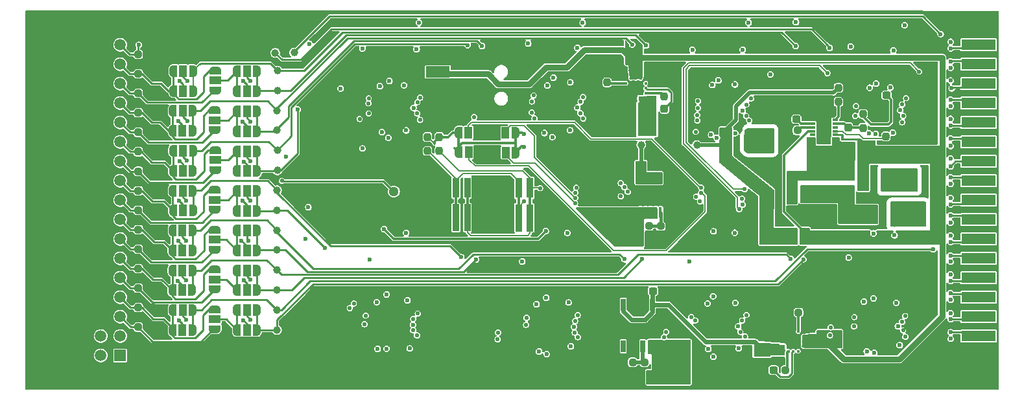
<source format=gbr>
%TF.GenerationSoftware,KiCad,Pcbnew,8.0.7*%
%TF.CreationDate,2025-01-03T10:46:17+01:00*%
%TF.ProjectId,A5256,41353235-362e-46b6-9963-61645f706362,rev?*%
%TF.SameCoordinates,Original*%
%TF.FileFunction,Copper,L6,Bot*%
%TF.FilePolarity,Positive*%
%FSLAX46Y46*%
G04 Gerber Fmt 4.6, Leading zero omitted, Abs format (unit mm)*
G04 Created by KiCad (PCBNEW 8.0.7) date 2025-01-03 10:46:17*
%MOMM*%
%LPD*%
G01*
G04 APERTURE LIST*
G04 Aperture macros list*
%AMRoundRect*
0 Rectangle with rounded corners*
0 $1 Rounding radius*
0 $2 $3 $4 $5 $6 $7 $8 $9 X,Y pos of 4 corners*
0 Add a 4 corners polygon primitive as box body*
4,1,4,$2,$3,$4,$5,$6,$7,$8,$9,$2,$3,0*
0 Add four circle primitives for the rounded corners*
1,1,$1+$1,$2,$3*
1,1,$1+$1,$4,$5*
1,1,$1+$1,$6,$7*
1,1,$1+$1,$8,$9*
0 Add four rect primitives between the rounded corners*
20,1,$1+$1,$2,$3,$4,$5,0*
20,1,$1+$1,$4,$5,$6,$7,0*
20,1,$1+$1,$6,$7,$8,$9,0*
20,1,$1+$1,$8,$9,$2,$3,0*%
%AMFreePoly0*
4,1,19,0.550000,-0.750000,0.000000,-0.750000,0.000000,-0.744911,-0.071157,-0.744911,-0.207708,-0.704816,-0.327430,-0.627875,-0.420627,-0.520320,-0.479746,-0.390866,-0.500000,-0.250000,-0.500000,0.250000,-0.479746,0.390866,-0.420627,0.520320,-0.327430,0.627875,-0.207708,0.704816,-0.071157,0.744911,0.000000,0.744911,0.000000,0.750000,0.550000,0.750000,0.550000,-0.750000,0.550000,-0.750000,
$1*%
%AMFreePoly1*
4,1,19,0.000000,0.744911,0.071157,0.744911,0.207708,0.704816,0.327430,0.627875,0.420627,0.520320,0.479746,0.390866,0.500000,0.250000,0.500000,-0.250000,0.479746,-0.390866,0.420627,-0.520320,0.327430,-0.627875,0.207708,-0.704816,0.071157,-0.744911,0.000000,-0.744911,0.000000,-0.750000,-0.550000,-0.750000,-0.550000,0.750000,0.000000,0.750000,0.000000,0.744911,0.000000,0.744911,
$1*%
G04 Aperture macros list end*
%TA.AperFunction,SMDPad,CuDef*%
%ADD10R,3.100000X1.500000*%
%TD*%
%TA.AperFunction,ComponentPad*%
%ADD11C,3.400000*%
%TD*%
%TA.AperFunction,ConnectorPad*%
%ADD12C,6.000000*%
%TD*%
%TA.AperFunction,ComponentPad*%
%ADD13R,1.500000X1.500000*%
%TD*%
%TA.AperFunction,ComponentPad*%
%ADD14C,1.500000*%
%TD*%
%TA.AperFunction,SMDPad,CuDef*%
%ADD15RoundRect,0.250000X0.337500X0.475000X-0.337500X0.475000X-0.337500X-0.475000X0.337500X-0.475000X0*%
%TD*%
%TA.AperFunction,SMDPad,CuDef*%
%ADD16R,0.850000X3.550000*%
%TD*%
%TA.AperFunction,SMDPad,CuDef*%
%ADD17R,0.850000X2.650000*%
%TD*%
%TA.AperFunction,SMDPad,CuDef*%
%ADD18RoundRect,0.237500X0.250000X0.237500X-0.250000X0.237500X-0.250000X-0.237500X0.250000X-0.237500X0*%
%TD*%
%TA.AperFunction,SMDPad,CuDef*%
%ADD19RoundRect,0.250000X0.650000X-0.412500X0.650000X0.412500X-0.650000X0.412500X-0.650000X-0.412500X0*%
%TD*%
%TA.AperFunction,SMDPad,CuDef*%
%ADD20FreePoly0,180.000000*%
%TD*%
%TA.AperFunction,SMDPad,CuDef*%
%ADD21R,1.000000X1.500000*%
%TD*%
%TA.AperFunction,SMDPad,CuDef*%
%ADD22FreePoly1,180.000000*%
%TD*%
%TA.AperFunction,SMDPad,CuDef*%
%ADD23C,1.000000*%
%TD*%
%TA.AperFunction,SMDPad,CuDef*%
%ADD24R,2.200000X2.150000*%
%TD*%
%TA.AperFunction,SMDPad,CuDef*%
%ADD25FreePoly0,270.000000*%
%TD*%
%TA.AperFunction,SMDPad,CuDef*%
%ADD26R,1.500000X1.000000*%
%TD*%
%TA.AperFunction,SMDPad,CuDef*%
%ADD27FreePoly1,270.000000*%
%TD*%
%TA.AperFunction,SMDPad,CuDef*%
%ADD28FreePoly0,0.000000*%
%TD*%
%TA.AperFunction,SMDPad,CuDef*%
%ADD29FreePoly1,0.000000*%
%TD*%
%TA.AperFunction,SMDPad,CuDef*%
%ADD30RoundRect,0.237500X0.237500X-0.250000X0.237500X0.250000X-0.237500X0.250000X-0.237500X-0.250000X0*%
%TD*%
%TA.AperFunction,SMDPad,CuDef*%
%ADD31RoundRect,0.237500X0.300000X0.237500X-0.300000X0.237500X-0.300000X-0.237500X0.300000X-0.237500X0*%
%TD*%
%TA.AperFunction,SMDPad,CuDef*%
%ADD32RoundRect,0.250000X0.475000X-0.337500X0.475000X0.337500X-0.475000X0.337500X-0.475000X-0.337500X0*%
%TD*%
%TA.AperFunction,SMDPad,CuDef*%
%ADD33RoundRect,0.237500X-0.237500X0.300000X-0.237500X-0.300000X0.237500X-0.300000X0.237500X0.300000X0*%
%TD*%
%TA.AperFunction,SMDPad,CuDef*%
%ADD34R,4.500000X1.400000*%
%TD*%
%TA.AperFunction,SMDPad,CuDef*%
%ADD35RoundRect,0.237500X0.237500X-0.300000X0.237500X0.300000X-0.237500X0.300000X-0.237500X-0.300000X0*%
%TD*%
%TA.AperFunction,SMDPad,CuDef*%
%ADD36RoundRect,0.237500X-0.250000X-0.237500X0.250000X-0.237500X0.250000X0.237500X-0.250000X0.237500X0*%
%TD*%
%TA.AperFunction,SMDPad,CuDef*%
%ADD37R,0.800000X0.300000*%
%TD*%
%TA.AperFunction,SMDPad,CuDef*%
%ADD38R,1.800000X3.400000*%
%TD*%
%TA.AperFunction,SMDPad,CuDef*%
%ADD39C,0.370000*%
%TD*%
%TA.AperFunction,SMDPad,CuDef*%
%ADD40RoundRect,0.250000X-0.337500X-0.475000X0.337500X-0.475000X0.337500X0.475000X-0.337500X0.475000X0*%
%TD*%
%TA.AperFunction,SMDPad,CuDef*%
%ADD41R,0.450000X1.425000*%
%TD*%
%TA.AperFunction,SMDPad,CuDef*%
%ADD42R,2.947000X1.753000*%
%TD*%
%TA.AperFunction,SMDPad,CuDef*%
%ADD43RoundRect,0.237500X-0.237500X0.250000X-0.237500X-0.250000X0.237500X-0.250000X0.237500X0.250000X0*%
%TD*%
%TA.AperFunction,SMDPad,CuDef*%
%ADD44R,0.650000X1.526000*%
%TD*%
%TA.AperFunction,SMDPad,CuDef*%
%ADD45R,1.100000X2.100000*%
%TD*%
%TA.AperFunction,SMDPad,CuDef*%
%ADD46RoundRect,0.250000X-0.412500X-1.100000X0.412500X-1.100000X0.412500X1.100000X-0.412500X1.100000X0*%
%TD*%
%TA.AperFunction,ComponentPad*%
%ADD47C,1.297940*%
%TD*%
%TA.AperFunction,SMDPad,CuDef*%
%ADD48RoundRect,0.237500X-0.300000X-0.237500X0.300000X-0.237500X0.300000X0.237500X-0.300000X0.237500X0*%
%TD*%
%TA.AperFunction,ViaPad*%
%ADD49C,0.600000*%
%TD*%
%TA.AperFunction,ViaPad*%
%ADD50C,1.000000*%
%TD*%
%TA.AperFunction,ViaPad*%
%ADD51C,0.550000*%
%TD*%
%TA.AperFunction,Conductor*%
%ADD52C,0.800000*%
%TD*%
%TA.AperFunction,Conductor*%
%ADD53C,0.500000*%
%TD*%
%TA.AperFunction,Conductor*%
%ADD54C,0.300000*%
%TD*%
%TA.AperFunction,Conductor*%
%ADD55C,0.400000*%
%TD*%
%TA.AperFunction,Conductor*%
%ADD56C,0.230000*%
%TD*%
%TA.AperFunction,Conductor*%
%ADD57C,0.200000*%
%TD*%
%TA.AperFunction,Conductor*%
%ADD58C,0.600000*%
%TD*%
G04 APERTURE END LIST*
D10*
%TO.P,J5,2,2*%
%TO.N,GND*%
X142570000Y-83540000D03*
%TO.P,J5,1,1*%
%TO.N,+12V*%
X142570000Y-80040000D03*
%TD*%
D11*
%TO.P,H2,1,1*%
%TO.N,GND*%
X114150000Y-75600000D03*
D12*
X114150000Y-75600000D03*
%TD*%
D13*
%TO.P,J2,1,1*%
%TO.N,unconnected-(J2-Pad1)*%
X101090000Y-117140000D03*
D14*
%TO.P,J2,2,2*%
%TO.N,unconnected-(J2-Pad2)*%
X98550000Y-117140000D03*
%TO.P,J2,3,3*%
%TO.N,unconnected-(J2-Pad3)*%
X101090000Y-114600000D03*
%TO.P,J2,4,4*%
%TO.N,unconnected-(J2-Pad4)*%
X98550000Y-114600000D03*
%TO.P,J2,5,5*%
%TO.N,/IN 14*%
X101090000Y-112060000D03*
%TO.P,J2,6,6*%
%TO.N,GND*%
X98550000Y-112060000D03*
%TO.P,J2,7,7*%
%TO.N,/IN 13*%
X101090000Y-109520000D03*
%TO.P,J2,8,8*%
%TO.N,GND*%
X98550000Y-109520000D03*
%TO.P,J2,9,9*%
%TO.N,/IN 12*%
X101090000Y-106980000D03*
%TO.P,J2,10,10*%
%TO.N,GND*%
X98550000Y-106980000D03*
%TO.P,J2,11,11*%
%TO.N,/IN 11*%
X101090000Y-104440000D03*
%TO.P,J2,12,12*%
%TO.N,GND*%
X98550000Y-104440000D03*
%TO.P,J2,13,13*%
%TO.N,/IN 10*%
X101090000Y-101900000D03*
%TO.P,J2,14,14*%
%TO.N,GND*%
X98550000Y-101900000D03*
%TO.P,J2,15,15*%
%TO.N,/IN 9*%
X101090000Y-99360000D03*
%TO.P,J2,16,16*%
%TO.N,GND*%
X98550000Y-99360000D03*
%TO.P,J2,17,17*%
%TO.N,/IN 8*%
X101090000Y-96820000D03*
%TO.P,J2,18,18*%
%TO.N,GND*%
X98550000Y-96820000D03*
%TO.P,J2,19,19*%
%TO.N,/IN 7*%
X101090000Y-94280000D03*
%TO.P,J2,20,20*%
%TO.N,GND*%
X98550000Y-94280000D03*
%TO.P,J2,21,21*%
%TO.N,/IN 6*%
X101090000Y-91740000D03*
%TO.P,J2,22,22*%
%TO.N,GND*%
X98550000Y-91740000D03*
%TO.P,J2,23,23*%
%TO.N,/IN 5*%
X101090000Y-89200000D03*
%TO.P,J2,24,24*%
%TO.N,GND*%
X98550000Y-89200000D03*
%TO.P,J2,25,25*%
%TO.N,/IN 4*%
X101090000Y-86660000D03*
%TO.P,J2,26,26*%
%TO.N,GND*%
X98550000Y-86660000D03*
%TO.P,J2,27,27*%
%TO.N,/IN 3*%
X101090000Y-84120000D03*
%TO.P,J2,28,28*%
%TO.N,GND*%
X98550000Y-84120000D03*
%TO.P,J2,29,29*%
%TO.N,/IN 2*%
X101090000Y-81580000D03*
%TO.P,J2,30,30*%
%TO.N,GND*%
X98550000Y-81580000D03*
%TO.P,J2,31,31*%
%TO.N,/IN 1*%
X101090000Y-79040000D03*
%TO.P,J2,32,32*%
%TO.N,GND*%
X98550000Y-79040000D03*
%TO.P,J2,33,33*%
%TO.N,/IN 0*%
X101090000Y-76500000D03*
%TO.P,J2,34,34*%
%TO.N,GND*%
X98550000Y-76500000D03*
%TD*%
D11*
%TO.P,H1,1,1*%
%TO.N,GND*%
X114190000Y-118060000D03*
D12*
X114190000Y-118060000D03*
%TD*%
D15*
%TO.P,C16,1*%
%TO.N,+1V7*%
X169287500Y-86210000D03*
%TO.P,C16,2*%
%TO.N,GND*%
X167212500Y-86210000D03*
%TD*%
D16*
%TO.P,J6,1,1*%
%TO.N,/CH0/SDA*%
X146410000Y-99100000D03*
D17*
%TO.P,J6,2,2*%
X146410000Y-95200000D03*
D16*
%TO.P,J6,3,3*%
%TO.N,/CH0/SCL*%
X144910000Y-99100000D03*
D17*
%TO.P,J6,4,4*%
X144910000Y-95200000D03*
D16*
%TO.P,J6,5,5*%
%TO.N,GND*%
X143410000Y-99100000D03*
D17*
%TO.P,J6,6,6*%
X143410000Y-95200000D03*
%TD*%
D18*
%TO.P,R136,1*%
%TO.N,GND*%
X105265700Y-113426900D03*
%TO.P,R136,2*%
%TO.N,/IN 14*%
X103440700Y-113426900D03*
%TD*%
D19*
%TO.P,C5,1*%
%TO.N,Net-(D1-A)*%
X195940000Y-96612500D03*
%TO.P,C5,2*%
%TO.N,/Power Supply/SW1*%
X195940000Y-93487500D03*
%TD*%
D18*
%TO.P,R88,1*%
%TO.N,GND*%
X105265700Y-98135468D03*
%TO.P,R88,2*%
%TO.N,/IN 8*%
X103440700Y-98135468D03*
%TD*%
D20*
%TO.P,JP11,1,A*%
%TO.N,Net-(JP10-B)*%
X110518200Y-87755359D03*
D21*
%TO.P,JP11,2,C*%
%TO.N,Net-(JP11-C)*%
X109218200Y-87755359D03*
D22*
%TO.P,JP11,3,B*%
%TO.N,/IN 3*%
X107918200Y-87755359D03*
%TD*%
D23*
%TO.P,TP7,1,1*%
%TO.N,Net-(JP15-B)*%
X121590000Y-90300000D03*
%TD*%
D20*
%TO.P,JP9,1,A*%
%TO.N,Net-(JP8-B)*%
X118933200Y-79956900D03*
D21*
%TO.P,JP9,2,C*%
%TO.N,Net-(JP9-C)*%
X117633200Y-79956900D03*
D22*
%TO.P,JP9,3,B*%
%TO.N,Net-(JP7-C)*%
X116333200Y-79956900D03*
%TD*%
D20*
%TO.P,JP29,1,A*%
%TO.N,Net-(JP28-B)*%
X118933200Y-100816900D03*
D21*
%TO.P,JP29,2,C*%
%TO.N,Net-(JP29-C)*%
X117633200Y-100816900D03*
D22*
%TO.P,JP29,3,B*%
%TO.N,Net-(JP27-C)*%
X116333200Y-100816900D03*
%TD*%
D24*
%TO.P,D1,1,K*%
%TO.N,/Power Supply/GND_diode*%
X203040000Y-98650000D03*
%TO.P,D1,2,A*%
%TO.N,Net-(D1-A)*%
X198640000Y-98650000D03*
%TD*%
D25*
%TO.P,JP32,1,A*%
%TO.N,/IN 11*%
X113403200Y-105898565D03*
D26*
%TO.P,JP32,2,C*%
%TO.N,Net-(JP32-C)*%
X113403200Y-107198565D03*
D27*
%TO.P,JP32,3,B*%
%TO.N,/IN 12*%
X113403200Y-108498565D03*
%TD*%
D23*
%TO.P,TP6,1,1*%
%TO.N,Net-(JP13-B)*%
X121545000Y-87689231D03*
%TD*%
D20*
%TO.P,JP26,1,A*%
%TO.N,Net-(JP25-B)*%
X110513200Y-103392277D03*
D21*
%TO.P,JP26,2,C*%
%TO.N,Net-(JP26-C)*%
X109213200Y-103392277D03*
D22*
%TO.P,JP26,3,B*%
%TO.N,/IN 9*%
X107913200Y-103392277D03*
%TD*%
D18*
%TO.P,R33,1*%
%TO.N,GND*%
X105265700Y-77746900D03*
%TO.P,R33,2*%
%TO.N,/IN 0*%
X103440700Y-77746900D03*
%TD*%
%TO.P,R7,1*%
%TO.N,Net-(IC2-RT)*%
X189512500Y-87690000D03*
%TO.P,R7,2*%
%TO.N,GND*%
X187687500Y-87690000D03*
%TD*%
%TO.P,R137,1*%
%TO.N,GND*%
X105265700Y-110878323D03*
%TO.P,R137,2*%
%TO.N,/IN 13*%
X103440700Y-110878323D03*
%TD*%
D28*
%TO.P,JP10,1,A*%
%TO.N,/IN 3*%
X107928200Y-85149206D03*
D21*
%TO.P,JP10,2,C*%
%TO.N,/Signals 3-4/INA+*%
X109228200Y-85149206D03*
D29*
%TO.P,JP10,3,B*%
%TO.N,Net-(JP10-B)*%
X110528200Y-85149206D03*
%TD*%
D30*
%TO.P,R8,1*%
%TO.N,/Power Supply/VC*%
X198060000Y-87362500D03*
%TO.P,R8,2*%
%TO.N,Net-(C9-Pad1)*%
X198060000Y-85537500D03*
%TD*%
D28*
%TO.P,JP1,1,A*%
%TO.N,4V5*%
X145290000Y-90560000D03*
D21*
%TO.P,JP1,2,C*%
%TO.N,/CH0/CA1*%
X146590000Y-90560000D03*
D29*
%TO.P,JP1,3,B*%
%TO.N,GND*%
X147890000Y-90560000D03*
%TD*%
D31*
%TO.P,C10,1*%
%TO.N,/Power Supply/5V1*%
X170640000Y-108708000D03*
%TO.P,C10,2*%
%TO.N,GND*%
X168915000Y-108708000D03*
%TD*%
D28*
%TO.P,JP35,1,A*%
%TO.N,/IN 13*%
X107933200Y-111210736D03*
D21*
%TO.P,JP35,2,C*%
%TO.N,/Signals 13-14/INA+*%
X109233200Y-111210736D03*
D29*
%TO.P,JP35,3,B*%
%TO.N,Net-(JP35-B)*%
X110533200Y-111210736D03*
%TD*%
D20*
%TO.P,JP6,1,A*%
%TO.N,Net-(JP5-B)*%
X110603200Y-82543053D03*
D21*
%TO.P,JP6,2,C*%
%TO.N,Net-(JP6-C)*%
X109303200Y-82543053D03*
D22*
%TO.P,JP6,3,B*%
%TO.N,/IN 1*%
X108003200Y-82543053D03*
%TD*%
D31*
%TO.P,C9,1*%
%TO.N,Net-(C9-Pad1)*%
X201132500Y-83080000D03*
%TO.P,C9,2*%
%TO.N,GND*%
X199407500Y-83080000D03*
%TD*%
D23*
%TO.P,TP10,1,1*%
%TO.N,Net-(JP23-B)*%
X121570000Y-98132307D03*
%TD*%
D32*
%TO.P,C6,1*%
%TO.N,/Power Supply/5V1*%
X184890000Y-116277500D03*
%TO.P,C6,2*%
%TO.N,GND*%
X184890000Y-114202500D03*
%TD*%
D23*
%TO.P,TP4,1,1*%
%TO.N,Net-(JP8-B)*%
X121646800Y-82470024D03*
%TD*%
D20*
%TO.P,JP24,1,A*%
%TO.N,Net-(JP23-B)*%
X118933200Y-95616900D03*
D21*
%TO.P,JP24,2,C*%
%TO.N,Net-(JP24-C)*%
X117633200Y-95616900D03*
D22*
%TO.P,JP24,3,B*%
%TO.N,Net-(JP22-C)*%
X116333200Y-95616900D03*
%TD*%
D28*
%TO.P,JP30,1,A*%
%TO.N,/IN 11*%
X107903200Y-105998430D03*
D21*
%TO.P,JP30,2,C*%
%TO.N,/Signals 11-12/INA+*%
X109203200Y-105998430D03*
D29*
%TO.P,JP30,3,B*%
%TO.N,Net-(JP30-B)*%
X110503200Y-105998430D03*
%TD*%
D33*
%TO.P,C7,1*%
%TO.N,GND*%
X196150000Y-85607500D03*
%TO.P,C7,2*%
%TO.N,/Power Supply/VC*%
X196150000Y-87332500D03*
%TD*%
D23*
%TO.P,TP1,1,1*%
%TO.N,Net-(U4-INB+)*%
X121313200Y-77546900D03*
%TD*%
D18*
%TO.P,R3,1*%
%TO.N,Net-(IC1-RT)*%
X189637100Y-111510000D03*
%TO.P,R3,2*%
%TO.N,GND*%
X187812100Y-111510000D03*
%TD*%
D34*
%TO.P,J4,1,1*%
%TO.N,/QA_CH0*%
X213160000Y-76500000D03*
%TO.P,J4,3,3*%
%TO.N,/QB_CH0*%
X213160000Y-79040000D03*
%TO.P,J4,5,5*%
%TO.N,/OUT1*%
X213160000Y-81580000D03*
%TO.P,J4,7,7*%
%TO.N,/OUT2*%
X213160000Y-84120000D03*
%TO.P,J4,9,9*%
%TO.N,/OUT3*%
X213160000Y-86660000D03*
%TO.P,J4,11,11*%
%TO.N,/OUT4*%
X213160000Y-89200000D03*
%TO.P,J4,13,13*%
%TO.N,/OUT5*%
X213160000Y-91740000D03*
%TO.P,J4,15,15*%
%TO.N,/OUT6*%
X213160000Y-94280000D03*
%TO.P,J4,17,17*%
%TO.N,/OUT7*%
X213160000Y-96820000D03*
%TO.P,J4,19,19*%
%TO.N,/OUT8*%
X213160000Y-99360000D03*
%TO.P,J4,21,21*%
%TO.N,/OUT9*%
X213160000Y-101900000D03*
%TO.P,J4,23,23*%
%TO.N,/OUT10*%
X213160000Y-104440000D03*
%TO.P,J4,25,25*%
%TO.N,/OUT11*%
X213160000Y-106980000D03*
%TO.P,J4,27,27*%
%TO.N,/OUT12*%
X213160000Y-109520000D03*
%TO.P,J4,29,29*%
%TO.N,/OUT13*%
X213160000Y-112060000D03*
%TO.P,J4,31,31*%
%TO.N,/OUT14*%
X213160000Y-114600000D03*
%TO.P,J4,33,33*%
%TO.N,GND*%
X213160000Y-117140000D03*
%TD*%
D25*
%TO.P,JP12,1,A*%
%TO.N,/IN 3*%
X113428200Y-85065233D03*
D26*
%TO.P,JP12,2,C*%
%TO.N,Net-(JP12-C)*%
X113428200Y-86365233D03*
D27*
%TO.P,JP12,3,B*%
%TO.N,/IN 4*%
X113428200Y-87665233D03*
%TD*%
D23*
%TO.P,TP13,1,1*%
%TO.N,Net-(JP30-B)*%
X121510000Y-105964614D03*
%TD*%
D25*
%TO.P,JP37,1,A*%
%TO.N,/IN 13*%
X113433200Y-111106900D03*
D26*
%TO.P,JP37,2,C*%
%TO.N,Net-(JP37-C)*%
X113433200Y-112406900D03*
D27*
%TO.P,JP37,3,B*%
%TO.N,/IN 14*%
X113433200Y-113706900D03*
%TD*%
D18*
%TO.P,R121,1*%
%TO.N,GND*%
X105265700Y-105781181D03*
%TO.P,R121,2*%
%TO.N,/IN 11*%
X103440700Y-105781181D03*
%TD*%
D30*
%TO.P,R2,1*%
%TO.N,/CH0/SDA*%
X142730000Y-90382500D03*
%TO.P,R2,2*%
%TO.N,4V5*%
X142730000Y-88557500D03*
%TD*%
D35*
%TO.P,C3,1*%
%TO.N,+12V*%
X192764600Y-114815000D03*
%TO.P,C3,2*%
%TO.N,GND*%
X192764600Y-113090000D03*
%TD*%
D15*
%TO.P,C14,1*%
%TO.N,4V5*%
X170653100Y-119926200D03*
%TO.P,C14,2*%
%TO.N,GND*%
X168578100Y-119926200D03*
%TD*%
D20*
%TO.P,JP3,1,A*%
%TO.N,GND*%
X147850000Y-87980000D03*
D21*
%TO.P,JP3,2,C*%
%TO.N,/CH0/CA0*%
X146550000Y-87980000D03*
D22*
%TO.P,JP3,3,B*%
%TO.N,4V5*%
X145250000Y-87980000D03*
%TD*%
D25*
%TO.P,JP17,1,A*%
%TO.N,/IN 5*%
X113483200Y-90273566D03*
D26*
%TO.P,JP17,2,C*%
%TO.N,Net-(JP17-C)*%
X113483200Y-91573566D03*
D27*
%TO.P,JP17,3,B*%
%TO.N,/IN 6*%
X113483200Y-92873566D03*
%TD*%
D36*
%TO.P,R11,1*%
%TO.N,GND*%
X166175000Y-118018000D03*
%TO.P,R11,2*%
%TO.N,Net-(IC5-SENSE{slash}ADJ)*%
X168000000Y-118018000D03*
%TD*%
D23*
%TO.P,TP8,1,1*%
%TO.N,Net-(JP18-B)*%
X121600000Y-92910769D03*
%TD*%
D37*
%TO.P,IC2,1,FB*%
%TO.N,Net-(IC2-FB)*%
X194460000Y-86287500D03*
%TO.P,IC2,2,VC*%
%TO.N,/Power Supply/VC*%
X194460000Y-86787500D03*
%TO.P,IC2,3,GATE*%
%TO.N,unconnected-(IC2-GATE-Pad3)*%
X194460000Y-87287500D03*
%TO.P,IC2,4,~{FAULT}*%
%TO.N,Net-(IC2-~{FAULT})*%
X194460000Y-87787500D03*
%TO.P,IC2,5,VIN*%
%TO.N,+12V*%
X194460000Y-88287500D03*
%TO.P,IC2,6,SW1_1*%
%TO.N,/Power Supply/SW1*%
X194460000Y-88787500D03*
%TO.P,IC2,7,SW1_2*%
X194460000Y-89287500D03*
%TO.P,IC2,8,SW2_1*%
X191460000Y-89287500D03*
%TO.P,IC2,9,SW2_2*%
X191460000Y-88787500D03*
%TO.P,IC2,10,CLKOUT*%
%TO.N,unconnected-(IC2-CLKOUT-Pad10)*%
X191460000Y-88287500D03*
%TO.P,IC2,11,~{SHDN}*%
%TO.N,+12V*%
X191460000Y-87787500D03*
%TO.P,IC2,12,RT*%
%TO.N,Net-(IC2-RT)*%
X191460000Y-87287500D03*
%TO.P,IC2,13,SS*%
%TO.N,Net-(IC2-SS)*%
X191460000Y-86787500D03*
%TO.P,IC2,14,SYNC*%
%TO.N,GND*%
X191460000Y-86287500D03*
D38*
%TO.P,IC2,15,GND*%
X192960000Y-87787500D03*
%TD*%
D18*
%TO.P,R56,1*%
%TO.N,GND*%
X105265700Y-87941184D03*
%TO.P,R56,2*%
%TO.N,/IN 4*%
X103440700Y-87941184D03*
%TD*%
D33*
%TO.P,C12,1*%
%TO.N,Net-(IC3-TR{slash}SS)*%
X172120000Y-84840000D03*
%TO.P,C12,2*%
%TO.N,GND*%
X172120000Y-86565000D03*
%TD*%
D28*
%TO.P,JP18,1,A*%
%TO.N,Net-(JP17-C)*%
X116333200Y-93026900D03*
D21*
%TO.P,JP18,2,C*%
%TO.N,/Signals 5-6/INB+*%
X117633200Y-93026900D03*
D29*
%TO.P,JP18,3,B*%
%TO.N,Net-(JP18-B)*%
X118933200Y-93026900D03*
%TD*%
D20*
%TO.P,JP19,1,A*%
%TO.N,Net-(JP18-B)*%
X118933200Y-90436900D03*
D21*
%TO.P,JP19,2,C*%
%TO.N,Net-(JP19-C)*%
X117633200Y-90436900D03*
D22*
%TO.P,JP19,3,B*%
%TO.N,Net-(JP17-C)*%
X116333200Y-90436900D03*
%TD*%
D31*
%TO.P,C4,1*%
%TO.N,Net-(IC1-TR{slash}SS)*%
X186377100Y-119030000D03*
%TO.P,C4,2*%
%TO.N,GND*%
X184652100Y-119030000D03*
%TD*%
D28*
%TO.P,JP13,1,A*%
%TO.N,Net-(JP12-C)*%
X116333200Y-87816900D03*
D21*
%TO.P,JP13,2,C*%
%TO.N,/Signals 3-4/INB+*%
X117633200Y-87816900D03*
D29*
%TO.P,JP13,3,B*%
%TO.N,Net-(JP13-B)*%
X118933200Y-87816900D03*
%TD*%
D28*
%TO.P,JP28,1,A*%
%TO.N,Net-(JP27-C)*%
X116333200Y-103406900D03*
D21*
%TO.P,JP28,2,C*%
%TO.N,/Signals 9-10/INB+*%
X117633200Y-103406900D03*
D29*
%TO.P,JP28,3,B*%
%TO.N,Net-(JP28-B)*%
X118933200Y-103406900D03*
%TD*%
D39*
%TO.P,IC3,A1,GND_1*%
%TO.N,GND*%
X169690000Y-80885000D03*
%TO.P,IC3,A2,RUN*%
%TO.N,+12V*%
X169040000Y-80885000D03*
%TO.P,IC3,A3,VIN_1*%
X168390000Y-80885000D03*
%TO.P,IC3,A4,VIN_2*%
X167740000Y-80885000D03*
%TO.P,IC3,A5,GND_2*%
%TO.N,GND*%
X167090000Y-80885000D03*
%TO.P,IC3,B1,PG*%
%TO.N,unconnected-(IC3-PG-PadB1)*%
X169690000Y-81535000D03*
%TO.P,IC3,B2,GND_3*%
%TO.N,GND*%
X169040000Y-81535000D03*
%TO.P,IC3,B3,GND_4*%
X168390000Y-81535000D03*
%TO.P,IC3,B4,GND_5*%
X167740000Y-81535000D03*
%TO.P,IC3,B5,RT*%
%TO.N,Net-(IC3-RT)*%
X167090000Y-81535000D03*
%TO.P,IC3,C1,TR/SS*%
%TO.N,Net-(IC3-TR{slash}SS)*%
X169690000Y-82185000D03*
%TO.P,IC3,C2,GND_6*%
%TO.N,GND*%
X169040000Y-82185000D03*
%TO.P,IC3,C3,GND_7*%
X168390000Y-82185000D03*
%TO.P,IC3,C4,GND_8*%
X167740000Y-82185000D03*
%TO.P,IC3,C5,GND_9*%
X167090000Y-82185000D03*
%TO.P,IC3,D1,FB*%
%TO.N,Net-(IC3-FB)*%
X169690000Y-82835000D03*
%TO.P,IC3,D2,GND_10*%
%TO.N,GND*%
X169040000Y-82835000D03*
%TO.P,IC3,D3,GND_11*%
X168390000Y-82835000D03*
%TO.P,IC3,D4,GND_12*%
X167740000Y-82835000D03*
%TO.P,IC3,D5,SYNC*%
X167090000Y-82835000D03*
%TO.P,IC3,E1,VOUT_1*%
%TO.N,+1V7*%
X169690000Y-83485000D03*
%TO.P,IC3,E2,VOUT_2*%
X169040000Y-83485000D03*
%TO.P,IC3,E3,GND_13*%
%TO.N,GND*%
X168390000Y-83485000D03*
%TO.P,IC3,E4,GND_14*%
X167740000Y-83485000D03*
%TO.P,IC3,E5,GND_15*%
X167090000Y-83485000D03*
%TD*%
D25*
%TO.P,JP22,1,A*%
%TO.N,/IN 7*%
X113453200Y-95481899D03*
D26*
%TO.P,JP22,2,C*%
%TO.N,Net-(JP22-C)*%
X113453200Y-96781899D03*
D27*
%TO.P,JP22,3,B*%
%TO.N,/IN 8*%
X113453200Y-98081899D03*
%TD*%
D28*
%TO.P,JP25,1,A*%
%TO.N,/IN 9*%
X107923200Y-100786124D03*
D21*
%TO.P,JP25,2,C*%
%TO.N,/Signals 9-10/INA+*%
X109223200Y-100786124D03*
D29*
%TO.P,JP25,3,B*%
%TO.N,Net-(JP25-B)*%
X110523200Y-100786124D03*
%TD*%
D40*
%TO.P,C15,1*%
%TO.N,-4V5*%
X168385000Y-101950000D03*
%TO.P,C15,2*%
%TO.N,GND*%
X170460000Y-101950000D03*
%TD*%
D20*
%TO.P,JP2,1,A*%
%TO.N,4V5*%
X152725000Y-90580000D03*
D21*
%TO.P,JP2,2,C*%
%TO.N,/CH0/A1*%
X151425000Y-90580000D03*
D22*
%TO.P,JP2,3,B*%
%TO.N,GND*%
X150125000Y-90580000D03*
%TD*%
D20*
%TO.P,JP14,1,A*%
%TO.N,Net-(JP13-B)*%
X118933200Y-85226900D03*
D21*
%TO.P,JP14,2,C*%
%TO.N,Net-(JP14-C)*%
X117633200Y-85226900D03*
D22*
%TO.P,JP14,3,B*%
%TO.N,Net-(JP12-C)*%
X116333200Y-85226900D03*
%TD*%
D23*
%TO.P,TP11,1,1*%
%TO.N,Net-(JP25-B)*%
X121530000Y-100743076D03*
%TD*%
D28*
%TO.P,JP23,1,A*%
%TO.N,Net-(JP22-C)*%
X116333200Y-98206900D03*
D21*
%TO.P,JP23,2,C*%
%TO.N,/Signals 7-8/INB+*%
X117633200Y-98206900D03*
D29*
%TO.P,JP23,3,B*%
%TO.N,Net-(JP23-B)*%
X118933200Y-98206900D03*
%TD*%
D41*
%TO.P,IC4,1,IN_1*%
%TO.N,/Power Supply/-5V*%
X169015000Y-94018000D03*
%TO.P,IC4,2,IN_2*%
X169665000Y-94018000D03*
%TO.P,IC4,3,IN_3*%
X170315000Y-94018000D03*
%TO.P,IC4,4,IN_4*%
X170965000Y-94018000D03*
%TO.P,IC4,5,~{SHDN}*%
X171615000Y-94018000D03*
%TO.P,IC4,6,GND_1*%
%TO.N,GND*%
X172265000Y-94018000D03*
%TO.P,IC4,7,GND_2*%
X172265000Y-98442000D03*
%TO.P,IC4,8,SENSE*%
%TO.N,Net-(IC4-SENSE)*%
X171615000Y-98442000D03*
%TO.P,IC4,9,OUT_1*%
%TO.N,-4V5*%
X170965000Y-98442000D03*
%TO.P,IC4,10,OUT_2*%
X170315000Y-98442000D03*
%TO.P,IC4,11,OUT_3*%
X169665000Y-98442000D03*
%TO.P,IC4,12,OUT_4*%
X169015000Y-98442000D03*
D42*
%TO.P,IC4,13,EP*%
%TO.N,GND*%
X170640000Y-96230000D03*
%TD*%
D23*
%TO.P,TP9,1,1*%
%TO.N,Net-(JP20-B)*%
X121560000Y-95521538D03*
%TD*%
D43*
%TO.P,R9,1*%
%TO.N,Net-(IC3-RT)*%
X164650000Y-81410000D03*
%TO.P,R9,2*%
%TO.N,GND*%
X164650000Y-83235000D03*
%TD*%
D28*
%TO.P,JP15,1,A*%
%TO.N,/IN 5*%
X107983200Y-90361512D03*
D21*
%TO.P,JP15,2,C*%
%TO.N,/Signals 5-6/INA+*%
X109283200Y-90361512D03*
D29*
%TO.P,JP15,3,B*%
%TO.N,Net-(JP15-B)*%
X110583200Y-90361512D03*
%TD*%
D20*
%TO.P,JP34,1,A*%
%TO.N,Net-(JP33-B)*%
X118933200Y-105996900D03*
D21*
%TO.P,JP34,2,C*%
%TO.N,Net-(JP34-C)*%
X117633200Y-105996900D03*
D22*
%TO.P,JP34,3,B*%
%TO.N,Net-(JP32-C)*%
X116333200Y-105996900D03*
%TD*%
D18*
%TO.P,R40,1*%
%TO.N,GND*%
X105265700Y-82844042D03*
%TO.P,R40,2*%
%TO.N,/IN 2*%
X103440700Y-82844042D03*
%TD*%
D20*
%TO.P,JP31,1,A*%
%TO.N,Net-(JP30-B)*%
X110493200Y-108604583D03*
D21*
%TO.P,JP31,2,C*%
%TO.N,Net-(JP31-C)*%
X109193200Y-108604583D03*
D22*
%TO.P,JP31,3,B*%
%TO.N,/IN 11*%
X107893200Y-108604583D03*
%TD*%
D36*
%TO.P,R6,1*%
%TO.N,Net-(IC1-FB)*%
X187949600Y-119030000D03*
%TO.P,R6,2*%
%TO.N,GND*%
X189774600Y-119030000D03*
%TD*%
D31*
%TO.P,C8,1*%
%TO.N,Net-(IC2-SS)*%
X189392500Y-86220000D03*
%TO.P,C8,2*%
%TO.N,GND*%
X187667500Y-86220000D03*
%TD*%
D20*
%TO.P,JP21,1,A*%
%TO.N,Net-(JP20-B)*%
X110583200Y-98179971D03*
D21*
%TO.P,JP21,2,C*%
%TO.N,Net-(JP21-C)*%
X109283200Y-98179971D03*
D22*
%TO.P,JP21,3,B*%
%TO.N,/IN 7*%
X107983200Y-98179971D03*
%TD*%
D44*
%TO.P,IC5,1,OUT*%
%TO.N,4V5*%
X170575000Y-115932000D03*
%TO.P,IC5,2,SENSE/ADJ*%
%TO.N,Net-(IC5-SENSE{slash}ADJ)*%
X169305000Y-115932000D03*
%TO.P,IC5,3,GND_1*%
%TO.N,GND*%
X168035000Y-115932000D03*
%TO.P,IC5,4,NC*%
%TO.N,unconnected-(IC5-NC-Pad4)*%
X166765000Y-115932000D03*
%TO.P,IC5,5,~{SHDN}*%
%TO.N,/Power Supply/5V1*%
X166765000Y-110508000D03*
%TO.P,IC5,6,GND_2*%
%TO.N,GND*%
X168035000Y-110508000D03*
%TO.P,IC5,7,GND_3*%
X169305000Y-110508000D03*
%TO.P,IC5,8,IN*%
%TO.N,/Power Supply/5V1*%
X170575000Y-110508000D03*
%TD*%
D18*
%TO.P,R57,1*%
%TO.N,GND*%
X105265700Y-85392613D03*
%TO.P,R57,2*%
%TO.N,/IN 3*%
X103440700Y-85392613D03*
%TD*%
D23*
%TO.P,TP14,1,1*%
%TO.N,Net-(JP33-B)*%
X121520000Y-108575383D03*
%TD*%
D28*
%TO.P,JP33,1,A*%
%TO.N,Net-(JP32-C)*%
X116333200Y-108586900D03*
D21*
%TO.P,JP33,2,C*%
%TO.N,/Signals 11-12/INB+*%
X117633200Y-108586900D03*
D29*
%TO.P,JP33,3,B*%
%TO.N,Net-(JP33-B)*%
X118933200Y-108586900D03*
%TD*%
D18*
%TO.P,R73,1*%
%TO.N,GND*%
X105265700Y-90489755D03*
%TO.P,R73,2*%
%TO.N,/IN 5*%
X103440700Y-90489755D03*
%TD*%
D31*
%TO.P,C11,1*%
%TO.N,+12V*%
X167905000Y-78450000D03*
%TO.P,C11,2*%
%TO.N,GND*%
X166180000Y-78450000D03*
%TD*%
D20*
%TO.P,JP39,1,A*%
%TO.N,Net-(JP38-B)*%
X118933200Y-111226900D03*
D21*
%TO.P,JP39,2,C*%
%TO.N,Net-(JP39-C)*%
X117633200Y-111226900D03*
D22*
%TO.P,JP39,3,B*%
%TO.N,Net-(JP37-C)*%
X116333200Y-111226900D03*
%TD*%
D43*
%TO.P,R4,1*%
%TO.N,/Power Supply/-5V*%
X194850000Y-82127500D03*
%TO.P,R4,2*%
%TO.N,Net-(IC2-FB)*%
X194850000Y-83952500D03*
%TD*%
D30*
%TO.P,R1,1*%
%TO.N,/CH0/SCL*%
X141210000Y-90372500D03*
%TO.P,R1,2*%
%TO.N,4V5*%
X141210000Y-88547500D03*
%TD*%
D23*
%TO.P,TP2,1,1*%
%TO.N,Net-(U4-INA+)*%
X123790000Y-77500000D03*
%TD*%
D45*
%TO.P,L1,1,1*%
%TO.N,+12V*%
X190530000Y-101495000D03*
%TO.P,L1,2,2*%
%TO.N,/Power Supply/-5V*%
X188830000Y-101495000D03*
%TO.P,L1,3,3*%
%TO.N,/Power Supply/SW1*%
X188830000Y-96095000D03*
%TO.P,L1,4,4*%
%TO.N,Net-(D1-A)*%
X190530000Y-96095000D03*
%TD*%
D18*
%TO.P,R104,1*%
%TO.N,GND*%
X105265700Y-103232610D03*
%TO.P,R104,2*%
%TO.N,/IN 10*%
X103440700Y-103232610D03*
%TD*%
D46*
%TO.P,C2,1*%
%TO.N,+12V*%
X198097500Y-94140000D03*
%TO.P,C2,2*%
%TO.N,/Power Supply/GND_in*%
X201222500Y-94140000D03*
%TD*%
D18*
%TO.P,R72,1*%
%TO.N,GND*%
X105265700Y-93038326D03*
%TO.P,R72,2*%
%TO.N,/IN 6*%
X103440700Y-93038326D03*
%TD*%
D23*
%TO.P,TP3,1,1*%
%TO.N,Net-(JP5-B)*%
X121621800Y-79870024D03*
%TD*%
D16*
%TO.P,J1,1,1*%
%TO.N,/CH0/SDA*%
X154590000Y-99130000D03*
D17*
%TO.P,J1,2,2*%
X154590000Y-95230000D03*
D16*
%TO.P,J1,3,3*%
%TO.N,/CH0/SCL*%
X153090000Y-99130000D03*
D17*
%TO.P,J1,4,4*%
X153090000Y-95230000D03*
D16*
%TO.P,J1,5,5*%
%TO.N,GND*%
X151590000Y-99130000D03*
D17*
%TO.P,J1,6,6*%
X151590000Y-95230000D03*
%TD*%
D30*
%TO.P,R14,1*%
%TO.N,Net-(IC3-FB)*%
X172120000Y-83265000D03*
%TO.P,R14,2*%
%TO.N,GND*%
X172120000Y-81440000D03*
%TD*%
D20*
%TO.P,JP36,1,A*%
%TO.N,Net-(JP35-B)*%
X110523200Y-113816900D03*
D21*
%TO.P,JP36,2,C*%
%TO.N,Net-(JP36-C)*%
X109223200Y-113816900D03*
D22*
%TO.P,JP36,3,B*%
%TO.N,/IN 13*%
X107923200Y-113816900D03*
%TD*%
D18*
%TO.P,R13,1*%
%TO.N,GND*%
X173460000Y-100210000D03*
%TO.P,R13,2*%
%TO.N,Net-(IC4-SENSE)*%
X171635000Y-100210000D03*
%TD*%
D39*
%TO.P,IC1,A1,GND_1*%
%TO.N,GND*%
X190254600Y-116580000D03*
%TO.P,IC1,A2,RUN*%
%TO.N,+12V*%
X190254600Y-115930000D03*
%TO.P,IC1,A3,VIN_1*%
X190254600Y-115280000D03*
%TO.P,IC1,A4,VIN_2*%
X190254600Y-114630000D03*
%TO.P,IC1,A5,GND_2*%
%TO.N,GND*%
X190254600Y-113980000D03*
%TO.P,IC1,B1,PG*%
%TO.N,unconnected-(IC1-PG-PadB1)*%
X189604600Y-116580000D03*
%TO.P,IC1,B2,GND_3*%
%TO.N,GND*%
X189604600Y-115930000D03*
%TO.P,IC1,B3,GND_4*%
X189604600Y-115280000D03*
%TO.P,IC1,B4,GND_5*%
X189604600Y-114630000D03*
%TO.P,IC1,B5,RT*%
%TO.N,Net-(IC1-RT)*%
X189604600Y-113980000D03*
%TO.P,IC1,C1,TR/SS*%
%TO.N,Net-(IC1-TR{slash}SS)*%
X188954600Y-116580000D03*
%TO.P,IC1,C2,GND_6*%
%TO.N,GND*%
X188954600Y-115930000D03*
%TO.P,IC1,C3,GND_7*%
X188954600Y-115280000D03*
%TO.P,IC1,C4,GND_8*%
X188954600Y-114630000D03*
%TO.P,IC1,C5,GND_9*%
X188954600Y-113980000D03*
%TO.P,IC1,D1,FB*%
%TO.N,Net-(IC1-FB)*%
X188304600Y-116580000D03*
%TO.P,IC1,D2,GND_10*%
%TO.N,GND*%
X188304600Y-115930000D03*
%TO.P,IC1,D3,GND_11*%
X188304600Y-115280000D03*
%TO.P,IC1,D4,GND_12*%
X188304600Y-114630000D03*
%TO.P,IC1,D5,SYNC*%
X188304600Y-113980000D03*
%TO.P,IC1,E1,VOUT_1*%
%TO.N,/Power Supply/5V1*%
X187654600Y-116580000D03*
%TO.P,IC1,E2,VOUT_2*%
X187654600Y-115930000D03*
%TO.P,IC1,E3,GND_13*%
%TO.N,GND*%
X187654600Y-115280000D03*
%TO.P,IC1,E4,GND_14*%
X187654600Y-114630000D03*
%TO.P,IC1,E5,GND_15*%
X187654600Y-113980000D03*
%TD*%
D18*
%TO.P,R89,1*%
%TO.N,GND*%
X105265700Y-95586897D03*
%TO.P,R89,2*%
%TO.N,/IN 7*%
X103440700Y-95586897D03*
%TD*%
%TO.P,R105,1*%
%TO.N,GND*%
X105265700Y-100684039D03*
%TO.P,R105,2*%
%TO.N,/IN 9*%
X103440700Y-100684039D03*
%TD*%
D30*
%TO.P,R5,1*%
%TO.N,+12V*%
X201050000Y-90292500D03*
%TO.P,R5,2*%
%TO.N,Net-(IC2-~{FAULT})*%
X201050000Y-88467500D03*
%TD*%
D28*
%TO.P,JP38,1,A*%
%TO.N,Net-(JP37-C)*%
X116333200Y-113816900D03*
D21*
%TO.P,JP38,2,C*%
%TO.N,/Signals 13-14/INB+*%
X117633200Y-113816900D03*
D29*
%TO.P,JP38,3,B*%
%TO.N,Net-(JP38-B)*%
X118933200Y-113816900D03*
%TD*%
D25*
%TO.P,JP7,1,A*%
%TO.N,/IN 1*%
X113503200Y-79856900D03*
D26*
%TO.P,JP7,2,C*%
%TO.N,Net-(JP7-C)*%
X113503200Y-81156900D03*
D27*
%TO.P,JP7,3,B*%
%TO.N,/IN 2*%
X113503200Y-82456900D03*
%TD*%
D18*
%TO.P,R12,1*%
%TO.N,Net-(IC4-SENSE)*%
X170110000Y-100200000D03*
%TO.P,R12,2*%
%TO.N,-4V5*%
X168285000Y-100200000D03*
%TD*%
D46*
%TO.P,C1,1*%
%TO.N,/Power Supply/-5V*%
X180147500Y-88870000D03*
%TO.P,C1,2*%
%TO.N,/Power Supply/GND_out*%
X183272500Y-88870000D03*
%TD*%
D18*
%TO.P,R41,1*%
%TO.N,GND*%
X105265700Y-80295471D03*
%TO.P,R41,2*%
%TO.N,/IN 1*%
X103440700Y-80295471D03*
%TD*%
%TO.P,R120,1*%
%TO.N,GND*%
X105265700Y-108329752D03*
%TO.P,R120,2*%
%TO.N,/IN 12*%
X103440700Y-108329752D03*
%TD*%
D23*
%TO.P,TP16,1,1*%
%TO.N,Net-(JP38-B)*%
X121550000Y-113796924D03*
%TD*%
D28*
%TO.P,JP5,1,A*%
%TO.N,/IN 1*%
X108003200Y-79936900D03*
D21*
%TO.P,JP5,2,C*%
%TO.N,/Signals 1-2/INA+*%
X109303200Y-79936900D03*
D29*
%TO.P,JP5,3,B*%
%TO.N,Net-(JP5-B)*%
X110603200Y-79936900D03*
%TD*%
D47*
%TO.P,J3,1,1*%
%TO.N,GND*%
X134270000Y-98250000D03*
%TO.P,J3,2,2*%
X139350000Y-98250000D03*
%TO.P,J3,3,3*%
X139350000Y-93170000D03*
%TO.P,J3,4,4*%
X134270000Y-93170000D03*
%TO.P,J3,5,5*%
%TO.N,/IN 0*%
X136810000Y-95710000D03*
%TD*%
D28*
%TO.P,JP4,1,A*%
%TO.N,GND*%
X150075000Y-88030000D03*
D21*
%TO.P,JP4,2,C*%
%TO.N,/CH0/A0*%
X151375000Y-88030000D03*
D29*
%TO.P,JP4,3,B*%
%TO.N,4V5*%
X152675000Y-88030000D03*
%TD*%
D23*
%TO.P,TP15,1,1*%
%TO.N,Net-(JP35-B)*%
X121540000Y-111186152D03*
%TD*%
D25*
%TO.P,JP27,1,A*%
%TO.N,/IN 9*%
X113423200Y-100690232D03*
D26*
%TO.P,JP27,2,C*%
%TO.N,Net-(JP27-C)*%
X113423200Y-101990232D03*
D27*
%TO.P,JP27,3,B*%
%TO.N,/IN 10*%
X113423200Y-103290232D03*
%TD*%
D28*
%TO.P,JP20,1,A*%
%TO.N,/IN 7*%
X107953200Y-95573818D03*
D21*
%TO.P,JP20,2,C*%
%TO.N,/Signals 7-8/INA+*%
X109253200Y-95573818D03*
D29*
%TO.P,JP20,3,B*%
%TO.N,Net-(JP20-B)*%
X110553200Y-95573818D03*
%TD*%
D23*
%TO.P,TP5,1,1*%
%TO.N,Net-(JP10-B)*%
X121535000Y-85078462D03*
%TD*%
%TO.P,TP12,1,1*%
%TO.N,Net-(JP28-B)*%
X121540000Y-103353845D03*
%TD*%
D20*
%TO.P,JP16,1,A*%
%TO.N,Net-(JP15-B)*%
X110573200Y-92967665D03*
D21*
%TO.P,JP16,2,C*%
%TO.N,Net-(JP16-C)*%
X109273200Y-92967665D03*
D22*
%TO.P,JP16,3,B*%
%TO.N,/IN 5*%
X107973200Y-92967665D03*
%TD*%
D36*
%TO.P,R10,1*%
%TO.N,Net-(IC5-SENSE{slash}ADJ)*%
X169535000Y-118018000D03*
%TO.P,R10,2*%
%TO.N,4V5*%
X171360000Y-118018000D03*
%TD*%
D28*
%TO.P,JP8,1,A*%
%TO.N,Net-(JP7-C)*%
X116333200Y-82546900D03*
D21*
%TO.P,JP8,2,C*%
%TO.N,/Signals 1-2/INB+*%
X117633200Y-82546900D03*
D29*
%TO.P,JP8,3,B*%
%TO.N,Net-(JP8-B)*%
X118933200Y-82546900D03*
%TD*%
D48*
%TO.P,C13,1*%
%TO.N,/Power Supply/-5V*%
X169110000Y-92280000D03*
%TO.P,C13,2*%
%TO.N,GND*%
X170835000Y-92280000D03*
%TD*%
D49*
%TO.N,GND*%
X155430000Y-87360000D03*
X153350000Y-85920000D03*
D50*
%TO.N,/Power Supply/-5V*%
X176370000Y-89610000D03*
X169110000Y-89590000D03*
D49*
%TO.N,GND*%
X196420000Y-79620000D03*
X135290000Y-113850000D03*
X178740000Y-84990000D03*
X200100000Y-85040000D03*
D51*
X187310000Y-114950000D03*
D49*
X136980000Y-113850000D03*
X100680000Y-72990000D03*
X92970000Y-117150000D03*
X187020000Y-97680000D03*
X160710000Y-104990000D03*
X157980000Y-114140000D03*
X179800000Y-113240000D03*
X89530000Y-107590000D03*
X168720000Y-113950000D03*
X91700000Y-74120000D03*
X193910000Y-109410000D03*
X135290000Y-112170000D03*
X92690000Y-95980000D03*
X199260000Y-84160000D03*
X91590000Y-95980000D03*
X92800000Y-106190000D03*
D51*
X189280000Y-115600000D03*
D49*
X122680000Y-74170000D03*
X157970000Y-85440000D03*
X148640000Y-111940000D03*
X178950000Y-112360000D03*
X164360000Y-96190000D03*
X90640000Y-106190000D03*
X207230000Y-81730000D03*
X158470000Y-73650000D03*
X192990000Y-88170000D03*
X178110000Y-112360000D03*
X150800000Y-111940000D03*
X209430000Y-74340000D03*
X90590000Y-79260000D03*
X200950000Y-85840000D03*
X148960000Y-88590000D03*
X169220000Y-73810000D03*
X162760000Y-96190000D03*
X192970000Y-97700000D03*
X92860000Y-85750000D03*
X90810000Y-118550000D03*
X146970000Y-73750000D03*
X149070000Y-90220000D03*
X91590000Y-94580000D03*
X191750000Y-112000000D03*
X178930000Y-73830000D03*
X91700000Y-75520000D03*
X157130000Y-85440000D03*
X188920000Y-80760000D03*
X196080000Y-82260000D03*
X92800000Y-75520000D03*
X89590000Y-84350000D03*
X164360000Y-96970000D03*
X136130000Y-113850000D03*
X211600000Y-72940000D03*
X162740000Y-95330000D03*
X92860000Y-112160000D03*
X149330000Y-97200000D03*
X206180000Y-95640000D03*
X148080000Y-73750000D03*
X161700000Y-80050000D03*
X184750000Y-117880000D03*
X173200000Y-96140000D03*
X179780000Y-96950000D03*
X101790000Y-74390000D03*
X89700000Y-118550000D03*
X156290000Y-113340000D03*
X178950000Y-114040000D03*
X100680000Y-74390000D03*
X170580000Y-96710000D03*
X125780000Y-83520000D03*
X90640000Y-107590000D03*
X92690000Y-101560000D03*
X90530000Y-94580000D03*
X199910000Y-113330000D03*
X90590000Y-80660000D03*
X157980000Y-113340000D03*
X135990000Y-73700000D03*
X200560000Y-74110000D03*
X206200000Y-94380000D03*
X105230000Y-120300000D03*
X157970000Y-84640000D03*
X91700000Y-90830000D03*
X92860000Y-113560000D03*
X169630000Y-96690000D03*
D51*
X168060000Y-83840000D03*
D49*
X157130000Y-113340000D03*
X147530000Y-111940000D03*
X136980000Y-112170000D03*
X179780000Y-97740000D03*
X148060000Y-83300000D03*
X121580000Y-75570000D03*
X89530000Y-89430000D03*
X191660000Y-97700000D03*
X132210000Y-88150000D03*
X185860000Y-117880000D03*
X199910000Y-114130000D03*
X199070000Y-112450000D03*
X126890000Y-83520000D03*
D51*
X194160000Y-105160000D03*
D49*
X91590000Y-100160000D03*
X89420000Y-101560000D03*
X137440000Y-83830000D03*
X180430000Y-85790000D03*
X89420000Y-95980000D03*
X90700000Y-113560000D03*
X92970000Y-118550000D03*
X191130000Y-84300000D03*
X130050000Y-88150000D03*
X179800000Y-114040000D03*
X192230000Y-84300000D03*
X192300000Y-118850000D03*
X164240000Y-95400000D03*
X179780000Y-95440000D03*
X119410000Y-75570000D03*
X150710000Y-95240000D03*
X180430000Y-84990000D03*
X148640000Y-110540000D03*
X102850000Y-74390000D03*
D51*
X187980000Y-114950000D03*
D49*
X200760000Y-113330000D03*
X92800000Y-89430000D03*
X169940000Y-113950000D03*
X157970000Y-83760000D03*
X150240000Y-73750000D03*
X135750000Y-83830000D03*
X90700000Y-85750000D03*
X195570000Y-118850000D03*
X92800000Y-90830000D03*
X199070000Y-114130000D03*
X104130000Y-118900000D03*
X89480000Y-80660000D03*
D51*
X167410000Y-83830000D03*
D49*
X209620000Y-119220000D03*
X199450000Y-74110000D03*
X199260000Y-85040000D03*
X150800000Y-110540000D03*
X89590000Y-85750000D03*
D51*
X187300000Y-114290000D03*
D49*
X192410000Y-86440000D03*
D51*
X168710000Y-82510000D03*
D49*
X199260000Y-85840000D03*
X89590000Y-113560000D03*
X149160000Y-83300000D03*
X102850000Y-72990000D03*
X90700000Y-112160000D03*
X136980000Y-113050000D03*
X103950000Y-72990000D03*
X137100000Y-73700000D03*
X103950000Y-74390000D03*
X149700000Y-111940000D03*
D51*
X168710000Y-81850000D03*
D49*
X89420000Y-94580000D03*
X207450000Y-120620000D03*
D51*
X192870000Y-105180000D03*
D49*
X141040000Y-93160000D03*
X179500000Y-102700000D03*
X179580000Y-85790000D03*
X91760000Y-85750000D03*
X158820000Y-83760000D03*
X190710000Y-109410000D03*
D51*
X168060000Y-83160000D03*
D49*
X157130000Y-83760000D03*
X186920000Y-117880000D03*
X104130000Y-120300000D03*
X179780000Y-96180000D03*
X212700000Y-74340000D03*
X127810000Y-81510000D03*
X190650000Y-112000000D03*
X208560000Y-120620000D03*
X149700000Y-110540000D03*
X193410000Y-118850000D03*
D51*
X166420000Y-97150000D03*
D49*
X161920000Y-89750000D03*
X174310000Y-96140000D03*
X91590000Y-101560000D03*
X171430000Y-96690000D03*
X210720000Y-120620000D03*
X192410000Y-87680000D03*
X158820000Y-85440000D03*
X163540000Y-96950000D03*
X171240000Y-113360000D03*
X105230000Y-118900000D03*
X90640000Y-89430000D03*
X90530000Y-101560000D03*
D51*
X188624600Y-115600000D03*
D49*
X89700000Y-117150000D03*
X178740000Y-85790000D03*
X92690000Y-94580000D03*
X157130000Y-84640000D03*
X187020000Y-96700000D03*
X91700000Y-89430000D03*
X89530000Y-90830000D03*
X199070000Y-113330000D03*
X145860000Y-81930000D03*
X156290000Y-114140000D03*
X91700000Y-106190000D03*
X149330000Y-95040000D03*
X187710000Y-80750000D03*
X207250000Y-80750000D03*
X178110000Y-113240000D03*
X89480000Y-79260000D03*
X122680000Y-75570000D03*
X136200000Y-102160000D03*
X119410000Y-74170000D03*
D51*
X189284600Y-114950000D03*
D49*
X212700000Y-72940000D03*
X135750000Y-85510000D03*
X170620000Y-95770000D03*
X158820000Y-84640000D03*
X142820000Y-93210000D03*
X172140000Y-87970000D03*
X179060000Y-95430000D03*
X179580000Y-84110000D03*
D51*
X188630000Y-114960000D03*
D49*
X157980000Y-112460000D03*
X193530000Y-86440000D03*
X168110000Y-73810000D03*
X178950000Y-113240000D03*
X209620000Y-120620000D03*
X135750000Y-84710000D03*
X90640000Y-75520000D03*
X147930000Y-95040000D03*
X90700000Y-84350000D03*
X120520000Y-75570000D03*
X163520000Y-95350000D03*
X101960000Y-120300000D03*
X90530000Y-95980000D03*
X89530000Y-106190000D03*
X149330000Y-96140000D03*
X92860000Y-84350000D03*
X179580000Y-84990000D03*
X120520000Y-74170000D03*
X194470000Y-118850000D03*
X92750000Y-79260000D03*
X180040000Y-73830000D03*
X147530000Y-110540000D03*
X200760000Y-114130000D03*
X179800000Y-112360000D03*
X149140000Y-73750000D03*
X180430000Y-84110000D03*
D51*
X168070000Y-81860000D03*
D49*
X150720000Y-100020000D03*
X209430000Y-72940000D03*
X137440000Y-85510000D03*
X179060000Y-96960000D03*
X90640000Y-90830000D03*
X178740000Y-84110000D03*
X92690000Y-100160000D03*
X101960000Y-118900000D03*
X200100000Y-84160000D03*
X147000000Y-83300000D03*
X200950000Y-85040000D03*
X91700000Y-107590000D03*
X137440000Y-84710000D03*
X147930000Y-97200000D03*
X211600000Y-74340000D03*
X210720000Y-119220000D03*
X91650000Y-79260000D03*
X146920000Y-81930000D03*
X91870000Y-118550000D03*
X91760000Y-112160000D03*
X210540000Y-74340000D03*
X142490000Y-100060000D03*
X101790000Y-72990000D03*
X103070000Y-120300000D03*
X171380000Y-73810000D03*
X182040000Y-87600000D03*
X135290000Y-113050000D03*
X157360000Y-73650000D03*
X136590000Y-85510000D03*
X208560000Y-119220000D03*
X147930000Y-96140000D03*
X149510000Y-91600000D03*
X191750000Y-113400000D03*
X91760000Y-113560000D03*
X89420000Y-100160000D03*
X136130000Y-112170000D03*
X200950000Y-84160000D03*
X157130000Y-114140000D03*
X92750000Y-80660000D03*
X142450000Y-95200000D03*
X136130000Y-113050000D03*
X187020000Y-95750000D03*
X162650000Y-80660000D03*
X156290000Y-112460000D03*
X159030000Y-105020000D03*
X200100000Y-85840000D03*
X207450000Y-119220000D03*
X128910000Y-81510000D03*
X189980000Y-80760000D03*
X92800000Y-74120000D03*
X136590000Y-83830000D03*
X131110000Y-88150000D03*
X136590000Y-84710000D03*
X170280000Y-73810000D03*
X157130000Y-112460000D03*
X179060000Y-96200000D03*
X90530000Y-100160000D03*
X192410000Y-109410000D03*
X164160000Y-90320000D03*
X90810000Y-117150000D03*
X91760000Y-84350000D03*
X191080000Y-80760000D03*
X193530000Y-87680000D03*
X178110000Y-114040000D03*
X169610000Y-95780000D03*
X92800000Y-107590000D03*
X128940000Y-88150000D03*
X163570000Y-96210000D03*
X89530000Y-75520000D03*
X179060000Y-97730000D03*
X90640000Y-74120000D03*
X192960000Y-87080000D03*
X89530000Y-74120000D03*
X91870000Y-117150000D03*
X199910000Y-112450000D03*
X148020000Y-81930000D03*
X89590000Y-112160000D03*
D51*
X168060000Y-82510000D03*
D49*
X173330000Y-87970000D03*
X200760000Y-112450000D03*
X210540000Y-72940000D03*
X103070000Y-118900000D03*
X121580000Y-74170000D03*
X157580000Y-102780000D03*
X190650000Y-113400000D03*
X175370000Y-96140000D03*
X91650000Y-80660000D03*
X171420000Y-95810000D03*
X162750000Y-96940000D03*
D51*
%TO.N,4V5*%
X182360000Y-97400000D03*
D49*
X178222500Y-88252500D03*
D51*
X166900000Y-95110000D03*
X160620000Y-95150000D03*
D49*
X198180000Y-110090000D03*
X161462800Y-73600000D03*
X134580000Y-110160000D03*
X183120000Y-73600000D03*
X156465000Y-88035000D03*
X155777900Y-116617900D03*
X177875000Y-116285000D03*
X138409400Y-101086400D03*
X175250000Y-117820000D03*
X175250000Y-116160000D03*
X153780000Y-89840000D03*
X134692900Y-116260000D03*
X153790000Y-88150000D03*
X174400000Y-116990000D03*
X155430000Y-110420000D03*
X135252500Y-87922500D03*
X203500000Y-73915900D03*
X175250000Y-116990000D03*
X178387250Y-81752750D03*
X198850000Y-88050000D03*
X134980000Y-81910000D03*
X174400000Y-117800000D03*
X140100000Y-73600000D03*
X156838800Y-81821300D03*
X173400000Y-117800000D03*
X181330000Y-101080000D03*
X174400000Y-116160000D03*
X173400000Y-116990000D03*
X198557900Y-116587900D03*
X175250000Y-118660000D03*
D51*
X166430000Y-96320000D03*
D49*
X202180000Y-101410000D03*
X198920000Y-82110000D03*
X125650000Y-97725000D03*
X174400000Y-118660000D03*
X159461200Y-101100000D03*
D51*
X176270000Y-96350000D03*
D49*
X177770000Y-110330000D03*
X173400000Y-116160000D03*
X173400000Y-118660000D03*
%TO.N,-4V5*%
X122700000Y-91100000D03*
X133659400Y-104586400D03*
X199520000Y-116780000D03*
X178533095Y-117300000D03*
X175800000Y-77160000D03*
X199720000Y-88140000D03*
X179180000Y-81150000D03*
X136230000Y-81230000D03*
X165810000Y-102000000D03*
X157650236Y-80790000D03*
X178491441Y-109383030D03*
X135865000Y-109160000D03*
X196450000Y-76725000D03*
X199780000Y-81570000D03*
X135861200Y-116240000D03*
X196190000Y-104330000D03*
X136102515Y-88650000D03*
X166800000Y-101020000D03*
X166800000Y-100120000D03*
X156760000Y-116950000D03*
X156695964Y-109590289D03*
X154350000Y-76325000D03*
X164890000Y-101020000D03*
X153575000Y-104836400D03*
X178983278Y-88650000D03*
X157498063Y-88560000D03*
X163830000Y-100120000D03*
X164890000Y-100120000D03*
X132710000Y-76990000D03*
X199434093Y-109669971D03*
X165810000Y-101020000D03*
X166800000Y-102000000D03*
X175400000Y-104870000D03*
X165810000Y-100120000D03*
%TO.N,+1V7*%
X138140000Y-81790000D03*
X170640000Y-85420000D03*
X169800000Y-88090000D03*
X181840000Y-116220000D03*
X139300000Y-113123400D03*
X138870000Y-116212900D03*
X202860000Y-115780000D03*
X159855050Y-81405050D03*
X181375000Y-88045900D03*
X169120000Y-84210000D03*
X201639800Y-82079800D03*
X159920000Y-115920000D03*
X159620000Y-110200000D03*
X181400000Y-110250000D03*
X139375000Y-84745900D03*
X138425000Y-87695900D03*
X170640000Y-87470000D03*
X202900000Y-85055400D03*
X160336200Y-113384600D03*
X169830000Y-84830000D03*
X138590000Y-109910000D03*
X170670000Y-86500000D03*
X201950000Y-88005400D03*
X160775000Y-84720900D03*
X159825000Y-87670900D03*
X181350000Y-81680000D03*
X202400000Y-110240000D03*
X170640000Y-84190000D03*
X181761200Y-113334600D03*
X169060000Y-87440000D03*
X202619291Y-113289172D03*
X182325000Y-85095900D03*
%TO.N,/Vb2*%
X178550000Y-100890000D03*
X125306350Y-101850000D03*
X156660000Y-100860000D03*
X135530000Y-100601000D03*
X199420000Y-101160000D03*
%TO.N,/Vb1*%
X125790000Y-76370000D03*
X160775000Y-76900000D03*
X182350000Y-77125000D03*
X139780000Y-77060000D03*
X202020000Y-77210000D03*
D51*
%TO.N,Net-(U4-INB+)*%
X197040100Y-85783300D03*
D49*
X193700000Y-76900000D03*
D51*
%TO.N,Net-(U4-INA+)*%
X197140100Y-84503303D03*
D49*
X208200000Y-75100000D03*
%TO.N,Net-(JP5-B)*%
X189265000Y-76650000D03*
%TO.N,Net-(JP8-B)*%
X169740000Y-76580000D03*
%TO.N,Net-(JP10-B)*%
X167925000Y-76449500D03*
%TO.N,Net-(JP13-B)*%
X148323300Y-76641000D03*
%TO.N,Net-(JP15-B)*%
X146425000Y-76539500D03*
%TO.N,Net-(JP18-B)*%
X124260000Y-84960000D03*
%TO.N,Net-(JP20-B)*%
X145620000Y-104280000D03*
%TO.N,Net-(JP23-B)*%
X127810000Y-103080000D03*
%TO.N,Net-(JP25-B)*%
X166910000Y-104540000D03*
%TO.N,Net-(JP28-B)*%
X147520000Y-104580000D03*
%TO.N,Net-(JP30-B)*%
X188630000Y-104510000D03*
%TO.N,Net-(JP33-B)*%
X169230000Y-104530000D03*
%TO.N,Net-(JP35-B)*%
X207230000Y-103230000D03*
%TO.N,Net-(JP38-B)*%
X190260000Y-104558100D03*
%TO.N,/VOUT1*%
X185980000Y-80360000D03*
D51*
X176210000Y-87870000D03*
%TO.N,Net-(IC6-VREF)*%
X182280000Y-96600000D03*
X166430000Y-94580000D03*
D49*
X132713850Y-90045000D03*
D51*
%TO.N,/CH0/SCL*%
X176781985Y-97001985D03*
X153840000Y-96970000D03*
X160499178Y-95830821D03*
%TO.N,/CH0/SDA*%
X155900000Y-95240000D03*
X167350000Y-95740000D03*
%TO.N,/CH0/A0*%
X160485000Y-96530822D03*
D49*
%TO.N,/VOUT4*%
X129860000Y-82210000D03*
D51*
X147310000Y-85960000D03*
%TO.N,/CH0/A1*%
X160480000Y-97250000D03*
D49*
%TO.N,/IN 0*%
X103500000Y-76500000D03*
X189310000Y-73530000D03*
D51*
X122180000Y-94290000D03*
D49*
%TO.N,/~{OUT6}*%
X209500000Y-94675000D03*
D51*
X140230000Y-86320000D03*
D49*
%TO.N,/QB_CH0*%
X209500000Y-78650000D03*
D51*
X203320000Y-85805400D03*
%TO.N,/~{OUT3}*%
X161520000Y-83330000D03*
D49*
X209500000Y-86175000D03*
D51*
%TO.N,/OUT9*%
X160463700Y-112609200D03*
D49*
X209500000Y-102275000D03*
D51*
%TO.N,/~{OUT7}*%
X139937750Y-111657750D03*
D49*
X209500000Y-96512500D03*
%TO.N,/~{OUT5}*%
X209500000Y-91387500D03*
D51*
X140227500Y-83405500D03*
D49*
%TO.N,/~{OUT13}*%
X209500000Y-111625000D03*
D51*
X203552450Y-111970850D03*
%TO.N,/OUT11*%
X182282450Y-112570850D03*
D49*
X209500000Y-107400000D03*
D51*
%TO.N,/OUT4*%
X161171250Y-85451750D03*
D49*
X209500000Y-88750000D03*
D51*
%TO.N,/OUT12*%
X182040000Y-114056700D03*
D49*
X209500000Y-109000000D03*
%TO.N,/~{OUT8}*%
X209500000Y-99750000D03*
D51*
X139832500Y-114520000D03*
D49*
%TO.N,/OUT14*%
X209500000Y-114100000D03*
D51*
X203290000Y-113856590D03*
D49*
%TO.N,/OUT1*%
X209634620Y-82190650D03*
D51*
X182821250Y-84311750D03*
D49*
%TO.N,/OUT5*%
X209500000Y-92398492D03*
D51*
X139877500Y-83990500D03*
%TO.N,/~{OUT4}*%
X161540000Y-86130000D03*
D49*
X209500000Y-89725000D03*
%TO.N,/OUT3*%
X209500000Y-87025000D03*
D51*
X161191250Y-83961750D03*
%TO.N,/~{OUT14}*%
X203594550Y-114685450D03*
D49*
X209500000Y-114950000D03*
D51*
%TO.N,/OUT13*%
X203163700Y-112743350D03*
D49*
X209500000Y-112375000D03*
D51*
%TO.N,/~{OUT9}*%
X160813700Y-111859600D03*
D49*
X209500000Y-101425000D03*
%TO.N,/OUT7*%
X209500000Y-97362500D03*
D51*
X139352450Y-112350850D03*
D49*
%TO.N,/~{OUT12}*%
X209500000Y-109850000D03*
D51*
X182662450Y-114660850D03*
D49*
%TO.N,/~{QA}_CH0*%
X209500000Y-76100000D03*
D51*
X203685050Y-83470000D03*
%TO.N,/OUT10*%
X160422450Y-114130850D03*
D49*
X209500000Y-104079997D03*
D51*
%TO.N,/~{OUT1}*%
X183429250Y-83529250D03*
D49*
X209500000Y-81175000D03*
D51*
%TO.N,/QA_CH0*%
X203163800Y-84301650D03*
D49*
X209500000Y-76950000D03*
%TO.N,/OUT2*%
X209500000Y-83675000D03*
D51*
X182801250Y-85801750D03*
%TO.N,/OUT8*%
X139332450Y-113840850D03*
D49*
X209500000Y-98800000D03*
%TO.N,/OUT6*%
X209500000Y-93825000D03*
D51*
X139857500Y-85465500D03*
%TO.N,/~{QB}_CH0*%
X203190000Y-86620000D03*
D49*
X209500000Y-79500000D03*
D51*
%TO.N,/~{OUT11}*%
X182839400Y-111829400D03*
D49*
X209500000Y-106550000D03*
D51*
%TO.N,/~{OUT10}*%
X160822450Y-114730850D03*
D49*
X209500000Y-104875000D03*
%TO.N,/~{OUT2}*%
X209500000Y-84525000D03*
D51*
X183201250Y-86401750D03*
%TO.N,/CH0/CA1*%
X176940000Y-95840000D03*
%TO.N,/CH0/CA0*%
X176940000Y-95160000D03*
%TO.N,/Signals 1-2/INA+*%
X176527500Y-84765500D03*
D49*
X109875000Y-81250000D03*
D51*
%TO.N,Net-(JP6-C)*%
X176527500Y-83865500D03*
D49*
X108875000Y-81200000D03*
%TO.N,/Signals 1-2/INB+*%
X117150000Y-81250000D03*
D51*
X176400000Y-85680000D03*
%TO.N,Net-(JP9-C)*%
X176427500Y-86385503D03*
D49*
X118075000Y-81200000D03*
%TO.N,/Signals 3-4/INA+*%
X109825000Y-86450000D03*
D51*
X154850000Y-83910000D03*
D49*
%TO.N,Net-(JP11-C)*%
X108675000Y-86475000D03*
D51*
X155050000Y-83120000D03*
%TO.N,/Signals 3-4/INB+*%
X154801000Y-85339000D03*
D49*
X117025000Y-86525000D03*
%TO.N,Net-(JP14-C)*%
X118100000Y-86525000D03*
D51*
X155170000Y-86120153D03*
D49*
%TO.N,Net-(JP16-C)*%
X108875000Y-91700000D03*
D51*
X133527500Y-83465500D03*
D49*
%TO.N,/Signals 5-6/INB+*%
X117250000Y-91775000D03*
D51*
X133527500Y-85465500D03*
%TO.N,Net-(JP19-C)*%
X132340000Y-86190000D03*
D49*
X118100000Y-91700000D03*
D51*
%TO.N,/Signals 7-8/INA+*%
X132988700Y-113034600D03*
D49*
X109725000Y-96850000D03*
D51*
%TO.N,Net-(JP21-C)*%
X133137500Y-111912500D03*
D49*
X108775000Y-96900000D03*
D51*
%TO.N,/Signals 7-8/INB+*%
X131588700Y-110334600D03*
D49*
X117050000Y-96925000D03*
%TO.N,Net-(JP24-C)*%
X118100000Y-96900000D03*
D51*
X131057053Y-110934600D03*
%TO.N,/Signals 9-10/INA+*%
X154080000Y-113120000D03*
D49*
X109700000Y-102100000D03*
%TO.N,Net-(JP26-C)*%
X108700000Y-102175000D03*
D51*
X154137500Y-112212500D03*
%TO.N,/Signals 9-10/INB+*%
X150408703Y-114134600D03*
D49*
X116900000Y-102100000D03*
%TO.N,Net-(JP29-C)*%
X117791551Y-102128449D03*
D51*
X150350000Y-115030000D03*
%TO.N,/Signals 11-12/INA+*%
X176150000Y-112560000D03*
D49*
X109675000Y-107325000D03*
%TO.N,Net-(JP31-C)*%
X108625000Y-107375000D03*
D51*
X175617500Y-112112500D03*
D49*
%TO.N,/Signals 11-12/INB+*%
X117225000Y-107275000D03*
D51*
X172375714Y-114034600D03*
D49*
%TO.N,Net-(JP34-C)*%
X118075000Y-107250000D03*
D51*
X172065400Y-114755400D03*
%TO.N,/Signals 13-14/INA+*%
X196888700Y-113334600D03*
D49*
X109725000Y-112475000D03*
%TO.N,Net-(JP36-C)*%
X108775000Y-112525000D03*
D51*
X196937500Y-112112500D03*
D49*
%TO.N,/Signals 13-14/INB+*%
X117150000Y-112525000D03*
D51*
X193820000Y-113460000D03*
%TO.N,Net-(JP39-C)*%
X193750000Y-114500000D03*
D49*
X118100000Y-112450000D03*
D51*
%TO.N,Net-(U1-VOUTA)*%
X193400000Y-80200000D03*
X182600000Y-95400000D03*
%TO.N,Net-(U1-VOUTB)*%
X181900000Y-98000000D03*
X205400000Y-80000000D03*
%TO.N,/Signals 5-6/INA+*%
X133500000Y-84150000D03*
D49*
X109750000Y-91600000D03*
D51*
%TO.N,/Power Supply/GND_out*%
X184990000Y-89880000D03*
X184300000Y-89860000D03*
X185960000Y-89880000D03*
X184300000Y-89210000D03*
X185538016Y-89381984D03*
X184990000Y-88930000D03*
X184320000Y-88530000D03*
%TO.N,/Power Supply/GND_in*%
X203220000Y-95260000D03*
X204750000Y-94420000D03*
X202470000Y-95260000D03*
X204750000Y-95260000D03*
X202470000Y-94420000D03*
X204010000Y-94420000D03*
X203220000Y-94420000D03*
X204010000Y-95260000D03*
%TO.N,/Power Supply/GND_diode*%
X206000000Y-98660000D03*
X206000000Y-97300000D03*
X205340000Y-97300000D03*
X205340000Y-98660000D03*
X205350000Y-98010000D03*
X204700000Y-97300000D03*
X206000000Y-98010000D03*
X204700000Y-98660000D03*
X204700000Y-98010000D03*
%TD*%
D52*
%TO.N,+12V*%
X161658798Y-77190000D02*
X166645000Y-77190000D01*
X166645000Y-77190000D02*
X167905000Y-78450000D01*
X154470000Y-81630000D02*
X156640000Y-79460000D01*
X156640000Y-79460000D02*
X159388798Y-79460000D01*
X149121522Y-80330000D02*
X150421522Y-81630000D01*
X159388798Y-79460000D02*
X161658798Y-77190000D01*
X142710000Y-80330000D02*
X149121522Y-80330000D01*
X150421522Y-81630000D02*
X154470000Y-81630000D01*
D53*
%TO.N,/Power Supply/-5V*%
X169110000Y-92280000D02*
X169110000Y-89590000D01*
X181460000Y-84550000D02*
X183270000Y-82740000D01*
X194217500Y-82760000D02*
X194850000Y-82127500D01*
X183270000Y-82740000D02*
X183880000Y-82740000D01*
X180147500Y-87622500D02*
X181460000Y-86310000D01*
D54*
X183880000Y-82740000D02*
X183900000Y-82760000D01*
D53*
X180147500Y-88870000D02*
X179407500Y-89610000D01*
X181460000Y-86310000D02*
X181460000Y-84550000D01*
X179407500Y-89610000D02*
X176370000Y-89610000D01*
X194197500Y-82740000D02*
X194217500Y-82760000D01*
X180147500Y-88870000D02*
X180147500Y-87622500D01*
X183920000Y-82740000D02*
X194197500Y-82740000D01*
D54*
%TO.N,GND*%
X143330000Y-95190000D02*
X142460000Y-95190000D01*
D53*
X171265500Y-96230000D02*
X170660000Y-96230000D01*
X168035000Y-115932000D02*
X168035000Y-116370000D01*
D55*
X172265000Y-97229500D02*
X171265500Y-96230000D01*
X171720000Y-101950000D02*
X173460000Y-100210000D01*
X170460000Y-101950000D02*
X171720000Y-101950000D01*
D53*
X170835000Y-92280000D02*
X171739500Y-92280000D01*
X172265000Y-92805500D02*
X172265000Y-94018000D01*
D54*
X143410000Y-99100000D02*
X143410000Y-95200000D01*
D53*
X166387000Y-118018000D02*
X166175000Y-118018000D01*
D54*
X151600000Y-100010000D02*
X150730000Y-100010000D01*
D53*
X169305000Y-109098000D02*
X168915000Y-108708000D01*
X168035000Y-116370000D02*
X166387000Y-118018000D01*
D55*
X173460000Y-100210000D02*
X173460000Y-99637000D01*
X173460000Y-99637000D02*
X172265000Y-98442000D01*
D54*
X143370000Y-100050000D02*
X142500000Y-100050000D01*
D55*
X172265000Y-98442000D02*
X172265000Y-97229500D01*
D56*
X105265700Y-93038326D02*
X105738326Y-93038326D01*
D53*
X172265000Y-94018000D02*
X172265000Y-95230500D01*
D54*
X151590000Y-95230000D02*
X150720000Y-95230000D01*
X151590000Y-99130000D02*
X151590000Y-95230000D01*
D53*
X168083200Y-119926200D02*
X166175000Y-118018000D01*
X170660000Y-96230000D02*
X170640000Y-96230000D01*
X169305000Y-110508000D02*
X169305000Y-109098000D01*
X172265000Y-95230500D02*
X171265500Y-96230000D01*
X171739500Y-92280000D02*
X172265000Y-92805500D01*
X168578100Y-119926200D02*
X168083200Y-119926200D01*
D54*
X150720000Y-95230000D02*
X150710000Y-95240000D01*
D53*
X168035000Y-110508000D02*
X169305000Y-110508000D01*
D52*
%TO.N,+12V*%
X208380000Y-112040000D02*
X208380000Y-78165000D01*
D57*
X190530000Y-101155000D02*
X190530000Y-101495000D01*
D52*
X175480344Y-78170000D02*
X175475344Y-78165000D01*
X176164656Y-78165000D02*
X176159656Y-78170000D01*
D54*
X187740000Y-90950000D02*
X187740000Y-98365000D01*
X191460000Y-87787500D02*
X190902500Y-87787500D01*
D52*
X195579600Y-117630000D02*
X202790000Y-117630000D01*
X168190000Y-78165000D02*
X167905000Y-78450000D01*
X176159656Y-78170000D02*
X175480344Y-78170000D01*
X202790000Y-117630000D02*
X208380000Y-112040000D01*
X201107500Y-90350000D02*
X201050000Y-90292500D01*
X208380000Y-90330000D02*
X208360000Y-90350000D01*
X208360000Y-90350000D02*
X201107500Y-90350000D01*
D54*
X197927500Y-93970000D02*
X198097500Y-94140000D01*
X190902500Y-87787500D02*
X187740000Y-90950000D01*
D52*
X175475344Y-78165000D02*
X168190000Y-78165000D01*
X208380000Y-78165000D02*
X176164656Y-78165000D01*
D54*
X187740000Y-98365000D02*
X190530000Y-101155000D01*
D52*
X192764600Y-114815000D02*
X195579600Y-117630000D01*
D56*
%TO.N,Net-(IC1-TR{slash}SS)*%
X187227100Y-119880000D02*
X188384600Y-119880000D01*
X188384600Y-119880000D02*
X188804600Y-119460000D01*
X186377100Y-119030000D02*
X187227100Y-119880000D01*
X188804600Y-116730000D02*
X188954600Y-116580000D01*
X188804600Y-119460000D02*
X188804600Y-116730000D01*
D58*
%TO.N,/Power Supply/5V1*%
X170575000Y-110508000D02*
X170575000Y-108773000D01*
X177507597Y-115367597D02*
X172648000Y-110508000D01*
X184890000Y-116277500D02*
X183980097Y-115367597D01*
X172648000Y-110508000D02*
X170575000Y-110508000D01*
X170575000Y-108773000D02*
X170640000Y-108708000D01*
X169600000Y-112430000D02*
X167850000Y-112430000D01*
X166765000Y-111345000D02*
X166765000Y-110508000D01*
X170575000Y-111455000D02*
X169600000Y-112430000D01*
X170575000Y-110508000D02*
X170575000Y-111455000D01*
X183980097Y-115367597D02*
X177507597Y-115367597D01*
X167850000Y-112430000D02*
X166765000Y-111345000D01*
D54*
%TO.N,/Power Supply/VC*%
X195605000Y-86787500D02*
X194460000Y-86787500D01*
X196150000Y-87332500D02*
X198030000Y-87332500D01*
X198030000Y-87332500D02*
X198060000Y-87362500D01*
X196150000Y-87332500D02*
X195605000Y-86787500D01*
%TO.N,Net-(IC2-SS)*%
X189392500Y-86220000D02*
X189960000Y-86787500D01*
X189960000Y-86787500D02*
X191460000Y-86787500D01*
%TO.N,Net-(C9-Pad1)*%
X198060000Y-85900000D02*
X199070000Y-86910000D01*
X199070000Y-86910000D02*
X201390000Y-86910000D01*
X201390000Y-86910000D02*
X201720000Y-86580000D01*
X201720000Y-83667500D02*
X201132500Y-83080000D01*
X198060000Y-85537500D02*
X198060000Y-85900000D01*
X201720000Y-86580000D02*
X201720000Y-83667500D01*
D56*
%TO.N,Net-(IC3-TR{slash}SS)*%
X172140000Y-84762500D02*
X172990000Y-83912500D01*
X172570000Y-82335000D02*
X169840000Y-82335000D01*
X172990000Y-83912500D02*
X172990000Y-82755000D01*
X172990000Y-82755000D02*
X172570000Y-82335000D01*
X169840000Y-82335000D02*
X169690000Y-82185000D01*
D54*
%TO.N,4V5*%
X153570000Y-88030000D02*
X153690000Y-88150000D01*
D57*
X152725000Y-89525000D02*
X152675000Y-89475000D01*
D54*
X152725000Y-89525000D02*
X152725000Y-90580000D01*
X153495000Y-89810000D02*
X153720000Y-89810000D01*
X152675000Y-88030000D02*
X153570000Y-88030000D01*
X142730000Y-88557500D02*
X142130000Y-89157500D01*
X145290000Y-89805000D02*
X145775000Y-89320000D01*
X152675000Y-89475000D02*
X152675000Y-88030000D01*
D57*
X141270000Y-88547500D02*
X141210000Y-88547500D01*
D54*
X152725000Y-90580000D02*
X153495000Y-89810000D01*
X145775000Y-89320000D02*
X152520000Y-89320000D01*
X145290000Y-89805000D02*
X145290000Y-88020000D01*
D57*
X145290000Y-88020000D02*
X145250000Y-87980000D01*
D54*
X144510000Y-87980000D02*
X145250000Y-87980000D01*
X143932500Y-88557500D02*
X144510000Y-87980000D01*
D57*
X145290000Y-90560000D02*
X145290000Y-89805000D01*
X142130000Y-89407500D02*
X141270000Y-88547500D01*
D54*
X145290000Y-90560000D02*
X144770000Y-90040000D01*
X142730000Y-88557500D02*
X143932500Y-88557500D01*
X152520000Y-89320000D02*
X152725000Y-89525000D01*
X142130000Y-89157500D02*
X142130000Y-89407500D01*
%TO.N,/Vb2*%
X136799000Y-101870000D02*
X155650000Y-101870000D01*
X155650000Y-101870000D02*
X156660000Y-100860000D01*
X135530000Y-100601000D02*
X136799000Y-101870000D01*
D56*
%TO.N,Net-(U4-INB+)*%
X121313200Y-77546900D02*
X122206300Y-78440000D01*
X124638376Y-78440000D02*
X128623876Y-74454500D01*
X191364500Y-74454500D02*
X193540000Y-76630000D01*
X128623876Y-74454500D02*
X191364500Y-74454500D01*
X122206300Y-78440000D02*
X124638376Y-78440000D01*
%TO.N,Net-(U4-INA+)*%
X123790000Y-77500000D02*
X123790000Y-77360000D01*
X205870000Y-72770000D02*
X208200000Y-75100000D01*
X128380000Y-72770000D02*
X205870000Y-72770000D01*
X123790000Y-77360000D02*
X128380000Y-72770000D01*
%TO.N,Net-(JP5-B)*%
X111615100Y-78925000D02*
X111495050Y-79045050D01*
D57*
X111565100Y-78975000D02*
X111495050Y-79045050D01*
D56*
X187449500Y-74834500D02*
X189265000Y-76650000D01*
X130115500Y-74834500D02*
X187449500Y-74834500D01*
X121621800Y-79870024D02*
X120676776Y-78925000D01*
X121621824Y-79870000D02*
X125080000Y-79870000D01*
D57*
X110603200Y-82543053D02*
X110603200Y-79936900D01*
D56*
X125080000Y-79870000D02*
X130115500Y-74834500D01*
X121621800Y-79870024D02*
X121621824Y-79870000D01*
X120676776Y-78925000D02*
X111615100Y-78925000D01*
D57*
X111495050Y-79045050D02*
X110603200Y-79936900D01*
D56*
%TO.N,Net-(JP8-B)*%
X168374500Y-75214500D02*
X169740000Y-76580000D01*
X121646800Y-82470024D02*
X123339212Y-82470024D01*
X121646800Y-82470024D02*
X119010076Y-82470024D01*
X123339212Y-82470024D02*
X130594736Y-75214500D01*
X118933200Y-79956900D02*
X118933200Y-82546900D01*
X130594736Y-75214500D02*
X168374500Y-75214500D01*
X119010076Y-82470024D02*
X118933200Y-82546900D01*
%TO.N,Net-(JP10-B)*%
X110528200Y-85149206D02*
X110528200Y-87745359D01*
X130752138Y-75594500D02*
X167070000Y-75594500D01*
X121535000Y-84811638D02*
X130752138Y-75594500D01*
X167070000Y-75594500D02*
X167925000Y-76449500D01*
X112825000Y-83875000D02*
X111550794Y-85149206D01*
X111550794Y-85149206D02*
X110528200Y-85149206D01*
X121535000Y-85078462D02*
X121535000Y-84811638D01*
X121535000Y-85078462D02*
X120331538Y-83875000D01*
X110528200Y-87745359D02*
X110518200Y-87755359D01*
X120331538Y-83875000D02*
X112825000Y-83875000D01*
%TO.N,Net-(JP13-B)*%
X123030000Y-84522598D02*
X131578098Y-75974500D01*
X118933200Y-87816900D02*
X121417331Y-87816900D01*
X131578098Y-75974500D02*
X147656800Y-75974500D01*
X147656800Y-75974500D02*
X148323300Y-76641000D01*
X121545000Y-87475000D02*
X123030000Y-85990000D01*
X121545000Y-87689231D02*
X121545000Y-87475000D01*
X123030000Y-85990000D02*
X123030000Y-84522598D01*
X118933200Y-85226900D02*
X118933200Y-87816900D01*
X121417331Y-87816900D02*
X121545000Y-87689231D01*
%TO.N,Net-(JP15-B)*%
X123410000Y-88430000D02*
X123410000Y-84680000D01*
X121590000Y-90300000D02*
X121590000Y-90250000D01*
X121590000Y-90250000D02*
X123410000Y-88430000D01*
X120440000Y-89150000D02*
X121590000Y-90300000D01*
X110583200Y-90361512D02*
X111713488Y-90361512D01*
X111713488Y-90361512D02*
X112925000Y-89150000D01*
X146305500Y-76420000D02*
X146425000Y-76539500D01*
X110573200Y-90371512D02*
X110583200Y-90361512D01*
X110573200Y-92967665D02*
X110573200Y-90371512D01*
X123410000Y-84680000D02*
X131670000Y-76420000D01*
X131670000Y-76420000D02*
X146305500Y-76420000D01*
X112925000Y-89150000D02*
X120440000Y-89150000D01*
%TO.N,Net-(JP18-B)*%
X124260000Y-84960000D02*
X124260000Y-90691051D01*
X118933200Y-93026900D02*
X121483869Y-93026900D01*
X122040282Y-92910769D02*
X121600000Y-92910769D01*
X118933200Y-93026900D02*
X118933200Y-90436900D01*
X121483869Y-93026900D02*
X121600000Y-92910769D01*
X124260000Y-90691051D02*
X122040282Y-92910769D01*
%TO.N,Net-(JP20-B)*%
X110583200Y-95603818D02*
X110553200Y-95573818D01*
X110583200Y-95543818D02*
X111656182Y-95543818D01*
X121560000Y-95521538D02*
X121560000Y-95848314D01*
X110583200Y-98179971D02*
X110583200Y-95603818D01*
X111656182Y-95543818D02*
X112900000Y-94300000D01*
X112900000Y-94300000D02*
X120338462Y-94300000D01*
X121560000Y-95848314D02*
X128531686Y-102820000D01*
X128531686Y-102820000D02*
X144160000Y-102820000D01*
X110583200Y-98179971D02*
X110583200Y-95543818D01*
X120338462Y-94300000D02*
X121560000Y-95521538D01*
X144160000Y-102820000D02*
X145620000Y-104280000D01*
%TO.N,Net-(JP23-B)*%
X121570000Y-98132307D02*
X122862307Y-98132307D01*
X121495407Y-98206900D02*
X121570000Y-98132307D01*
X122862307Y-98132307D02*
X127810000Y-103080000D01*
X118933200Y-98206900D02*
X118933200Y-95616900D01*
X118933200Y-98206900D02*
X121495407Y-98206900D01*
%TO.N,Net-(JP25-B)*%
X121530000Y-101069852D02*
X126270148Y-105810000D01*
X166280000Y-103910000D02*
X166910000Y-104540000D01*
X126270148Y-105810000D02*
X145280000Y-105810000D01*
X147180000Y-103910000D02*
X166280000Y-103910000D01*
X112925000Y-99450000D02*
X111588876Y-100786124D01*
X110513200Y-100796124D02*
X110523200Y-100786124D01*
X145280000Y-105810000D02*
X147180000Y-103910000D01*
X121530000Y-100743076D02*
X120236924Y-99450000D01*
X120236924Y-99450000D02*
X112925000Y-99450000D01*
X111588876Y-100786124D02*
X110523200Y-100786124D01*
X121530000Y-100743076D02*
X121530000Y-101069852D01*
X110513200Y-103392277D02*
X110513200Y-100796124D01*
%TO.N,Net-(JP28-B)*%
X145910000Y-106190000D02*
X147520000Y-104580000D01*
X125490000Y-106190000D02*
X145910000Y-106190000D01*
X118986255Y-103353845D02*
X118933200Y-103406900D01*
X121540000Y-103353845D02*
X118986255Y-103353845D01*
X121540000Y-103353845D02*
X122653845Y-103353845D01*
X122653845Y-103353845D02*
X125490000Y-106190000D01*
X118933200Y-103406900D02*
X118933200Y-100816900D01*
%TO.N,Net-(JP30-B)*%
X188060000Y-103940000D02*
X188630000Y-104510000D01*
X168670000Y-103940000D02*
X188060000Y-103940000D01*
X110503200Y-105998430D02*
X110503200Y-108594583D01*
X113000000Y-104675000D02*
X111676570Y-105998430D01*
X120220386Y-104675000D02*
X113000000Y-104675000D01*
X122115386Y-106570000D02*
X166040000Y-106570000D01*
X110503200Y-108594583D02*
X110493200Y-108604583D01*
X111676570Y-105998430D02*
X110503200Y-105998430D01*
X121510000Y-105964614D02*
X120220386Y-104675000D01*
X121510000Y-105964614D02*
X122115386Y-106570000D01*
X166040000Y-106570000D02*
X168670000Y-103940000D01*
%TO.N,Net-(JP33-B)*%
X118933200Y-108586900D02*
X118933200Y-105996900D01*
X121508483Y-108586900D02*
X121520000Y-108575383D01*
X118933200Y-108586900D02*
X121508483Y-108586900D01*
X123504617Y-108575383D02*
X125120000Y-106960000D01*
X121520000Y-108575383D02*
X123504617Y-108575383D01*
X166800000Y-106960000D02*
X169230000Y-104530000D01*
X125120000Y-106960000D02*
X166800000Y-106960000D01*
%TO.N,Net-(JP35-B)*%
X186609069Y-107410000D02*
X190789069Y-103230000D01*
X110523200Y-111220736D02*
X110533200Y-111210736D01*
X190789069Y-103230000D02*
X207230000Y-103230000D01*
X110523200Y-113816900D02*
X110523200Y-111220736D01*
X121540000Y-111186152D02*
X122096446Y-111186152D01*
X113025000Y-109875000D02*
X111689264Y-111210736D01*
X122096446Y-111186152D02*
X125872598Y-107410000D01*
X111689264Y-111210736D02*
X110533200Y-111210736D01*
X125872598Y-107410000D02*
X186609069Y-107410000D01*
X121540000Y-111186152D02*
X120228848Y-109875000D01*
X120228848Y-109875000D02*
X113025000Y-109875000D01*
%TO.N,Net-(JP38-B)*%
X121550000Y-113796924D02*
X121550000Y-112500000D01*
X121530024Y-113816900D02*
X121550000Y-113796924D01*
X121550000Y-112500000D02*
X126260000Y-107790000D01*
X118933200Y-113816900D02*
X121530024Y-113816900D01*
X187028100Y-107790000D02*
X190260000Y-104558100D01*
X118933200Y-113816900D02*
X118933200Y-111226900D01*
X126260000Y-107790000D02*
X187028100Y-107790000D01*
D54*
%TO.N,Net-(IC1-FB)*%
X188304600Y-116580000D02*
X188164600Y-116720000D01*
X188164600Y-118815000D02*
X187949600Y-119030000D01*
X188164600Y-116720000D02*
X188164600Y-118815000D01*
%TO.N,Net-(IC1-RT)*%
X189637100Y-111510000D02*
X189637100Y-113947500D01*
X189637100Y-113947500D02*
X189604600Y-113980000D01*
%TO.N,Net-(IC2-RT)*%
X189915000Y-87287500D02*
X191460000Y-87287500D01*
X189512500Y-87690000D02*
X189915000Y-87287500D01*
D57*
%TO.N,Net-(IC2-~{FAULT})*%
X198070000Y-88740000D02*
X200777500Y-88740000D01*
X194460000Y-87787500D02*
X195371490Y-87787500D01*
X197600000Y-88270000D02*
X198070000Y-88740000D01*
X195371490Y-87787500D02*
X195853990Y-88270000D01*
X195853990Y-88270000D02*
X197600000Y-88270000D01*
X200777500Y-88740000D02*
X201050000Y-88467500D01*
D54*
%TO.N,Net-(IC2-FB)*%
X194850000Y-85897500D02*
X194460000Y-86287500D01*
X194850000Y-83952500D02*
X194850000Y-85897500D01*
D56*
%TO.N,Net-(IC3-RT)*%
X164775000Y-81535000D02*
X164650000Y-81410000D01*
D54*
X167090000Y-81535000D02*
X164775000Y-81535000D01*
%TO.N,Net-(IC3-FB)*%
X169690000Y-82835000D02*
X169695000Y-82830000D01*
X169695000Y-82830000D02*
X171780000Y-82830000D01*
X171780000Y-82830000D02*
X172140000Y-83190000D01*
D55*
%TO.N,Net-(IC4-SENSE)*%
X171635000Y-100210000D02*
X171635000Y-98462000D01*
X170110000Y-100200000D02*
X171625000Y-100200000D01*
D54*
X171635000Y-98462000D02*
X171615000Y-98442000D01*
X171625000Y-100200000D02*
X171635000Y-100210000D01*
D53*
%TO.N,Net-(IC5-SENSE{slash}ADJ)*%
X169535000Y-118018000D02*
X168000000Y-118018000D01*
X169535000Y-118018000D02*
X169290000Y-117773000D01*
X169290000Y-117773000D02*
X169290000Y-115947000D01*
X169290000Y-115947000D02*
X169305000Y-115932000D01*
D54*
%TO.N,/CH0/SCL*%
X153090000Y-99130000D02*
X153090000Y-95230000D01*
X144910000Y-99100000D02*
X144910000Y-95200000D01*
D57*
X144910000Y-94012500D02*
X144910000Y-95200000D01*
D54*
X153090000Y-94330000D02*
X153090000Y-95230000D01*
D57*
X153090000Y-99130000D02*
X153090000Y-97720000D01*
X152110000Y-93350000D02*
X153090000Y-94330000D01*
D54*
X144910000Y-95200000D02*
X144910000Y-94300000D01*
D57*
X144910000Y-94300000D02*
X145860000Y-93350000D01*
X145860000Y-93350000D02*
X152110000Y-93350000D01*
X153090000Y-97720000D02*
X153840000Y-96970000D01*
X141270000Y-90372500D02*
X144910000Y-94012500D01*
X141210000Y-90372500D02*
X141270000Y-90372500D01*
%TO.N,/CH0/SDA*%
X146410000Y-99100000D02*
X146410000Y-101000000D01*
X154590000Y-93940000D02*
X154590000Y-95230000D01*
X146880000Y-101470000D02*
X154270000Y-101470000D01*
X155900000Y-95240000D02*
X155890000Y-95230000D01*
X154270000Y-101470000D02*
X154590000Y-101150000D01*
X154590000Y-101150000D02*
X154590000Y-99130000D01*
X154590000Y-99130000D02*
X154655000Y-99130000D01*
D54*
X154590000Y-99130000D02*
X154590000Y-95230000D01*
D57*
X145327500Y-92980000D02*
X153630000Y-92980000D01*
D54*
X146410000Y-99100000D02*
X146410000Y-95200000D01*
D57*
X142730000Y-90382500D02*
X145327500Y-92980000D01*
X153630000Y-92980000D02*
X154590000Y-93940000D01*
X146410000Y-101000000D02*
X146880000Y-101470000D01*
X155890000Y-95230000D02*
X154590000Y-95230000D01*
%TO.N,/CH0/A0*%
X155160000Y-88420000D02*
X153765000Y-87025000D01*
X152019374Y-87025000D02*
X151375000Y-87669374D01*
X160485000Y-96530822D02*
X155160000Y-91205822D01*
X153765000Y-87025000D02*
X152019374Y-87025000D01*
X151375000Y-87669374D02*
X151375000Y-88030000D01*
X155160000Y-91205822D02*
X155160000Y-88420000D01*
%TO.N,/CH0/A1*%
X151425000Y-90940626D02*
X151425000Y-90580000D01*
X160480000Y-97250000D02*
X160480000Y-97240000D01*
X155220000Y-91980000D02*
X152464374Y-91980000D01*
X152464374Y-91980000D02*
X151425000Y-90940626D01*
X160480000Y-97240000D02*
X155220000Y-91980000D01*
D56*
%TO.N,/IN 0*%
X103440700Y-77746900D02*
X102336900Y-77746900D01*
X135410000Y-94310000D02*
X136810000Y-95710000D01*
X102336900Y-77746900D02*
X101090000Y-76500000D01*
X122180000Y-94290000D02*
X122200000Y-94310000D01*
X103440700Y-76559300D02*
X103500000Y-76500000D01*
X103440700Y-77746900D02*
X103440700Y-76559300D01*
X122200000Y-94310000D02*
X135410000Y-94310000D01*
%TO.N,/IN 12*%
X102439752Y-108329752D02*
X103440700Y-108329752D01*
X111741765Y-110160000D02*
X105752101Y-110160000D01*
X105249271Y-110138323D02*
X103440700Y-108329752D01*
X105730424Y-110138323D02*
X105249271Y-110138323D01*
X101090000Y-106980000D02*
X102439752Y-108329752D01*
X105752101Y-110160000D02*
X105730424Y-110138323D01*
X113403200Y-108498565D02*
X111741765Y-110160000D01*
%TO.N,/IN 6*%
X101090000Y-91740000D02*
X102388326Y-93038326D01*
X104877374Y-94475000D02*
X103440700Y-93038326D01*
X111881766Y-94475000D02*
X104877374Y-94475000D01*
X113483200Y-92873566D02*
X111881766Y-94475000D01*
X102388326Y-93038326D02*
X103440700Y-93038326D01*
%TO.N,/IN 3*%
X113428200Y-85065233D02*
X112673200Y-85065233D01*
X111015000Y-88860000D02*
X108267841Y-88860000D01*
X112673200Y-85065233D02*
X111975000Y-85763433D01*
X107918200Y-85159206D02*
X107928200Y-85149206D01*
X102362613Y-85392613D02*
X103440700Y-85392613D01*
X105210587Y-86675000D02*
X106325000Y-86675000D01*
X106325000Y-86675000D02*
X107405359Y-87755359D01*
X103440700Y-85392613D02*
X103928200Y-85392613D01*
X111975000Y-87900000D02*
X111015000Y-88860000D01*
X107918200Y-88510359D02*
X107918200Y-87755359D01*
X107405359Y-87755359D02*
X107918200Y-87755359D01*
X103928200Y-85392613D02*
X105210587Y-86675000D01*
X108267841Y-88860000D02*
X107918200Y-88510359D01*
X111975000Y-85763433D02*
X111975000Y-87900000D01*
X101090000Y-84120000D02*
X102362613Y-85392613D01*
X107918200Y-87755359D02*
X107918200Y-85159206D01*
%TO.N,/IN 4*%
X113428200Y-87665233D02*
X111843433Y-89250000D01*
X102371184Y-87941184D02*
X103440700Y-87941184D01*
X101090000Y-86660000D02*
X102371184Y-87941184D01*
X111843433Y-89250000D02*
X104749516Y-89250000D01*
X104749516Y-89250000D02*
X103440700Y-87941184D01*
%TO.N,/IN 7*%
X111950000Y-98320000D02*
X110995000Y-99275000D01*
X112698200Y-95481899D02*
X111950000Y-96230099D01*
X103440700Y-95586897D02*
X103928200Y-95586897D01*
X103928200Y-95586897D02*
X105316303Y-96975000D01*
X107983200Y-98158200D02*
X107983200Y-98179971D01*
X102396897Y-95586897D02*
X103440700Y-95586897D01*
X108375000Y-99275000D02*
X107983200Y-98883200D01*
X113453200Y-95481899D02*
X112698200Y-95481899D01*
X106800000Y-96975000D02*
X107983200Y-98158200D01*
X107953200Y-95573818D02*
X107953200Y-98149971D01*
X101090000Y-94280000D02*
X102396897Y-95586897D01*
X107953200Y-98149971D02*
X107983200Y-98179971D01*
X107983200Y-98883200D02*
X107983200Y-98179971D01*
X111950000Y-96230099D02*
X111950000Y-98320000D01*
X110995000Y-99275000D02*
X108375000Y-99275000D01*
X105316303Y-96975000D02*
X106800000Y-96975000D01*
%TO.N,/IN 2*%
X113343100Y-82456900D02*
X113503200Y-82456900D01*
X102354042Y-82844042D02*
X103440700Y-82844042D01*
X101090000Y-81580000D02*
X102354042Y-82844042D01*
X104646658Y-84050000D02*
X111750000Y-84050000D01*
X103440700Y-82844042D02*
X104646658Y-84050000D01*
X111750000Y-84050000D02*
X113343100Y-82456900D01*
D54*
X113503200Y-82456900D02*
X112996900Y-82456900D01*
D56*
%TO.N,/IN 13*%
X102448323Y-110878323D02*
X103440700Y-110878323D01*
X101090000Y-109520000D02*
X102448323Y-110878323D01*
X107923200Y-111220736D02*
X107933200Y-111210736D01*
X110850000Y-114875000D02*
X108226300Y-114875000D01*
X103928200Y-110878323D02*
X105399877Y-112350000D01*
X107923200Y-114571900D02*
X107923200Y-113816900D01*
X106750000Y-112350000D02*
X107923200Y-113523200D01*
X103440700Y-110878323D02*
X103928200Y-110878323D01*
X113433200Y-111106900D02*
X112678200Y-111106900D01*
X112678200Y-111106900D02*
X111900000Y-111885100D01*
X107923200Y-113816900D02*
X107923200Y-111220736D01*
X111900000Y-113825000D02*
X110850000Y-114875000D01*
X107923200Y-113523200D02*
X107923200Y-113816900D01*
X108226300Y-114875000D02*
X107923200Y-114571900D01*
X111900000Y-111885100D02*
X111900000Y-113825000D01*
X105399877Y-112350000D02*
X106750000Y-112350000D01*
%TO.N,/IN 8*%
X101090000Y-96820000D02*
X102405468Y-98135468D01*
X105055232Y-99750000D02*
X103440700Y-98135468D01*
X113453200Y-98081899D02*
X111785099Y-99750000D01*
X111785099Y-99750000D02*
X105055232Y-99750000D01*
X102405468Y-98135468D02*
X103440700Y-98135468D01*
%TO.N,/IN 1*%
X107393053Y-82543053D02*
X108003200Y-82543053D01*
X108003200Y-82543053D02*
X108003200Y-82878200D01*
X111975000Y-80630100D02*
X112748200Y-79856900D01*
X111020000Y-83600000D02*
X111975000Y-82645000D01*
X108725000Y-83600000D02*
X111020000Y-83600000D01*
X105182729Y-81550000D02*
X106400000Y-81550000D01*
X108003200Y-82878200D02*
X108725000Y-83600000D01*
X106400000Y-81550000D02*
X107393053Y-82543053D01*
X103928200Y-80295471D02*
X105182729Y-81550000D01*
X103440700Y-80295471D02*
X103928200Y-80295471D01*
X108003200Y-79936900D02*
X108003200Y-80691900D01*
X111975000Y-82645000D02*
X111975000Y-80630100D01*
X101090000Y-79040000D02*
X102345471Y-80295471D01*
X102345471Y-80295471D02*
X103440700Y-80295471D01*
X108003200Y-79936900D02*
X108003200Y-82543053D01*
X112748200Y-79856900D02*
X113503200Y-79856900D01*
%TO.N,/IN 11*%
X107893200Y-106008430D02*
X107903200Y-105998430D01*
X112000000Y-108623079D02*
X110873079Y-109750000D01*
X112648200Y-105898565D02*
X112000000Y-106546765D01*
X103928200Y-105781181D02*
X105372019Y-107225000D01*
X103440700Y-105781181D02*
X103928200Y-105781181D01*
X106513617Y-107225000D02*
X107893200Y-108604583D01*
X108283617Y-109750000D02*
X107893200Y-109359583D01*
X107893200Y-108604583D02*
X107893200Y-106008430D01*
X102431181Y-105781181D02*
X103440700Y-105781181D01*
X113403200Y-105898565D02*
X112648200Y-105898565D01*
X101090000Y-104440000D02*
X102431181Y-105781181D01*
X110873079Y-109750000D02*
X108283617Y-109750000D01*
X112000000Y-106546765D02*
X112000000Y-108623079D01*
X107893200Y-109359583D02*
X107893200Y-108604583D01*
X105372019Y-107225000D02*
X106513617Y-107225000D01*
%TO.N,/IN 5*%
X103440700Y-90489755D02*
X103814755Y-90489755D01*
X112075000Y-90800000D02*
X112075000Y-92985000D01*
X111000000Y-94060000D02*
X108310535Y-94060000D01*
X102379755Y-90489755D02*
X103440700Y-90489755D01*
X106905535Y-91900000D02*
X107973200Y-92967665D01*
X105225000Y-91900000D02*
X106905535Y-91900000D01*
X103814755Y-90489755D02*
X105225000Y-91900000D01*
X107973200Y-92967665D02*
X107973200Y-90371512D01*
X107973200Y-90371512D02*
X107983200Y-90361512D01*
X101090000Y-89200000D02*
X102379755Y-90489755D01*
X112601434Y-90273566D02*
X112075000Y-90800000D01*
X108310535Y-94060000D02*
X107973200Y-93722665D01*
X113483200Y-90273566D02*
X112601434Y-90273566D01*
X107973200Y-93722665D02*
X107973200Y-92967665D01*
X112075000Y-92985000D02*
X111000000Y-94060000D01*
%TO.N,/IN 10*%
X101090000Y-101900000D02*
X102422610Y-103232610D01*
X102422610Y-103232610D02*
X103440700Y-103232610D01*
X111763432Y-104950000D02*
X105158090Y-104950000D01*
X105158090Y-104950000D02*
X103440700Y-103232610D01*
X113423200Y-103290232D02*
X111763432Y-104950000D01*
%TO.N,/IN 14*%
X102456900Y-113426900D02*
X103440700Y-113426900D01*
X113433200Y-113706900D02*
X113193100Y-113706900D01*
X101090000Y-112060000D02*
X102456900Y-113426900D01*
X105313800Y-115300000D02*
X103440700Y-113426900D01*
X113193100Y-113706900D02*
X111600000Y-115300000D01*
X111600000Y-115300000D02*
X105313800Y-115300000D01*
%TO.N,/IN 9*%
X113423200Y-100690232D02*
X112668200Y-100690232D01*
X108305923Y-104540000D02*
X107913200Y-104147277D01*
X101090000Y-99360000D02*
X102414039Y-100684039D01*
X105544161Y-102300000D02*
X106820923Y-102300000D01*
X103440700Y-100684039D02*
X103928200Y-100684039D01*
X110850000Y-104540000D02*
X108305923Y-104540000D01*
X112025000Y-103365000D02*
X110850000Y-104540000D01*
X103928200Y-100684039D02*
X105544161Y-102300000D01*
X112668200Y-100690232D02*
X112025000Y-101333432D01*
X107913200Y-103392277D02*
X107913200Y-100796124D01*
X102414039Y-100684039D02*
X103440700Y-100684039D01*
X107913200Y-100796124D02*
X107923200Y-100786124D01*
X107913200Y-104147277D02*
X107913200Y-103392277D01*
X106820923Y-102300000D02*
X107913200Y-103392277D01*
X112025000Y-101333432D02*
X112025000Y-103365000D01*
%TO.N,/QB_CH0*%
X209500000Y-78650000D02*
X209525000Y-78625000D01*
X212905000Y-78625000D02*
X213330000Y-79050000D01*
X209525000Y-78625000D02*
X212905000Y-78625000D01*
%TO.N,/OUT9*%
X212897500Y-102275000D02*
X213272500Y-101900000D01*
X209525000Y-102275000D02*
X212897500Y-102275000D01*
%TO.N,/OUT11*%
X212900000Y-107400000D02*
X213325000Y-106975000D01*
X209575000Y-107400000D02*
X212900000Y-107400000D01*
%TO.N,/OUT4*%
X212830000Y-88750000D02*
X213305000Y-89225000D01*
X209475000Y-88750000D02*
X212830000Y-88750000D01*
%TO.N,/OUT12*%
X209575000Y-109050000D02*
X212805000Y-109050000D01*
X212805000Y-109050000D02*
X213255000Y-109500000D01*
X209525000Y-109000000D02*
X209575000Y-109050000D01*
%TO.N,/OUT14*%
X212660000Y-114100000D02*
X213160000Y-114600000D01*
X209500000Y-114100000D02*
X212660000Y-114100000D01*
%TO.N,/OUT1*%
X212847500Y-82025000D02*
X213297500Y-81575000D01*
X209525000Y-82025000D02*
X212847500Y-82025000D01*
%TO.N,/OUT5*%
X209473492Y-92398492D02*
X210121984Y-91750000D01*
X210121984Y-91750000D02*
X213272500Y-91750000D01*
%TO.N,/OUT3*%
X209475000Y-87025000D02*
X209500000Y-87050000D01*
X212922500Y-87050000D02*
X213297500Y-86675000D01*
X209500000Y-87050000D02*
X212922500Y-87050000D01*
%TO.N,/OUT13*%
X209500000Y-112375000D02*
X212845000Y-112375000D01*
X212845000Y-112375000D02*
X213160000Y-112060000D01*
%TO.N,/OUT7*%
X209525000Y-97300000D02*
X212797500Y-97300000D01*
X212797500Y-97300000D02*
X213272500Y-96825000D01*
X209462500Y-97362500D02*
X209525000Y-97300000D01*
%TO.N,/OUT10*%
X209529997Y-104075000D02*
X212905000Y-104075000D01*
X209525000Y-104079997D02*
X209529997Y-104075000D01*
X212905000Y-104075000D02*
X213255000Y-104425000D01*
%TO.N,/QA_CH0*%
X209500000Y-76925000D02*
X212897500Y-76925000D01*
X209475000Y-76950000D02*
X209500000Y-76925000D01*
X212897500Y-76925000D02*
X213322500Y-76500000D01*
%TO.N,/OUT2*%
X209500000Y-83700000D02*
X212880000Y-83700000D01*
X212880000Y-83700000D02*
X213280000Y-84100000D01*
X209475000Y-83675000D02*
X209500000Y-83700000D01*
%TO.N,/OUT8*%
X209500000Y-98800000D02*
X212600000Y-98800000D01*
X212600000Y-98800000D02*
X213175000Y-99375000D01*
X213175000Y-99375000D02*
X213305000Y-99375000D01*
%TO.N,/OUT6*%
X209475000Y-93825000D02*
X209500000Y-93850000D01*
X209500000Y-93850000D02*
X212880000Y-93850000D01*
X212880000Y-93850000D02*
X213305000Y-94275000D01*
D57*
%TO.N,/CH0/CA1*%
X177454410Y-98345590D02*
X172370000Y-103430000D01*
X165510000Y-103430000D02*
X154420000Y-92340000D01*
X147420000Y-92340000D02*
X146590000Y-91510000D01*
X177020000Y-95840000D02*
X177454410Y-96274410D01*
X176940000Y-95840000D02*
X177020000Y-95840000D01*
X146590000Y-91510000D02*
X146590000Y-90560000D01*
X154420000Y-92340000D02*
X147420000Y-92340000D01*
X177454410Y-96274410D02*
X177454410Y-98345590D01*
X172370000Y-103430000D02*
X165510000Y-103430000D01*
%TO.N,/CH0/CA0*%
X162560000Y-88810000D02*
X160375153Y-86625153D01*
X176940000Y-95160000D02*
X176860000Y-95160000D01*
X146954847Y-86625153D02*
X146550000Y-87030000D01*
X160375153Y-86625153D02*
X146954847Y-86625153D01*
X176860000Y-95160000D02*
X170510000Y-88810000D01*
X146550000Y-87030000D02*
X146550000Y-87980000D01*
X170510000Y-88810000D02*
X162560000Y-88810000D01*
D56*
%TO.N,/Signals 1-2/INA+*%
X109303200Y-80678200D02*
X109875000Y-81250000D01*
X109303200Y-79936900D02*
X109303200Y-80678200D01*
%TO.N,Net-(JP6-C)*%
X108875000Y-81200000D02*
X109303200Y-81628200D01*
X109303200Y-81628200D02*
X109303200Y-82543053D01*
%TO.N,Net-(JP7-C)*%
X115133200Y-81156900D02*
X116333200Y-79956900D01*
X116333200Y-82546900D02*
X116333200Y-79956900D01*
X113503200Y-81156900D02*
X115133200Y-81156900D01*
%TO.N,/Signals 1-2/INB+*%
X117633200Y-81733200D02*
X117633200Y-82546900D01*
X117150000Y-81250000D02*
X117633200Y-81733200D01*
%TO.N,Net-(JP9-C)*%
X117633200Y-79956900D02*
X117633200Y-80758200D01*
X117633200Y-80758200D02*
X118075000Y-81200000D01*
%TO.N,/Signals 3-4/INA+*%
X109228200Y-85853200D02*
X109825000Y-86450000D01*
X109228200Y-85149206D02*
X109228200Y-85853200D01*
%TO.N,Net-(JP11-C)*%
X109218200Y-87755359D02*
X109218200Y-87018200D01*
X109218200Y-87018200D02*
X108675000Y-86475000D01*
%TO.N,Net-(JP12-C)*%
X116333200Y-85226900D02*
X116333200Y-87816900D01*
X113428200Y-86365233D02*
X115194867Y-86365233D01*
X115194867Y-86365233D02*
X116333200Y-85226900D01*
%TO.N,/Signals 3-4/INB+*%
X117633200Y-87133200D02*
X117633200Y-87816900D01*
X117025000Y-86525000D02*
X117633200Y-87133200D01*
%TO.N,Net-(JP14-C)*%
X117633200Y-86058200D02*
X118100000Y-86525000D01*
X117633200Y-85226900D02*
X117633200Y-86058200D01*
%TO.N,Net-(JP16-C)*%
X109273200Y-92967665D02*
X109273200Y-92098200D01*
X109273200Y-92098200D02*
X108875000Y-91700000D01*
%TO.N,Net-(JP17-C)*%
X115196534Y-91573566D02*
X116333200Y-90436900D01*
X116333200Y-90436900D02*
X116333200Y-93026900D01*
X113483200Y-91573566D02*
X115196534Y-91573566D01*
%TO.N,/Signals 5-6/INB+*%
X117633200Y-92158200D02*
X117250000Y-91775000D01*
X117633200Y-93026900D02*
X117633200Y-92158200D01*
%TO.N,Net-(JP19-C)*%
X117633200Y-91233200D02*
X118100000Y-91700000D01*
X117633200Y-90436900D02*
X117633200Y-91233200D01*
%TO.N,/Signals 7-8/INA+*%
X109253200Y-95573818D02*
X109253200Y-94978200D01*
X109253200Y-95573818D02*
X109253200Y-95103200D01*
X109253200Y-95573818D02*
X109253200Y-96378200D01*
X109253200Y-96378200D02*
X109725000Y-96850000D01*
%TO.N,Net-(JP21-C)*%
X109283200Y-97408200D02*
X108775000Y-96900000D01*
X109283200Y-98179971D02*
X109283200Y-97408200D01*
%TO.N,Net-(JP22-C)*%
X115168201Y-96781899D02*
X116333200Y-95616900D01*
X113453200Y-96781899D02*
X115168201Y-96781899D01*
X116333200Y-95616900D02*
X116333200Y-98206900D01*
%TO.N,/Signals 7-8/INB+*%
X117633200Y-97508200D02*
X117050000Y-96925000D01*
X117633200Y-98206900D02*
X117633200Y-97508200D01*
%TO.N,Net-(JP24-C)*%
X117633200Y-95616900D02*
X117633200Y-96433200D01*
X117633200Y-96433200D02*
X118100000Y-96900000D01*
%TO.N,/Signals 9-10/INA+*%
X109223200Y-100786124D02*
X109223200Y-101623200D01*
X109223200Y-101623200D02*
X109700000Y-102100000D01*
%TO.N,Net-(JP26-C)*%
X109213200Y-102688200D02*
X108700000Y-102175000D01*
X109213200Y-103392277D02*
X109213200Y-102688200D01*
%TO.N,Net-(JP27-C)*%
X114916532Y-101990232D02*
X116333200Y-103406900D01*
X113423200Y-101990232D02*
X114916532Y-101990232D01*
X116333200Y-103406900D02*
X116333200Y-100816900D01*
%TO.N,/Signals 9-10/INB+*%
X117633200Y-102833200D02*
X117633200Y-103406900D01*
X116900000Y-102100000D02*
X117633200Y-102833200D01*
%TO.N,Net-(JP29-C)*%
X117633200Y-101970098D02*
X117633200Y-100816900D01*
X117791551Y-102128449D02*
X117633200Y-101970098D01*
%TO.N,/Signals 11-12/INA+*%
X109203200Y-105998430D02*
X109203200Y-106853200D01*
X109203200Y-106853200D02*
X109675000Y-107325000D01*
%TO.N,Net-(JP31-C)*%
X109193200Y-107943200D02*
X108625000Y-107375000D01*
X109193200Y-108604583D02*
X109193200Y-107943200D01*
%TO.N,Net-(JP32-C)*%
X113403200Y-107198565D02*
X114944865Y-107198565D01*
X114944865Y-107198565D02*
X116333200Y-108586900D01*
X116333200Y-108586900D02*
X116333200Y-105996900D01*
%TO.N,/Signals 11-12/INB+*%
X117633200Y-108586900D02*
X117633200Y-107683200D01*
X117633200Y-107683200D02*
X117225000Y-107275000D01*
%TO.N,Net-(JP34-C)*%
X117633200Y-105996900D02*
X117633200Y-106808200D01*
X117633200Y-106808200D02*
X118075000Y-107250000D01*
%TO.N,/Signals 13-14/INA+*%
X109233200Y-111210736D02*
X109233200Y-111983200D01*
X109233200Y-111983200D02*
X109725000Y-112475000D01*
%TO.N,Net-(JP36-C)*%
X109223200Y-112973200D02*
X108775000Y-112525000D01*
X109223200Y-113816900D02*
X109223200Y-112973200D01*
%TO.N,Net-(JP37-C)*%
X113433200Y-112406900D02*
X114923200Y-112406900D01*
X114923200Y-112406900D02*
X116333200Y-113816900D01*
X116333200Y-113816900D02*
X116333200Y-111226900D01*
%TO.N,/Signals 13-14/INB+*%
X117633200Y-113816900D02*
X117633200Y-113008200D01*
X117633200Y-113008200D02*
X117150000Y-112525000D01*
%TO.N,Net-(JP39-C)*%
X117633200Y-111226900D02*
X117633200Y-111983200D01*
X117633200Y-111983200D02*
X118100000Y-112450000D01*
D57*
%TO.N,Net-(U1-VOUTA)*%
X174950000Y-89240000D02*
X174950000Y-79695974D01*
X181110000Y-95400000D02*
X174950000Y-89240000D01*
X192420000Y-79220000D02*
X193400000Y-80200000D01*
X174950000Y-79695974D02*
X175425974Y-79220000D01*
X175425974Y-79220000D02*
X192420000Y-79220000D01*
X182600000Y-95400000D02*
X181110000Y-95400000D01*
%TO.N,Net-(U1-VOUTB)*%
X181640000Y-97740000D02*
X181900000Y-98000000D01*
X175281000Y-78870000D02*
X174600000Y-79551000D01*
X205400000Y-80000000D02*
X204270000Y-78870000D01*
X181640000Y-96440000D02*
X181640000Y-97740000D01*
D56*
X181886287Y-98000000D02*
X181900000Y-98000000D01*
D57*
X174600000Y-79551000D02*
X174600000Y-89400000D01*
X204270000Y-78870000D02*
X175281000Y-78870000D01*
X174600000Y-89400000D02*
X181640000Y-96440000D01*
D56*
%TO.N,/Signals 5-6/INA+*%
X109283200Y-90361512D02*
X109283200Y-91133200D01*
X109283200Y-91133200D02*
X109750000Y-91600000D01*
%TD*%
%TA.AperFunction,Conductor*%
%TO.N,/Power Supply/GND_in*%
G36*
X205071493Y-92650886D02*
G01*
X205138523Y-92670604D01*
X205184251Y-92723431D01*
X205195430Y-92774324D01*
X205208117Y-95575514D01*
X205188736Y-95642642D01*
X205136140Y-95688636D01*
X205084247Y-95700076D01*
X200534526Y-95704816D01*
X200467466Y-95685201D01*
X200421656Y-95632445D01*
X200410397Y-95580816D01*
X200410397Y-92772608D01*
X200430082Y-92705569D01*
X200482886Y-92659814D01*
X200534457Y-92648608D01*
X205071493Y-92650886D01*
G37*
%TD.AperFunction*%
%TD*%
%TA.AperFunction,Conductor*%
%TO.N,+12V*%
G36*
X168577467Y-75764657D02*
G01*
X169295648Y-76482837D01*
X169310000Y-76517485D01*
X169310000Y-76542228D01*
X169309501Y-76549201D01*
X169305073Y-76579998D01*
X169305073Y-76580001D01*
X169309501Y-76610796D01*
X169310000Y-76617770D01*
X169310000Y-80544153D01*
X169306642Y-80561981D01*
X169305329Y-80565342D01*
X169305327Y-80565347D01*
X169272699Y-80858995D01*
X169257966Y-80888901D01*
X169243977Y-80902354D01*
X169220552Y-80932272D01*
X169220550Y-80932275D01*
X169184333Y-80995004D01*
X169173395Y-81008039D01*
X169138006Y-81037734D01*
X169123270Y-81046242D01*
X169092757Y-81057349D01*
X169075996Y-81060305D01*
X169004002Y-81060305D01*
X168987241Y-81057349D01*
X168956728Y-81046242D01*
X168941994Y-81037736D01*
X168936065Y-81032761D01*
X168914779Y-81018115D01*
X168863780Y-81005343D01*
X168846741Y-81001076D01*
X168846740Y-81001076D01*
X168846737Y-81001075D01*
X168573495Y-81005558D01*
X168573473Y-81005559D01*
X168552153Y-81007602D01*
X168552151Y-81007603D01*
X168488588Y-81037246D01*
X168488003Y-81037738D01*
X168486016Y-81038884D01*
X168485878Y-81038973D01*
X168485874Y-81038966D01*
X168473267Y-81046245D01*
X168442757Y-81057350D01*
X168425998Y-81060305D01*
X168354001Y-81060305D01*
X168337242Y-81057350D01*
X168337239Y-81057349D01*
X168306731Y-81046245D01*
X168304517Y-81045439D01*
X168293501Y-81039762D01*
X168292354Y-81038973D01*
X168277248Y-81028579D01*
X168277247Y-81028578D01*
X168226249Y-81015806D01*
X168209210Y-81011539D01*
X168209209Y-81011539D01*
X168209206Y-81011538D01*
X167910514Y-81016439D01*
X167889184Y-81018482D01*
X167854307Y-81034748D01*
X167850356Y-81036385D01*
X167792757Y-81057350D01*
X167775998Y-81060305D01*
X167704002Y-81060305D01*
X167687243Y-81057350D01*
X167656728Y-81046243D01*
X167641995Y-81037737D01*
X167628610Y-81026506D01*
X167628609Y-81026506D01*
X167606600Y-81008038D01*
X167595665Y-80995007D01*
X167572565Y-80954997D01*
X167566746Y-80939009D01*
X167558723Y-80893506D01*
X167558723Y-80876490D01*
X167561808Y-80858995D01*
X167572395Y-80798956D01*
X167572394Y-80798955D01*
X167574990Y-80784234D01*
X167572982Y-80775394D01*
X167575713Y-80758915D01*
X167470761Y-79687398D01*
X167472197Y-79669948D01*
X167485500Y-79620305D01*
X167485500Y-79620304D01*
X167485500Y-79620303D01*
X167471670Y-79568691D01*
X167470000Y-79556009D01*
X167470000Y-79200305D01*
X167430000Y-79160305D01*
X167120296Y-79160305D01*
X167085648Y-79145953D01*
X166984352Y-79044657D01*
X166970000Y-79010009D01*
X166970000Y-75959985D01*
X166984352Y-75925337D01*
X167019000Y-75910985D01*
X167053646Y-75925336D01*
X167249115Y-76120804D01*
X167483758Y-76355447D01*
X167498110Y-76390095D01*
X167497611Y-76397068D01*
X167490073Y-76449498D01*
X167490073Y-76449501D01*
X167507691Y-76572034D01*
X167525393Y-76610796D01*
X167559116Y-76684639D01*
X167640183Y-76778196D01*
X167744325Y-76845124D01*
X167810415Y-76864529D01*
X167863098Y-76879999D01*
X167863101Y-76879999D01*
X167863103Y-76880000D01*
X167863104Y-76880000D01*
X167986896Y-76880000D01*
X167986897Y-76880000D01*
X167986899Y-76879999D01*
X167986901Y-76879999D01*
X168006538Y-76874232D01*
X168105675Y-76845124D01*
X168209817Y-76778196D01*
X168290884Y-76684639D01*
X168342309Y-76572033D01*
X168357393Y-76467119D01*
X168359927Y-76449501D01*
X168359927Y-76449498D01*
X168352388Y-76397068D01*
X168342309Y-76326967D01*
X168290884Y-76214361D01*
X168209817Y-76120804D01*
X168105675Y-76053876D01*
X168105672Y-76053875D01*
X167986901Y-76019000D01*
X167986897Y-76019000D01*
X167863103Y-76019000D01*
X167861985Y-76019000D01*
X167827337Y-76004648D01*
X167656642Y-75833953D01*
X167642290Y-75799305D01*
X167656642Y-75764657D01*
X167691290Y-75750305D01*
X168542819Y-75750305D01*
X168577467Y-75764657D01*
G37*
%TD.AperFunction*%
%TD*%
%TA.AperFunction,Conductor*%
%TO.N,Net-(D1-A)*%
G36*
X196922527Y-94899966D02*
G01*
X196968540Y-94952545D01*
X196980000Y-95004609D01*
X196980000Y-97248638D01*
X196960315Y-97315677D01*
X196960000Y-97316067D01*
X196960000Y-97320000D01*
X197050000Y-97410000D01*
X199886000Y-97410000D01*
X199953039Y-97429685D01*
X199998794Y-97482489D01*
X200010000Y-97534000D01*
X200010000Y-99806000D01*
X199990315Y-99873039D01*
X199937511Y-99918794D01*
X199886000Y-99930000D01*
X194941362Y-99930000D01*
X194874323Y-99910315D01*
X194853681Y-99893681D01*
X194846319Y-99886319D01*
X194812834Y-99824996D01*
X194810000Y-99798638D01*
X194810000Y-97240000D01*
X194750000Y-97180000D01*
X189964000Y-97180000D01*
X189896961Y-97160315D01*
X189851206Y-97107511D01*
X189840000Y-97056000D01*
X189840000Y-95014000D01*
X189859685Y-94946961D01*
X189912489Y-94901206D01*
X189964000Y-94890000D01*
X194939900Y-94890000D01*
X194940000Y-94890000D01*
X196855394Y-94880610D01*
X196922527Y-94899966D01*
G37*
%TD.AperFunction*%
%TD*%
%TA.AperFunction,Conductor*%
%TO.N,GND*%
G36*
X207792539Y-103375499D02*
G01*
X207838294Y-103428303D01*
X207849500Y-103479815D01*
X207849500Y-111768898D01*
X207829815Y-111835937D01*
X207813181Y-111856579D01*
X202606579Y-117063181D01*
X202545256Y-117096666D01*
X202518898Y-117099500D01*
X200040305Y-117099500D01*
X199973266Y-117079815D01*
X199927511Y-117027011D01*
X199917567Y-116957853D01*
X199927511Y-116923988D01*
X199937309Y-116902533D01*
X199940407Y-116880988D01*
X199954927Y-116780000D01*
X199937309Y-116657467D01*
X199936467Y-116655624D01*
X199890228Y-116554374D01*
X199885884Y-116544861D01*
X199804817Y-116451304D01*
X199804814Y-116451302D01*
X199804812Y-116451300D01*
X199700677Y-116384376D01*
X199700672Y-116384374D01*
X199581899Y-116349500D01*
X199581897Y-116349500D01*
X199458103Y-116349500D01*
X199458100Y-116349500D01*
X199339327Y-116384374D01*
X199339322Y-116384376D01*
X199235187Y-116451300D01*
X199235184Y-116451303D01*
X199186634Y-116507332D01*
X199127856Y-116545105D01*
X199057986Y-116545105D01*
X198999208Y-116507330D01*
X198980342Y-116472773D01*
X198978894Y-116473435D01*
X198937484Y-116382761D01*
X198923784Y-116352761D01*
X198842717Y-116259204D01*
X198842714Y-116259202D01*
X198842712Y-116259200D01*
X198738577Y-116192276D01*
X198738572Y-116192274D01*
X198619799Y-116157400D01*
X198619797Y-116157400D01*
X198496003Y-116157400D01*
X198496000Y-116157400D01*
X198377227Y-116192274D01*
X198377222Y-116192276D01*
X198273087Y-116259200D01*
X198273085Y-116259202D01*
X198273083Y-116259203D01*
X198273083Y-116259204D01*
X198262830Y-116271037D01*
X198192017Y-116352759D01*
X198192015Y-116352762D01*
X198140590Y-116465366D01*
X198122973Y-116587900D01*
X198140590Y-116710433D01*
X198192015Y-116823037D01*
X198192016Y-116823039D01*
X198253763Y-116894299D01*
X198282787Y-116957853D01*
X198272844Y-117027011D01*
X198227089Y-117079815D01*
X198160049Y-117099500D01*
X195850703Y-117099500D01*
X195783664Y-117079815D01*
X195763022Y-117063181D01*
X195199027Y-116499186D01*
X195165542Y-116437863D01*
X195170526Y-116368171D01*
X195212398Y-116312238D01*
X195262515Y-116289888D01*
X195286159Y-116285185D01*
X195320807Y-116270833D01*
X195364765Y-116241461D01*
X195446061Y-116160165D01*
X195475433Y-116116207D01*
X195489785Y-116081559D01*
X195496090Y-116049862D01*
X195500100Y-116029706D01*
X195500100Y-115780000D01*
X202425073Y-115780000D01*
X202442690Y-115902533D01*
X202494115Y-116015137D01*
X202494116Y-116015139D01*
X202575183Y-116108696D01*
X202575185Y-116108697D01*
X202575187Y-116108699D01*
X202679322Y-116175623D01*
X202679327Y-116175625D01*
X202798100Y-116210499D01*
X202798102Y-116210500D01*
X202798103Y-116210500D01*
X202921898Y-116210500D01*
X202921898Y-116210499D01*
X203040675Y-116175624D01*
X203061150Y-116162466D01*
X203131169Y-116117467D01*
X203144817Y-116108696D01*
X203225884Y-116015139D01*
X203277309Y-115902533D01*
X203294927Y-115780000D01*
X203277309Y-115657467D01*
X203265645Y-115631927D01*
X203230807Y-115555641D01*
X203225884Y-115544861D01*
X203144817Y-115451304D01*
X203144814Y-115451302D01*
X203144812Y-115451300D01*
X203040677Y-115384376D01*
X203040672Y-115384374D01*
X202921899Y-115349500D01*
X202921897Y-115349500D01*
X202798103Y-115349500D01*
X202798100Y-115349500D01*
X202679327Y-115384374D01*
X202679322Y-115384376D01*
X202575187Y-115451300D01*
X202575185Y-115451302D01*
X202494117Y-115544859D01*
X202494115Y-115544862D01*
X202442690Y-115657466D01*
X202425073Y-115780000D01*
X195500100Y-115780000D01*
X195500100Y-113920293D01*
X195489786Y-113868445D01*
X195489784Y-113868438D01*
X195481766Y-113849083D01*
X195475433Y-113833793D01*
X195446061Y-113789835D01*
X195446059Y-113789832D01*
X195394767Y-113738540D01*
X195382319Y-113730223D01*
X195350807Y-113709167D01*
X195339236Y-113704374D01*
X195316161Y-113694815D01*
X195316154Y-113694813D01*
X195264306Y-113684500D01*
X195264304Y-113684500D01*
X194340183Y-113684500D01*
X194273144Y-113664815D01*
X194227389Y-113612011D01*
X194224224Y-113590000D01*
X195284600Y-113590000D01*
X195294600Y-113600000D01*
X195294600Y-113334597D01*
X196478145Y-113334597D01*
X196478145Y-113334602D01*
X196498237Y-113461463D01*
X196498238Y-113461466D01*
X196498239Y-113461468D01*
X196553527Y-113569977D01*
X196556555Y-113575919D01*
X196556558Y-113575923D01*
X196647376Y-113666741D01*
X196647380Y-113666744D01*
X196647382Y-113666746D01*
X196761832Y-113725061D01*
X196761834Y-113725061D01*
X196761836Y-113725062D01*
X196888698Y-113745155D01*
X196888700Y-113745155D01*
X196888702Y-113745155D01*
X197015563Y-113725062D01*
X197015563Y-113725061D01*
X197015568Y-113725061D01*
X197130018Y-113666746D01*
X197220846Y-113575918D01*
X197279161Y-113461468D01*
X197280558Y-113452647D01*
X197299255Y-113334602D01*
X197299255Y-113334597D01*
X197292060Y-113289172D01*
X202184364Y-113289172D01*
X202201981Y-113411705D01*
X202247082Y-113510461D01*
X202253407Y-113524311D01*
X202334474Y-113617868D01*
X202334476Y-113617869D01*
X202334478Y-113617871D01*
X202438613Y-113684795D01*
X202438618Y-113684797D01*
X202505293Y-113704374D01*
X202556808Y-113719500D01*
X202557391Y-113719671D01*
X202557393Y-113719672D01*
X202557394Y-113719672D01*
X202681188Y-113719672D01*
X202723787Y-113707164D01*
X202793655Y-113707164D01*
X202852433Y-113744938D01*
X202881459Y-113808493D01*
X202881195Y-113845533D01*
X202879445Y-113856585D01*
X202879445Y-113856592D01*
X202899537Y-113983453D01*
X202899538Y-113983456D01*
X202899539Y-113983458D01*
X202957854Y-114097908D01*
X202957855Y-114097909D01*
X202957858Y-114097913D01*
X203048676Y-114188731D01*
X203048680Y-114188734D01*
X203048682Y-114188736D01*
X203163132Y-114247051D01*
X203163134Y-114247051D01*
X203163136Y-114247052D01*
X203180712Y-114249836D01*
X203243846Y-114279765D01*
X203280778Y-114339076D01*
X203279780Y-114408939D01*
X203266581Y-114435307D01*
X203266835Y-114435437D01*
X203262405Y-114444130D01*
X203262404Y-114444132D01*
X203216623Y-114533982D01*
X203204087Y-114558586D01*
X203183995Y-114685447D01*
X203183995Y-114685452D01*
X203204087Y-114812313D01*
X203204088Y-114812316D01*
X203204089Y-114812318D01*
X203261409Y-114924815D01*
X203262405Y-114926769D01*
X203262408Y-114926773D01*
X203353226Y-115017591D01*
X203353230Y-115017594D01*
X203353232Y-115017596D01*
X203467682Y-115075911D01*
X203467684Y-115075911D01*
X203467686Y-115075912D01*
X203594548Y-115096005D01*
X203594550Y-115096005D01*
X203594552Y-115096005D01*
X203721413Y-115075912D01*
X203721413Y-115075911D01*
X203721418Y-115075911D01*
X203835868Y-115017596D01*
X203926696Y-114926768D01*
X203985011Y-114812318D01*
X203986510Y-114802853D01*
X204005105Y-114685452D01*
X204005105Y-114685447D01*
X203985012Y-114558586D01*
X203985011Y-114558584D01*
X203985011Y-114558582D01*
X203926696Y-114444132D01*
X203926694Y-114444130D01*
X203926691Y-114444126D01*
X203835873Y-114353308D01*
X203835869Y-114353305D01*
X203835868Y-114353304D01*
X203721418Y-114294989D01*
X203721417Y-114294988D01*
X203721414Y-114294987D01*
X203703834Y-114292203D01*
X203640700Y-114262272D01*
X203603770Y-114202959D01*
X203604770Y-114133097D01*
X203617969Y-114106732D01*
X203617715Y-114106603D01*
X203622144Y-114097909D01*
X203622146Y-114097908D01*
X203680461Y-113983458D01*
X203682903Y-113968039D01*
X203700555Y-113856592D01*
X203700555Y-113856587D01*
X203680462Y-113729726D01*
X203680461Y-113729724D01*
X203680461Y-113729722D01*
X203622146Y-113615272D01*
X203622144Y-113615270D01*
X203622141Y-113615266D01*
X203531323Y-113524448D01*
X203531319Y-113524445D01*
X203531318Y-113524444D01*
X203416868Y-113466129D01*
X203416866Y-113466128D01*
X203416863Y-113466127D01*
X203290002Y-113446035D01*
X203289997Y-113446035D01*
X203191707Y-113461602D01*
X203122414Y-113452647D01*
X203068962Y-113407651D01*
X203048323Y-113340899D01*
X203049571Y-113321488D01*
X203054218Y-113289172D01*
X203054218Y-113289169D01*
X203054218Y-113280303D01*
X203057136Y-113280303D01*
X203064965Y-113225741D01*
X203110706Y-113172924D01*
X203158377Y-113154748D01*
X203290563Y-113133812D01*
X203290563Y-113133811D01*
X203290568Y-113133811D01*
X203405018Y-113075496D01*
X203495846Y-112984668D01*
X203554161Y-112870218D01*
X203554333Y-112869135D01*
X203574255Y-112743352D01*
X203574255Y-112743347D01*
X203554162Y-112616486D01*
X203554161Y-112616484D01*
X203554161Y-112616482D01*
X203520681Y-112550774D01*
X203507786Y-112482109D01*
X203534062Y-112417369D01*
X203591168Y-112377111D01*
X203611770Y-112372010D01*
X203679313Y-112361312D01*
X203679313Y-112361311D01*
X203679318Y-112361311D01*
X203793768Y-112302996D01*
X203884596Y-112212168D01*
X203942911Y-112097718D01*
X203943461Y-112094246D01*
X203963005Y-111970852D01*
X203963005Y-111970847D01*
X203942912Y-111843986D01*
X203942911Y-111843984D01*
X203942911Y-111843982D01*
X203884596Y-111729532D01*
X203884594Y-111729530D01*
X203884591Y-111729526D01*
X203793773Y-111638708D01*
X203793769Y-111638705D01*
X203793768Y-111638704D01*
X203679318Y-111580389D01*
X203679316Y-111580388D01*
X203679313Y-111580387D01*
X203552452Y-111560295D01*
X203552448Y-111560295D01*
X203425586Y-111580387D01*
X203311130Y-111638705D01*
X203311126Y-111638708D01*
X203220308Y-111729526D01*
X203220305Y-111729530D01*
X203220304Y-111729532D01*
X203164664Y-111838733D01*
X203161987Y-111843986D01*
X203141895Y-111970847D01*
X203141895Y-111970852D01*
X203161987Y-112097713D01*
X203161988Y-112097716D01*
X203161989Y-112097718D01*
X203195467Y-112163423D01*
X203208363Y-112232091D01*
X203182086Y-112296831D01*
X203124980Y-112337088D01*
X203104381Y-112342189D01*
X203036836Y-112352887D01*
X203036832Y-112352888D01*
X203036832Y-112352889D01*
X202980866Y-112381405D01*
X202922380Y-112411205D01*
X202922376Y-112411208D01*
X202831558Y-112502026D01*
X202831555Y-112502030D01*
X202773237Y-112616486D01*
X202751618Y-112752989D01*
X202747937Y-112752406D01*
X202733460Y-112801711D01*
X202680656Y-112847466D01*
X202629145Y-112858672D01*
X202557391Y-112858672D01*
X202438618Y-112893546D01*
X202438613Y-112893548D01*
X202334478Y-112960472D01*
X202334476Y-112960474D01*
X202334474Y-112960475D01*
X202334474Y-112960476D01*
X202323963Y-112972607D01*
X202253408Y-113054031D01*
X202253406Y-113054034D01*
X202201981Y-113166638D01*
X202184364Y-113289172D01*
X197292060Y-113289172D01*
X197279162Y-113207736D01*
X197279161Y-113207734D01*
X197279161Y-113207732D01*
X197220846Y-113093282D01*
X197220844Y-113093280D01*
X197220841Y-113093276D01*
X197130023Y-113002458D01*
X197130019Y-113002455D01*
X197130018Y-113002454D01*
X197015568Y-112944139D01*
X197015566Y-112944138D01*
X197015563Y-112944137D01*
X196888702Y-112924045D01*
X196888698Y-112924045D01*
X196761836Y-112944137D01*
X196761832Y-112944138D01*
X196761832Y-112944139D01*
X196751870Y-112949215D01*
X196647380Y-113002455D01*
X196647376Y-113002458D01*
X196556558Y-113093276D01*
X196556555Y-113093280D01*
X196498237Y-113207736D01*
X196478145Y-113334597D01*
X195294600Y-113334597D01*
X195294600Y-112112497D01*
X196526945Y-112112497D01*
X196526945Y-112112502D01*
X196547037Y-112239363D01*
X196547038Y-112239366D01*
X196547039Y-112239368D01*
X196603842Y-112350850D01*
X196605355Y-112353819D01*
X196605358Y-112353823D01*
X196696176Y-112444641D01*
X196696180Y-112444644D01*
X196696182Y-112444646D01*
X196810632Y-112502961D01*
X196810634Y-112502961D01*
X196810636Y-112502962D01*
X196937498Y-112523055D01*
X196937500Y-112523055D01*
X196937502Y-112523055D01*
X197064363Y-112502962D01*
X197064363Y-112502961D01*
X197064368Y-112502961D01*
X197178818Y-112444646D01*
X197269646Y-112353818D01*
X197327961Y-112239368D01*
X197329784Y-112227858D01*
X197348055Y-112112502D01*
X197348055Y-112112497D01*
X197327962Y-111985636D01*
X197327961Y-111985634D01*
X197327961Y-111985632D01*
X197269646Y-111871182D01*
X197269644Y-111871180D01*
X197269641Y-111871176D01*
X197178823Y-111780358D01*
X197178819Y-111780355D01*
X197178818Y-111780354D01*
X197064368Y-111722039D01*
X197064366Y-111722038D01*
X197064363Y-111722037D01*
X196937502Y-111701945D01*
X196937498Y-111701945D01*
X196810636Y-111722037D01*
X196696180Y-111780355D01*
X196696176Y-111780358D01*
X196605358Y-111871176D01*
X196605355Y-111871180D01*
X196547037Y-111985636D01*
X196526945Y-112112497D01*
X195294600Y-112112497D01*
X195294600Y-112100000D01*
X195264600Y-112070000D01*
X195264600Y-110210000D01*
X195304600Y-110170000D01*
X195264600Y-110130000D01*
X190283530Y-110158930D01*
X190283686Y-110160000D01*
X188855401Y-110160000D01*
X189104600Y-110140000D01*
X184114600Y-110140000D01*
X184064600Y-110190000D01*
X184064600Y-114944553D01*
X184036774Y-114937097D01*
X184036773Y-114937097D01*
X184036771Y-114937097D01*
X183174437Y-114937097D01*
X183107398Y-114917412D01*
X183061643Y-114864608D01*
X183051699Y-114795450D01*
X183051964Y-114793699D01*
X183073005Y-114660852D01*
X183073005Y-114660847D01*
X183052912Y-114533986D01*
X183052911Y-114533984D01*
X183052911Y-114533982D01*
X182994596Y-114419532D01*
X182994594Y-114419530D01*
X182994591Y-114419526D01*
X182903773Y-114328708D01*
X182903769Y-114328705D01*
X182903768Y-114328704D01*
X182789318Y-114270389D01*
X182789316Y-114270388D01*
X182789313Y-114270387D01*
X182662452Y-114250295D01*
X182662450Y-114250295D01*
X182617307Y-114257445D01*
X182582220Y-114263002D01*
X182512927Y-114254046D01*
X182459475Y-114209049D01*
X182438836Y-114142298D01*
X182440350Y-114121129D01*
X182441961Y-114110962D01*
X182450555Y-114056700D01*
X182449116Y-114047617D01*
X182430462Y-113929836D01*
X182430461Y-113929834D01*
X182430461Y-113929832D01*
X182372146Y-113815382D01*
X182372144Y-113815380D01*
X182372141Y-113815376D01*
X182281323Y-113724558D01*
X182281319Y-113724555D01*
X182281318Y-113724554D01*
X182204690Y-113685510D01*
X182153896Y-113637538D01*
X182137101Y-113569717D01*
X182148192Y-113523517D01*
X182178509Y-113457133D01*
X182196127Y-113334600D01*
X182178509Y-113212067D01*
X182176531Y-113207736D01*
X182152810Y-113155794D01*
X182142866Y-113086636D01*
X182171891Y-113023080D01*
X182230668Y-112985305D01*
X182272691Y-112982602D01*
X182272691Y-112981405D01*
X182282452Y-112981405D01*
X182409313Y-112961312D01*
X182409313Y-112961311D01*
X182409318Y-112961311D01*
X182523768Y-112902996D01*
X182614596Y-112812168D01*
X182672911Y-112697718D01*
X182673447Y-112694333D01*
X182693005Y-112570852D01*
X182693005Y-112570847D01*
X182672912Y-112443986D01*
X182672911Y-112443984D01*
X182672911Y-112443982D01*
X182655696Y-112410196D01*
X182642801Y-112341529D01*
X182669078Y-112276789D01*
X182726184Y-112236532D01*
X182785580Y-112231431D01*
X182839398Y-112239955D01*
X182839400Y-112239955D01*
X182839402Y-112239955D01*
X182966263Y-112219862D01*
X182966263Y-112219861D01*
X182966268Y-112219861D01*
X183080718Y-112161546D01*
X183171546Y-112070718D01*
X183229861Y-111956268D01*
X183229862Y-111956263D01*
X183249955Y-111829402D01*
X183249955Y-111829397D01*
X183229862Y-111702536D01*
X183229861Y-111702534D01*
X183229861Y-111702532D01*
X183171546Y-111588082D01*
X183171544Y-111588080D01*
X183171541Y-111588076D01*
X183080723Y-111497258D01*
X183080719Y-111497255D01*
X183080718Y-111497254D01*
X182966268Y-111438939D01*
X182966266Y-111438938D01*
X182966263Y-111438937D01*
X182839402Y-111418845D01*
X182839398Y-111418845D01*
X182712536Y-111438937D01*
X182598080Y-111497255D01*
X182598076Y-111497258D01*
X182507258Y-111588076D01*
X182507255Y-111588080D01*
X182507254Y-111588082D01*
X182471757Y-111657750D01*
X182448937Y-111702536D01*
X182428845Y-111829397D01*
X182428845Y-111829402D01*
X182448937Y-111956265D01*
X182466152Y-111990051D01*
X182479048Y-112058721D01*
X182452771Y-112123461D01*
X182395664Y-112163717D01*
X182336271Y-112168819D01*
X182290348Y-112161546D01*
X182282450Y-112160295D01*
X182282449Y-112160295D01*
X182282448Y-112160295D01*
X182155586Y-112180387D01*
X182155582Y-112180388D01*
X182155582Y-112180389D01*
X182119503Y-112198772D01*
X182041130Y-112238705D01*
X182041126Y-112238708D01*
X181950308Y-112329526D01*
X181950305Y-112329530D01*
X181891987Y-112443986D01*
X181871895Y-112570847D01*
X181871895Y-112570852D01*
X181891987Y-112697713D01*
X181891988Y-112697716D01*
X181891989Y-112697718D01*
X181905282Y-112723808D01*
X181918178Y-112792474D01*
X181891902Y-112857214D01*
X181834796Y-112897472D01*
X181794797Y-112904100D01*
X181699300Y-112904100D01*
X181580527Y-112938974D01*
X181580522Y-112938976D01*
X181476387Y-113005900D01*
X181476385Y-113005902D01*
X181395317Y-113099459D01*
X181395315Y-113099462D01*
X181343890Y-113212066D01*
X181326273Y-113334600D01*
X181343890Y-113457133D01*
X181393592Y-113565965D01*
X181395316Y-113569739D01*
X181476383Y-113663296D01*
X181476385Y-113663297D01*
X181476387Y-113663299D01*
X181580522Y-113730223D01*
X181580524Y-113730223D01*
X181580525Y-113730224D01*
X181585624Y-113731721D01*
X181644403Y-113769495D01*
X181673429Y-113833050D01*
X181663486Y-113902209D01*
X181661176Y-113906993D01*
X181649537Y-113929834D01*
X181629445Y-114056697D01*
X181629445Y-114056702D01*
X181649537Y-114183563D01*
X181649538Y-114183566D01*
X181649539Y-114183568D01*
X181707127Y-114296591D01*
X181707855Y-114298019D01*
X181707858Y-114298023D01*
X181798676Y-114388841D01*
X181798680Y-114388844D01*
X181798682Y-114388846D01*
X181913132Y-114447161D01*
X181913134Y-114447161D01*
X181913136Y-114447162D01*
X182039998Y-114467255D01*
X182040000Y-114467255D01*
X182040002Y-114467255D01*
X182117299Y-114455012D01*
X182120228Y-114454548D01*
X182189521Y-114463502D01*
X182242973Y-114508498D01*
X182263613Y-114575250D01*
X182262099Y-114596418D01*
X182251895Y-114660846D01*
X182251895Y-114660852D01*
X182272936Y-114793699D01*
X182263981Y-114862992D01*
X182218985Y-114916444D01*
X182152234Y-114937084D01*
X182150463Y-114937097D01*
X177737277Y-114937097D01*
X177670238Y-114917412D01*
X177649596Y-114900778D01*
X175908187Y-113159369D01*
X175874702Y-113098046D01*
X175879686Y-113028354D01*
X175921558Y-112972421D01*
X175987022Y-112948004D01*
X176015266Y-112949215D01*
X176023131Y-112950460D01*
X176023132Y-112950461D01*
X176039510Y-112953055D01*
X176149998Y-112970555D01*
X176150000Y-112970555D01*
X176150002Y-112970555D01*
X176276863Y-112950462D01*
X176276863Y-112950461D01*
X176276868Y-112950461D01*
X176391318Y-112892146D01*
X176482146Y-112801318D01*
X176540461Y-112686868D01*
X176541074Y-112682996D01*
X176560555Y-112560002D01*
X176560555Y-112559997D01*
X176540462Y-112433136D01*
X176540461Y-112433134D01*
X176540461Y-112433132D01*
X176482146Y-112318682D01*
X176482144Y-112318680D01*
X176482141Y-112318676D01*
X176391323Y-112227858D01*
X176391319Y-112227855D01*
X176391318Y-112227854D01*
X176276868Y-112169539D01*
X176276866Y-112169538D01*
X176276863Y-112169537D01*
X176150002Y-112149445D01*
X176140241Y-112149445D01*
X176140241Y-112145539D01*
X176089873Y-112139006D01*
X176036443Y-112093984D01*
X176017350Y-112044908D01*
X176007962Y-111985636D01*
X176007961Y-111985634D01*
X176007961Y-111985632D01*
X175949646Y-111871182D01*
X175949644Y-111871180D01*
X175949641Y-111871176D01*
X175858823Y-111780358D01*
X175858819Y-111780355D01*
X175858818Y-111780354D01*
X175744368Y-111722039D01*
X175744366Y-111722038D01*
X175744363Y-111722037D01*
X175617502Y-111701945D01*
X175617498Y-111701945D01*
X175490636Y-111722037D01*
X175376180Y-111780355D01*
X175376176Y-111780358D01*
X175285358Y-111871176D01*
X175285355Y-111871180D01*
X175227037Y-111985636D01*
X175206945Y-112112497D01*
X175206945Y-112112502D01*
X175212288Y-112146237D01*
X175203333Y-112215531D01*
X175158337Y-112268983D01*
X175091585Y-112289622D01*
X175024272Y-112270897D01*
X175002134Y-112253316D01*
X173078818Y-110330000D01*
X177335073Y-110330000D01*
X177352690Y-110452533D01*
X177395899Y-110547147D01*
X177404116Y-110565139D01*
X177485183Y-110658696D01*
X177485185Y-110658697D01*
X177485187Y-110658699D01*
X177589322Y-110725623D01*
X177589327Y-110725625D01*
X177708100Y-110760499D01*
X177708102Y-110760500D01*
X177708103Y-110760500D01*
X177831898Y-110760500D01*
X177831898Y-110760499D01*
X177950675Y-110725624D01*
X177951550Y-110725062D01*
X178010264Y-110687328D01*
X178054817Y-110658696D01*
X178135884Y-110565139D01*
X178187309Y-110452533D01*
X178204927Y-110330000D01*
X178193424Y-110250000D01*
X180965073Y-110250000D01*
X180982690Y-110372533D01*
X181030851Y-110477989D01*
X181034116Y-110485139D01*
X181115183Y-110578696D01*
X181115185Y-110578697D01*
X181115187Y-110578699D01*
X181219322Y-110645623D01*
X181219327Y-110645625D01*
X181338100Y-110680499D01*
X181338102Y-110680500D01*
X181338103Y-110680500D01*
X181461898Y-110680500D01*
X181461898Y-110680499D01*
X181574242Y-110647513D01*
X181580672Y-110645625D01*
X181580673Y-110645624D01*
X181580675Y-110645624D01*
X181596236Y-110635624D01*
X181658475Y-110595625D01*
X181684817Y-110578696D01*
X181765884Y-110485139D01*
X181817309Y-110372533D01*
X181834927Y-110250000D01*
X181817309Y-110127467D01*
X181814127Y-110120500D01*
X181800198Y-110090000D01*
X197745073Y-110090000D01*
X197762690Y-110212533D01*
X197812926Y-110322533D01*
X197814116Y-110325139D01*
X197895183Y-110418696D01*
X197895185Y-110418697D01*
X197895187Y-110418699D01*
X197999322Y-110485623D01*
X197999327Y-110485625D01*
X198118100Y-110520499D01*
X198118102Y-110520500D01*
X198118103Y-110520500D01*
X198241898Y-110520500D01*
X198241898Y-110520499D01*
X198334069Y-110493435D01*
X198360672Y-110485625D01*
X198360673Y-110485624D01*
X198360675Y-110485624D01*
X198361429Y-110485140D01*
X198436100Y-110437151D01*
X198464817Y-110418696D01*
X198545884Y-110325139D01*
X198584765Y-110240000D01*
X201965073Y-110240000D01*
X201982690Y-110362533D01*
X202031832Y-110470138D01*
X202034116Y-110475139D01*
X202115183Y-110568696D01*
X202115185Y-110568697D01*
X202115187Y-110568699D01*
X202219322Y-110635623D01*
X202219327Y-110635625D01*
X202285791Y-110655140D01*
X202337074Y-110670198D01*
X202338100Y-110670499D01*
X202338102Y-110670500D01*
X202338103Y-110670500D01*
X202461898Y-110670500D01*
X202461898Y-110670499D01*
X202580675Y-110635624D01*
X202585034Y-110632823D01*
X202651387Y-110590180D01*
X202684817Y-110568696D01*
X202765884Y-110475139D01*
X202817309Y-110362533D01*
X202834927Y-110240000D01*
X202817309Y-110117467D01*
X202812455Y-110106839D01*
X202782110Y-110040391D01*
X202765884Y-110004861D01*
X202684817Y-109911304D01*
X202684814Y-109911302D01*
X202684812Y-109911300D01*
X202580677Y-109844376D01*
X202580672Y-109844374D01*
X202461899Y-109809500D01*
X202461897Y-109809500D01*
X202338103Y-109809500D01*
X202338100Y-109809500D01*
X202219327Y-109844374D01*
X202219322Y-109844376D01*
X202115187Y-109911300D01*
X202115185Y-109911302D01*
X202115183Y-109911303D01*
X202115183Y-109911304D01*
X202106520Y-109921302D01*
X202034117Y-110004859D01*
X202034115Y-110004862D01*
X201982690Y-110117466D01*
X201965073Y-110240000D01*
X198584765Y-110240000D01*
X198597309Y-110212533D01*
X198614927Y-110090000D01*
X198597309Y-109967467D01*
X198596119Y-109964862D01*
X198564130Y-109894815D01*
X198545884Y-109854861D01*
X198464817Y-109761304D01*
X198464814Y-109761302D01*
X198464812Y-109761300D01*
X198360677Y-109694376D01*
X198360672Y-109694374D01*
X198277561Y-109669971D01*
X198999166Y-109669971D01*
X199016783Y-109792504D01*
X199061202Y-109889767D01*
X199068209Y-109905110D01*
X199149276Y-109998667D01*
X199149278Y-109998668D01*
X199149280Y-109998670D01*
X199253415Y-110065594D01*
X199253420Y-110065596D01*
X199372193Y-110100470D01*
X199372195Y-110100471D01*
X199372196Y-110100471D01*
X199495991Y-110100471D01*
X199495991Y-110100470D01*
X199614768Y-110065595D01*
X199653979Y-110040396D01*
X199700569Y-110010454D01*
X199718910Y-109998667D01*
X199799977Y-109905110D01*
X199851402Y-109792504D01*
X199869020Y-109669971D01*
X199851402Y-109547438D01*
X199836406Y-109514602D01*
X199819468Y-109477512D01*
X199799977Y-109434832D01*
X199718910Y-109341275D01*
X199718907Y-109341273D01*
X199718905Y-109341271D01*
X199614770Y-109274347D01*
X199614765Y-109274345D01*
X199495992Y-109239471D01*
X199495990Y-109239471D01*
X199372196Y-109239471D01*
X199372193Y-109239471D01*
X199253420Y-109274345D01*
X199253415Y-109274347D01*
X199149280Y-109341271D01*
X199149278Y-109341273D01*
X199149276Y-109341274D01*
X199149276Y-109341275D01*
X199127632Y-109366253D01*
X199068210Y-109434830D01*
X199068208Y-109434833D01*
X199016783Y-109547437D01*
X198999166Y-109669971D01*
X198277561Y-109669971D01*
X198241899Y-109659500D01*
X198241897Y-109659500D01*
X198118103Y-109659500D01*
X198118100Y-109659500D01*
X197999327Y-109694374D01*
X197999322Y-109694376D01*
X197895187Y-109761300D01*
X197895185Y-109761302D01*
X197814117Y-109854859D01*
X197814115Y-109854862D01*
X197762690Y-109967466D01*
X197745073Y-110090000D01*
X181800198Y-110090000D01*
X181777543Y-110040391D01*
X181765884Y-110014861D01*
X181684817Y-109921304D01*
X181684814Y-109921302D01*
X181684812Y-109921300D01*
X181580677Y-109854376D01*
X181580672Y-109854374D01*
X181461899Y-109819500D01*
X181461897Y-109819500D01*
X181338103Y-109819500D01*
X181338100Y-109819500D01*
X181219327Y-109854374D01*
X181219322Y-109854376D01*
X181115187Y-109921300D01*
X181115185Y-109921302D01*
X181115183Y-109921303D01*
X181115183Y-109921304D01*
X181093539Y-109946282D01*
X181034117Y-110014859D01*
X181034115Y-110014862D01*
X180982690Y-110127466D01*
X180965073Y-110250000D01*
X178193424Y-110250000D01*
X178187309Y-110207467D01*
X178180697Y-110192989D01*
X178156583Y-110140185D01*
X178135884Y-110094861D01*
X178054817Y-110001304D01*
X178054814Y-110001302D01*
X178054812Y-110001300D01*
X177950677Y-109934376D01*
X177950672Y-109934374D01*
X177831899Y-109899500D01*
X177831897Y-109899500D01*
X177708103Y-109899500D01*
X177708100Y-109899500D01*
X177589327Y-109934374D01*
X177589322Y-109934376D01*
X177485187Y-110001300D01*
X177485185Y-110001302D01*
X177404117Y-110094859D01*
X177404115Y-110094862D01*
X177352690Y-110207466D01*
X177335073Y-110330000D01*
X173078818Y-110330000D01*
X172999556Y-110250738D01*
X172999554Y-110250735D01*
X172912334Y-110163515D01*
X172912329Y-110163511D01*
X172814169Y-110106839D01*
X172814164Y-110106837D01*
X172790406Y-110100470D01*
X172790406Y-110100471D01*
X172747541Y-110088985D01*
X172704677Y-110077500D01*
X172704676Y-110077500D01*
X171154499Y-110077500D01*
X171087460Y-110057815D01*
X171041705Y-110005011D01*
X171030499Y-109953500D01*
X171030499Y-109732148D01*
X171030498Y-109732141D01*
X171026656Y-109712822D01*
X171022929Y-109694081D01*
X171022926Y-109694077D01*
X171018255Y-109682796D01*
X171020896Y-109681702D01*
X171005520Y-109632591D01*
X171005500Y-109630381D01*
X171005500Y-109400504D01*
X171010631Y-109383030D01*
X178056514Y-109383030D01*
X178074131Y-109505563D01*
X178112921Y-109590500D01*
X178125557Y-109618169D01*
X178206624Y-109711726D01*
X178206626Y-109711727D01*
X178206628Y-109711729D01*
X178310763Y-109778653D01*
X178310768Y-109778655D01*
X178429541Y-109813529D01*
X178429543Y-109813530D01*
X178429544Y-109813530D01*
X178553339Y-109813530D01*
X178553339Y-109813529D01*
X178672116Y-109778654D01*
X178699120Y-109761300D01*
X178748601Y-109729500D01*
X178776258Y-109711726D01*
X178857325Y-109618169D01*
X178908750Y-109505563D01*
X178926368Y-109383030D01*
X178908750Y-109260497D01*
X178897169Y-109235139D01*
X178878685Y-109194663D01*
X178857325Y-109147891D01*
X178776258Y-109054334D01*
X178776255Y-109054332D01*
X178776253Y-109054330D01*
X178672118Y-108987406D01*
X178672113Y-108987404D01*
X178553340Y-108952530D01*
X178553338Y-108952530D01*
X178429544Y-108952530D01*
X178429541Y-108952530D01*
X178310768Y-108987404D01*
X178310763Y-108987406D01*
X178206628Y-109054330D01*
X178206626Y-109054332D01*
X178125558Y-109147889D01*
X178125556Y-109147892D01*
X178074131Y-109260496D01*
X178056514Y-109383030D01*
X171010631Y-109383030D01*
X171025185Y-109333465D01*
X171075037Y-109289105D01*
X171156793Y-109249137D01*
X171243637Y-109162293D01*
X171243639Y-109162290D01*
X171296976Y-109053187D01*
X171297578Y-109051956D01*
X171308000Y-108980423D01*
X171307999Y-108435578D01*
X171297578Y-108364044D01*
X171297576Y-108364039D01*
X171297576Y-108364038D01*
X171243639Y-108253709D01*
X171243637Y-108253706D01*
X171237112Y-108247181D01*
X171203627Y-108185858D01*
X171208611Y-108116166D01*
X171250483Y-108060233D01*
X171315947Y-108035816D01*
X171324793Y-108035500D01*
X187076931Y-108035500D01*
X187076933Y-108035500D01*
X187122049Y-108016812D01*
X187167162Y-107998127D01*
X187167163Y-107998125D01*
X187167165Y-107998125D01*
X190140369Y-105024918D01*
X190201692Y-104991434D01*
X190228050Y-104988600D01*
X190321898Y-104988600D01*
X190321898Y-104988599D01*
X190422935Y-104958933D01*
X190440672Y-104953725D01*
X190440673Y-104953724D01*
X190440675Y-104953724D01*
X190476886Y-104930453D01*
X190511246Y-104908371D01*
X190544817Y-104886796D01*
X190625884Y-104793239D01*
X190677309Y-104680633D01*
X190694927Y-104558100D01*
X190677946Y-104440000D01*
X190677309Y-104435566D01*
X190641434Y-104357011D01*
X190629099Y-104330000D01*
X195755073Y-104330000D01*
X195772690Y-104452533D01*
X195815514Y-104546304D01*
X195824116Y-104565139D01*
X195905183Y-104658696D01*
X195905185Y-104658697D01*
X195905187Y-104658699D01*
X196009322Y-104725623D01*
X196009327Y-104725625D01*
X196128100Y-104760499D01*
X196128102Y-104760500D01*
X196128103Y-104760500D01*
X196251898Y-104760500D01*
X196251898Y-104760499D01*
X196370675Y-104725624D01*
X196388970Y-104713867D01*
X196448475Y-104675625D01*
X196474817Y-104658696D01*
X196555884Y-104565139D01*
X196607309Y-104452533D01*
X196624927Y-104330000D01*
X196607861Y-104211304D01*
X196607309Y-104207466D01*
X196581596Y-104151164D01*
X196555884Y-104094861D01*
X196474817Y-104001304D01*
X196474814Y-104001302D01*
X196474812Y-104001300D01*
X196370677Y-103934376D01*
X196370672Y-103934374D01*
X196251899Y-103899500D01*
X196251897Y-103899500D01*
X196128103Y-103899500D01*
X196128100Y-103899500D01*
X196009327Y-103934374D01*
X196009322Y-103934376D01*
X195905187Y-104001300D01*
X195905185Y-104001302D01*
X195905183Y-104001303D01*
X195905183Y-104001304D01*
X195890081Y-104018733D01*
X195824117Y-104094859D01*
X195824115Y-104094862D01*
X195772690Y-104207466D01*
X195755073Y-104330000D01*
X190629099Y-104330000D01*
X190625884Y-104322961D01*
X190544817Y-104229404D01*
X190544814Y-104229402D01*
X190544812Y-104229400D01*
X190440674Y-104162475D01*
X190440495Y-104162393D01*
X190440345Y-104162263D01*
X190433215Y-104157681D01*
X190433874Y-104156655D01*
X190387695Y-104116634D01*
X190368016Y-104049593D01*
X190387706Y-103982555D01*
X190404330Y-103961927D01*
X190854439Y-103511819D01*
X190915762Y-103478334D01*
X190942120Y-103475500D01*
X206816465Y-103475500D01*
X206883504Y-103495185D01*
X206910179Y-103518299D01*
X206945182Y-103558695D01*
X206945183Y-103558697D01*
X207049322Y-103625623D01*
X207049327Y-103625625D01*
X207168100Y-103660499D01*
X207168102Y-103660500D01*
X207168103Y-103660500D01*
X207291898Y-103660500D01*
X207291898Y-103660499D01*
X207410675Y-103625624D01*
X207414768Y-103622994D01*
X207470264Y-103587328D01*
X207514817Y-103558696D01*
X207595884Y-103465139D01*
X207612706Y-103428304D01*
X207658460Y-103375500D01*
X207725500Y-103355815D01*
X207792539Y-103375499D01*
G37*
%TD.AperFunction*%
%TA.AperFunction,Conductor*%
G36*
X189691033Y-116275710D02*
G01*
X189660231Y-116264500D01*
X189548969Y-116264500D01*
X189444417Y-116302554D01*
X189444416Y-116302554D01*
X189444415Y-116302555D01*
X189359305Y-116373971D01*
X189295297Y-116401983D01*
X189226305Y-116390944D01*
X189199894Y-116373970D01*
X189114785Y-116302554D01*
X189010231Y-116264500D01*
X188898969Y-116264500D01*
X188794417Y-116302554D01*
X188794416Y-116302554D01*
X188794415Y-116302555D01*
X188709305Y-116373971D01*
X188645297Y-116401983D01*
X188576305Y-116390944D01*
X188549894Y-116373970D01*
X188464785Y-116302554D01*
X188360231Y-116264500D01*
X188248969Y-116264500D01*
X188248966Y-116264500D01*
X188231007Y-116271037D01*
X188161278Y-116275467D01*
X188114025Y-116249174D01*
X189614600Y-116224119D01*
X189691033Y-116275710D01*
G37*
%TD.AperFunction*%
%TA.AperFunction,Conductor*%
G36*
X190172626Y-116240827D02*
G01*
X190193945Y-116248460D01*
X190224657Y-116255561D01*
X190516053Y-116287937D01*
X190516110Y-116287945D01*
X190174600Y-116250000D01*
X190159535Y-116234334D01*
X190172626Y-116240827D01*
G37*
%TD.AperFunction*%
%TA.AperFunction,Conductor*%
G36*
X188064600Y-115794499D02*
G01*
X188064599Y-115794495D01*
X188059480Y-115768759D01*
X188048957Y-115715857D01*
X188034605Y-115681209D01*
X187997979Y-115622919D01*
X187953423Y-115591304D01*
X187923392Y-115569995D01*
X187888743Y-115555643D01*
X187888735Y-115555641D01*
X187810104Y-115540000D01*
X188064600Y-115540000D01*
X188064600Y-115794499D01*
G37*
%TD.AperFunction*%
%TA.AperFunction,Conductor*%
G36*
X187264600Y-115490000D02*
G01*
X187274849Y-115500249D01*
X187245245Y-115480500D01*
X187207899Y-115455586D01*
X187207892Y-115455582D01*
X187173219Y-115441282D01*
X187173220Y-115441282D01*
X187094556Y-115425760D01*
X186190849Y-115427140D01*
X186123780Y-115407558D01*
X186100341Y-115388102D01*
X186100321Y-115388082D01*
X186100320Y-115388079D01*
X186041081Y-115345624D01*
X186025985Y-115334805D01*
X186025983Y-115334804D01*
X185991404Y-115320289D01*
X185991402Y-115320288D01*
X185991401Y-115320288D01*
X185953065Y-115312474D01*
X185912837Y-115304274D01*
X185855336Y-115304002D01*
X184570021Y-115297925D01*
X184503075Y-115277923D01*
X184482930Y-115261611D01*
X184331647Y-115110329D01*
X184331643Y-115110324D01*
X184321319Y-115100000D01*
X187264600Y-115100000D01*
X187264600Y-115490000D01*
G37*
%TD.AperFunction*%
%TA.AperFunction,Conductor*%
G36*
X190009189Y-114424067D02*
G01*
X190007317Y-114426297D01*
X189998249Y-114439249D01*
X189985022Y-114455012D01*
X189968266Y-114484036D01*
X189968263Y-114484043D01*
X189962458Y-114499994D01*
X189962446Y-114500028D01*
X189961222Y-114503388D01*
X189958809Y-114508561D01*
X189957848Y-114450000D01*
X190010657Y-114422834D01*
X190009189Y-114424067D01*
G37*
%TD.AperFunction*%
%TA.AperFunction,Conductor*%
G36*
X190266954Y-114299422D02*
G01*
X190266946Y-114299423D01*
X190254630Y-114302268D01*
X190254622Y-114302270D01*
X190253695Y-114302548D01*
X190247297Y-114304279D01*
X190235643Y-114307100D01*
X190249447Y-114300000D01*
X190284212Y-114296594D01*
X190266954Y-114299422D01*
G37*
%TD.AperFunction*%
%TA.AperFunction,Conductor*%
G36*
X190247281Y-113557319D02*
G01*
X190244600Y-113560000D01*
X189984600Y-113560000D01*
X189917600Y-113627000D01*
X189917600Y-112219615D01*
X189937285Y-112152576D01*
X189987140Y-112108214D01*
X189993554Y-112105078D01*
X189993556Y-112105078D01*
X190103893Y-112051137D01*
X190190737Y-111964293D01*
X190190739Y-111964290D01*
X190225078Y-111894048D01*
X190244678Y-111853956D01*
X190255100Y-111782423D01*
X190255099Y-111237578D01*
X190244678Y-111166044D01*
X190244676Y-111166039D01*
X190244676Y-111166038D01*
X190190739Y-111055709D01*
X190190737Y-111055706D01*
X190103893Y-110968862D01*
X190103890Y-110968860D01*
X189993559Y-110914923D01*
X189993557Y-110914922D01*
X189993556Y-110914922D01*
X189922023Y-110904500D01*
X189922017Y-110904500D01*
X189352178Y-110904500D01*
X189301702Y-110911854D01*
X189280644Y-110914922D01*
X189280642Y-110914922D01*
X189280640Y-110914923D01*
X189280638Y-110914923D01*
X189170309Y-110968860D01*
X189170306Y-110968862D01*
X189083462Y-111055706D01*
X189083460Y-111055709D01*
X189029523Y-111166040D01*
X189029522Y-111166042D01*
X189029522Y-111166044D01*
X189019100Y-111237577D01*
X189019100Y-111237581D01*
X189019100Y-111237582D01*
X189019100Y-111782421D01*
X189024613Y-111820260D01*
X189029522Y-111853956D01*
X189029522Y-111853957D01*
X189029523Y-111853959D01*
X189029523Y-111853961D01*
X189083460Y-111964290D01*
X189083462Y-111964293D01*
X189170305Y-112051136D01*
X189170306Y-112051136D01*
X189170307Y-112051137D01*
X189280644Y-112105078D01*
X189280645Y-112105078D01*
X189287060Y-112108214D01*
X189338643Y-112155342D01*
X189356600Y-112219615D01*
X189356600Y-113745322D01*
X189339987Y-113807321D01*
X189303555Y-113870422D01*
X189303552Y-113870430D01*
X189284233Y-113979999D01*
X189284233Y-113980000D01*
X189303552Y-114089569D01*
X189303554Y-114089574D01*
X189359182Y-114185925D01*
X189359184Y-114185927D01*
X189359185Y-114185928D01*
X189375526Y-114199640D01*
X189444414Y-114257445D01*
X189444415Y-114257445D01*
X189444416Y-114257446D01*
X189451433Y-114260000D01*
X189254600Y-114260000D01*
X189254600Y-113580000D01*
X189264600Y-113570000D01*
X189104600Y-113410000D01*
X188624905Y-113410000D01*
X188616675Y-110830000D01*
X190359876Y-110830000D01*
X190247281Y-113557319D01*
G37*
%TD.AperFunction*%
%TA.AperFunction,Conductor*%
G36*
X191484453Y-114189853D02*
G01*
X191472461Y-114190000D01*
X191456079Y-114187154D01*
X191456058Y-114187151D01*
X191438615Y-114185716D01*
X191414313Y-114185904D01*
X191474600Y-114180000D01*
X191484453Y-114189853D01*
G37*
%TD.AperFunction*%
%TA.AperFunction,Conductor*%
G36*
X193413335Y-113610396D02*
G01*
X193368339Y-113663847D01*
X193301588Y-113684487D01*
X193299817Y-113684500D01*
X192104894Y-113684500D01*
X192053045Y-113694813D01*
X192053038Y-113694815D01*
X192018395Y-113709166D01*
X192018393Y-113709167D01*
X192012214Y-113713296D01*
X191974432Y-113738540D01*
X191873140Y-113839832D01*
X191861942Y-113856592D01*
X191845505Y-113881193D01*
X191843766Y-113883795D01*
X191829415Y-113918438D01*
X191829413Y-113918445D01*
X191819100Y-113970293D01*
X191819100Y-114060500D01*
X191799415Y-114127539D01*
X191746611Y-114173294D01*
X191695100Y-114184500D01*
X191558895Y-114184500D01*
X191550055Y-114185079D01*
X191541208Y-114185658D01*
X191528527Y-114187327D01*
X191517874Y-114189447D01*
X191494600Y-114189730D01*
X191494600Y-113600000D01*
X191484600Y-113590000D01*
X193415971Y-113590000D01*
X193413335Y-113610396D01*
G37*
%TD.AperFunction*%
%TA.AperFunction,Conductor*%
G36*
X166193987Y-104175185D02*
G01*
X166214629Y-104191819D01*
X166442211Y-104419400D01*
X166475696Y-104480723D01*
X166477269Y-104524723D01*
X166475073Y-104540000D01*
X166492690Y-104662533D01*
X166544115Y-104775137D01*
X166544116Y-104775139D01*
X166625183Y-104868696D01*
X166625185Y-104868697D01*
X166625187Y-104868699D01*
X166729322Y-104935623D01*
X166729327Y-104935625D01*
X166814042Y-104960499D01*
X166845436Y-104969717D01*
X166848100Y-104970499D01*
X166848102Y-104970500D01*
X166848103Y-104970500D01*
X166971897Y-104970500D01*
X166977342Y-104969717D01*
X167046501Y-104979658D01*
X167099306Y-105025411D01*
X167118993Y-105092450D01*
X167099311Y-105159490D01*
X167082674Y-105180135D01*
X165974629Y-106288181D01*
X165913306Y-106321666D01*
X165886948Y-106324500D01*
X146422052Y-106324500D01*
X146355013Y-106304815D01*
X146309258Y-106252011D01*
X146299314Y-106182853D01*
X146328339Y-106119297D01*
X146334371Y-106112819D01*
X147400369Y-105046819D01*
X147461692Y-105013334D01*
X147488050Y-105010500D01*
X147581898Y-105010500D01*
X147581898Y-105010499D01*
X147678882Y-104982023D01*
X147700672Y-104975625D01*
X147700673Y-104975624D01*
X147700675Y-104975624D01*
X147709867Y-104969717D01*
X147778475Y-104925625D01*
X147804817Y-104908696D01*
X147867461Y-104836400D01*
X153140073Y-104836400D01*
X153157690Y-104958933D01*
X153197827Y-105046819D01*
X153209116Y-105071539D01*
X153290183Y-105165096D01*
X153290185Y-105165097D01*
X153290187Y-105165099D01*
X153394322Y-105232023D01*
X153394327Y-105232025D01*
X153464670Y-105252679D01*
X153508757Y-105265624D01*
X153513100Y-105266899D01*
X153513102Y-105266900D01*
X153513103Y-105266900D01*
X153636898Y-105266900D01*
X153636898Y-105266899D01*
X153731106Y-105239238D01*
X153755672Y-105232025D01*
X153755673Y-105232024D01*
X153755675Y-105232024D01*
X153785455Y-105212886D01*
X153836416Y-105180135D01*
X153859817Y-105165096D01*
X153940884Y-105071539D01*
X153992309Y-104958933D01*
X154009927Y-104836400D01*
X153992309Y-104713867D01*
X153990771Y-104710500D01*
X153956228Y-104634861D01*
X153940884Y-104601261D01*
X153859817Y-104507704D01*
X153859814Y-104507702D01*
X153859812Y-104507700D01*
X153755677Y-104440776D01*
X153755672Y-104440774D01*
X153636899Y-104405900D01*
X153636897Y-104405900D01*
X153513103Y-104405900D01*
X153513100Y-104405900D01*
X153394327Y-104440774D01*
X153394322Y-104440776D01*
X153290187Y-104507700D01*
X153290185Y-104507702D01*
X153290183Y-104507703D01*
X153290183Y-104507704D01*
X153283741Y-104515139D01*
X153209117Y-104601259D01*
X153209115Y-104601262D01*
X153157690Y-104713866D01*
X153140073Y-104836400D01*
X147867461Y-104836400D01*
X147885884Y-104815139D01*
X147937309Y-104702533D01*
X147954927Y-104580000D01*
X147937309Y-104457467D01*
X147937294Y-104457435D01*
X147893260Y-104361012D01*
X147885884Y-104344861D01*
X147885883Y-104344860D01*
X147882200Y-104336795D01*
X147883874Y-104336030D01*
X147867278Y-104279492D01*
X147886967Y-104212454D01*
X147939774Y-104166702D01*
X147991278Y-104155500D01*
X166126948Y-104155500D01*
X166193987Y-104175185D01*
G37*
%TD.AperFunction*%
%TA.AperFunction,Conductor*%
G36*
X153996139Y-75859685D02*
G01*
X154041894Y-75912489D01*
X154051838Y-75981647D01*
X154022814Y-76045200D01*
X154001759Y-76069500D01*
X153984117Y-76089859D01*
X153984115Y-76089862D01*
X153932690Y-76202466D01*
X153915073Y-76325000D01*
X153932690Y-76447533D01*
X153984115Y-76560137D01*
X153984116Y-76560139D01*
X154065183Y-76653696D01*
X154065185Y-76653697D01*
X154065187Y-76653699D01*
X154169322Y-76720623D01*
X154169327Y-76720625D01*
X154288100Y-76755499D01*
X154288102Y-76755500D01*
X154288103Y-76755500D01*
X154411898Y-76755500D01*
X154411898Y-76755499D01*
X154530675Y-76720624D01*
X154539643Y-76714861D01*
X154612102Y-76668294D01*
X154634817Y-76653696D01*
X154715884Y-76560139D01*
X154767309Y-76447533D01*
X154784927Y-76325000D01*
X154767309Y-76202467D01*
X154759046Y-76184374D01*
X154726534Y-76113181D01*
X154715884Y-76089861D01*
X154677185Y-76045200D01*
X154648162Y-75981648D01*
X154658105Y-75912489D01*
X154703860Y-75859685D01*
X154770899Y-75840000D01*
X166710500Y-75840000D01*
X166777539Y-75859685D01*
X166823294Y-75912489D01*
X166834500Y-75964000D01*
X166834500Y-76535500D01*
X166814815Y-76602539D01*
X166762011Y-76648294D01*
X166710500Y-76659500D01*
X161736252Y-76659500D01*
X161736236Y-76659499D01*
X161728640Y-76659499D01*
X161588957Y-76659499D01*
X161454031Y-76695652D01*
X161410780Y-76720624D01*
X161410779Y-76720624D01*
X161335480Y-76764098D01*
X161267580Y-76780571D01*
X161201553Y-76757718D01*
X161160687Y-76708225D01*
X161140884Y-76664861D01*
X161059817Y-76571304D01*
X161059814Y-76571302D01*
X161059812Y-76571300D01*
X160955677Y-76504376D01*
X160955672Y-76504374D01*
X160836899Y-76469500D01*
X160836897Y-76469500D01*
X160713103Y-76469500D01*
X160713100Y-76469500D01*
X160594327Y-76504374D01*
X160594322Y-76504376D01*
X160490187Y-76571300D01*
X160490185Y-76571302D01*
X160490183Y-76571303D01*
X160490183Y-76571304D01*
X160468539Y-76596282D01*
X160409117Y-76664859D01*
X160409115Y-76664862D01*
X160357690Y-76777466D01*
X160340073Y-76900000D01*
X160357690Y-77022533D01*
X160404819Y-77125730D01*
X160409116Y-77135139D01*
X160490183Y-77228696D01*
X160490185Y-77228697D01*
X160490184Y-77228697D01*
X160591872Y-77294048D01*
X160637626Y-77346852D01*
X160647570Y-77416010D01*
X160618545Y-77479566D01*
X160612513Y-77486044D01*
X159205377Y-78893181D01*
X159144054Y-78926666D01*
X159117696Y-78929500D01*
X156570158Y-78929500D01*
X156435235Y-78965652D01*
X156435232Y-78965653D01*
X156358406Y-79010009D01*
X156339631Y-79020849D01*
X156332094Y-79025200D01*
X156314265Y-79035493D01*
X156314263Y-79035495D01*
X154286579Y-81063181D01*
X154225256Y-81096666D01*
X154198898Y-81099500D01*
X151238651Y-81099500D01*
X151171612Y-81079815D01*
X151125857Y-81027011D01*
X151115913Y-80957853D01*
X151144938Y-80894297D01*
X151191199Y-80860939D01*
X151246540Y-80838016D01*
X151246540Y-80838015D01*
X151246547Y-80838013D01*
X151394035Y-80739464D01*
X151519464Y-80614035D01*
X151618013Y-80466547D01*
X151685894Y-80302666D01*
X151694949Y-80257147D01*
X151708964Y-80186682D01*
X151720500Y-80128691D01*
X151720500Y-79951309D01*
X151720500Y-79951306D01*
X151720499Y-79951304D01*
X151685896Y-79777341D01*
X151685893Y-79777332D01*
X151685142Y-79775520D01*
X151653008Y-79697940D01*
X151618016Y-79613459D01*
X151618009Y-79613446D01*
X151519464Y-79465965D01*
X151519461Y-79465961D01*
X151394038Y-79340538D01*
X151394034Y-79340535D01*
X151246553Y-79241990D01*
X151246540Y-79241983D01*
X151082667Y-79174106D01*
X151082658Y-79174103D01*
X150908694Y-79139500D01*
X150908691Y-79139500D01*
X150731309Y-79139500D01*
X150731306Y-79139500D01*
X150557341Y-79174103D01*
X150557332Y-79174106D01*
X150393459Y-79241983D01*
X150393446Y-79241990D01*
X150245965Y-79340535D01*
X150245961Y-79340538D01*
X150120538Y-79465961D01*
X150120535Y-79465965D01*
X150021990Y-79613446D01*
X150021983Y-79613459D01*
X149954106Y-79777332D01*
X149954103Y-79777341D01*
X149919500Y-79951304D01*
X149919500Y-80078376D01*
X149899815Y-80145415D01*
X149847011Y-80191170D01*
X149777853Y-80201114D01*
X149714297Y-80172089D01*
X149707819Y-80166057D01*
X149553098Y-80011336D01*
X149553096Y-80011333D01*
X149447259Y-79905496D01*
X149447257Y-79905494D01*
X149359572Y-79854869D01*
X149359572Y-79854868D01*
X149359568Y-79854867D01*
X149348582Y-79848524D01*
X149326291Y-79835653D01*
X149326288Y-79835652D01*
X149191364Y-79799500D01*
X149191363Y-79799500D01*
X144374499Y-79799500D01*
X144307460Y-79779815D01*
X144261705Y-79727011D01*
X144250499Y-79675500D01*
X144250499Y-79277148D01*
X144250498Y-79277141D01*
X144247003Y-79259566D01*
X144242929Y-79239081D01*
X144214086Y-79195914D01*
X144181443Y-79174103D01*
X144170918Y-79167070D01*
X144132857Y-79159500D01*
X141007149Y-79159500D01*
X141007141Y-79159501D01*
X140969083Y-79167070D01*
X140969080Y-79167071D01*
X140925914Y-79195914D01*
X140897070Y-79239081D01*
X140889500Y-79277141D01*
X140889500Y-80802850D01*
X140889501Y-80802858D01*
X140897070Y-80840916D01*
X140897071Y-80840919D01*
X140925914Y-80884086D01*
X140969081Y-80912929D01*
X141007145Y-80920500D01*
X144132854Y-80920499D01*
X144170919Y-80912929D01*
X144195030Y-80896819D01*
X144218112Y-80881397D01*
X144284789Y-80860520D01*
X144287001Y-80860500D01*
X148850420Y-80860500D01*
X148917459Y-80880185D01*
X148938101Y-80896819D01*
X149992675Y-81951393D01*
X149992685Y-81951404D01*
X149997015Y-81955734D01*
X149997016Y-81955735D01*
X150095787Y-82054506D01*
X150152877Y-82087467D01*
X150206966Y-82118696D01*
X150216756Y-82124348D01*
X150351681Y-82160501D01*
X150351683Y-82160501D01*
X150498960Y-82160501D01*
X150498976Y-82160500D01*
X154539840Y-82160500D01*
X154539842Y-82160500D01*
X154674766Y-82124348D01*
X154738645Y-82087467D01*
X154795735Y-82054506D01*
X154894506Y-81955735D01*
X154894506Y-81955733D01*
X154904710Y-81945530D01*
X154904713Y-81945525D01*
X155028938Y-81821300D01*
X156403873Y-81821300D01*
X156421490Y-81943833D01*
X156469452Y-82048854D01*
X156472916Y-82056439D01*
X156553983Y-82149996D01*
X156553985Y-82149997D01*
X156553987Y-82149999D01*
X156658122Y-82216923D01*
X156658127Y-82216925D01*
X156750297Y-82243988D01*
X156767244Y-82248964D01*
X156776900Y-82251799D01*
X156776902Y-82251800D01*
X156776903Y-82251800D01*
X156900698Y-82251800D01*
X156900698Y-82251799D01*
X157019475Y-82216924D01*
X157022541Y-82214954D01*
X157123612Y-82149999D01*
X157123611Y-82149999D01*
X157123617Y-82149996D01*
X157204684Y-82056439D01*
X157256109Y-81943833D01*
X157273727Y-81821300D01*
X157256109Y-81698767D01*
X157255943Y-81698404D01*
X157224933Y-81630500D01*
X157204684Y-81586161D01*
X157123617Y-81492604D01*
X157123614Y-81492602D01*
X157123612Y-81492600D01*
X157019477Y-81425676D01*
X157019472Y-81425674D01*
X156949231Y-81405050D01*
X159420123Y-81405050D01*
X159437740Y-81527583D01*
X159486053Y-81633372D01*
X159489166Y-81640189D01*
X159570233Y-81733746D01*
X159570235Y-81733747D01*
X159570237Y-81733749D01*
X159674372Y-81800673D01*
X159674377Y-81800675D01*
X159793150Y-81835549D01*
X159793152Y-81835550D01*
X159793153Y-81835550D01*
X159916948Y-81835550D01*
X159916948Y-81835549D01*
X160020515Y-81805140D01*
X160035722Y-81800675D01*
X160035723Y-81800674D01*
X160035725Y-81800674D01*
X160040965Y-81797307D01*
X160101929Y-81758127D01*
X160139867Y-81733746D01*
X160220934Y-81640189D01*
X160272359Y-81527583D01*
X160289977Y-81405050D01*
X160274518Y-81297533D01*
X160272359Y-81282516D01*
X160228110Y-81185625D01*
X160220934Y-81169911D01*
X160139867Y-81076354D01*
X160139864Y-81076352D01*
X160139862Y-81076350D01*
X160035727Y-81009426D01*
X160035722Y-81009424D01*
X159916949Y-80974550D01*
X159916947Y-80974550D01*
X159793153Y-80974550D01*
X159793150Y-80974550D01*
X159674377Y-81009424D01*
X159674372Y-81009426D01*
X159570237Y-81076350D01*
X159570235Y-81076352D01*
X159489167Y-81169909D01*
X159489165Y-81169912D01*
X159437740Y-81282516D01*
X159420123Y-81405050D01*
X156949231Y-81405050D01*
X156900699Y-81390800D01*
X156900697Y-81390800D01*
X156776903Y-81390800D01*
X156776900Y-81390800D01*
X156658127Y-81425674D01*
X156658122Y-81425676D01*
X156553987Y-81492600D01*
X156553985Y-81492602D01*
X156472917Y-81586159D01*
X156472915Y-81586162D01*
X156421490Y-81698766D01*
X156403873Y-81821300D01*
X155028938Y-81821300D01*
X156060240Y-80790000D01*
X157215309Y-80790000D01*
X157232926Y-80912533D01*
X157270525Y-80994862D01*
X157284352Y-81025139D01*
X157365419Y-81118696D01*
X157365421Y-81118697D01*
X157365423Y-81118699D01*
X157469558Y-81185623D01*
X157469563Y-81185625D01*
X157561733Y-81212688D01*
X157586302Y-81219902D01*
X157588336Y-81220499D01*
X157588338Y-81220500D01*
X157588339Y-81220500D01*
X157712134Y-81220500D01*
X157712134Y-81220499D01*
X157830911Y-81185624D01*
X157832387Y-81184676D01*
X157896705Y-81143341D01*
X157935053Y-81118696D01*
X158016120Y-81025139D01*
X158067545Y-80912533D01*
X158085163Y-80790000D01*
X158067545Y-80667467D01*
X158055054Y-80640116D01*
X158039466Y-80605983D01*
X158016120Y-80554861D01*
X157935053Y-80461304D01*
X157935050Y-80461302D01*
X157935048Y-80461300D01*
X157830913Y-80394376D01*
X157830908Y-80394374D01*
X157712135Y-80359500D01*
X157712133Y-80359500D01*
X157588339Y-80359500D01*
X157588336Y-80359500D01*
X157469563Y-80394374D01*
X157469558Y-80394376D01*
X157365423Y-80461300D01*
X157365421Y-80461302D01*
X157284353Y-80554859D01*
X157284351Y-80554862D01*
X157232926Y-80667466D01*
X157215309Y-80790000D01*
X156060240Y-80790000D01*
X156823422Y-80026819D01*
X156884745Y-79993334D01*
X156911103Y-79990500D01*
X159458638Y-79990500D01*
X159458640Y-79990500D01*
X159593564Y-79954348D01*
X159673724Y-79908067D01*
X159714533Y-79884506D01*
X159813304Y-79785735D01*
X159813304Y-79785733D01*
X159823508Y-79775530D01*
X159823511Y-79775525D01*
X161842219Y-77756819D01*
X161903542Y-77723334D01*
X161929900Y-77720500D01*
X166373898Y-77720500D01*
X166440937Y-77740185D01*
X166461579Y-77756819D01*
X166630935Y-77926175D01*
X163292225Y-77955041D01*
X163308930Y-80831375D01*
X163310000Y-80831372D01*
X163310000Y-82519907D01*
X163290000Y-87000305D01*
X163340000Y-87050305D01*
X168250000Y-87050305D01*
X168250000Y-83850305D01*
X168570000Y-83850305D01*
X168570000Y-83914248D01*
X168560101Y-83923643D01*
X168553409Y-83929250D01*
X168553403Y-83929256D01*
X168508137Y-83992368D01*
X168500101Y-84003572D01*
X168500050Y-84003694D01*
X168485573Y-84038143D01*
X168469528Y-84116708D01*
X168465393Y-84928909D01*
X168465393Y-84928927D01*
X168464502Y-85099276D01*
X168464501Y-85099634D01*
X168462023Y-85907258D01*
X168455859Y-87916170D01*
X168455863Y-87918375D01*
X168455870Y-87919433D01*
X168455893Y-87921249D01*
X168455897Y-87921492D01*
X168463687Y-88365465D01*
X168477347Y-88429713D01*
X168472036Y-88499378D01*
X168429903Y-88555115D01*
X168364325Y-88579224D01*
X168356059Y-88579500D01*
X162706838Y-88579500D01*
X162639799Y-88559815D01*
X162619157Y-88543181D01*
X160588003Y-86512027D01*
X160588001Y-86512024D01*
X160505719Y-86429742D01*
X160468604Y-86414370D01*
X160462777Y-86411956D01*
X160462775Y-86411954D01*
X160462775Y-86411955D01*
X160421005Y-86394652D01*
X160421003Y-86394652D01*
X160329303Y-86394652D01*
X160314869Y-86394652D01*
X160314861Y-86394653D01*
X155682264Y-86394653D01*
X155615225Y-86374968D01*
X155569470Y-86322164D01*
X155559526Y-86253006D01*
X155559791Y-86251255D01*
X155580555Y-86120155D01*
X155580555Y-86120150D01*
X155560462Y-85993289D01*
X155560461Y-85993287D01*
X155560461Y-85993285D01*
X155502146Y-85878835D01*
X155502144Y-85878833D01*
X155502141Y-85878829D01*
X155411323Y-85788011D01*
X155411319Y-85788008D01*
X155411318Y-85788007D01*
X155296868Y-85729692D01*
X155296866Y-85729691D01*
X155296863Y-85729690D01*
X155243515Y-85721241D01*
X155180380Y-85691312D01*
X155143449Y-85632000D01*
X155144447Y-85562138D01*
X155152424Y-85542481D01*
X155191461Y-85465868D01*
X155192433Y-85459732D01*
X155211555Y-85339002D01*
X155211555Y-85338997D01*
X155191462Y-85212136D01*
X155191461Y-85212134D01*
X155191461Y-85212132D01*
X155133146Y-85097682D01*
X155133144Y-85097680D01*
X155133141Y-85097676D01*
X155042323Y-85006858D01*
X155042319Y-85006855D01*
X155042318Y-85006854D01*
X154927868Y-84948539D01*
X154927866Y-84948538D01*
X154927863Y-84948537D01*
X154801002Y-84928445D01*
X154800998Y-84928445D01*
X154674136Y-84948537D01*
X154674132Y-84948538D01*
X154674132Y-84948539D01*
X154647678Y-84962018D01*
X154559680Y-85006855D01*
X154559676Y-85006858D01*
X154468858Y-85097676D01*
X154468855Y-85097680D01*
X154410537Y-85212136D01*
X154390445Y-85338997D01*
X154390445Y-85339002D01*
X154410537Y-85465863D01*
X154410538Y-85465866D01*
X154410539Y-85465868D01*
X154468854Y-85580318D01*
X154468855Y-85580319D01*
X154468858Y-85580323D01*
X154559676Y-85671141D01*
X154559680Y-85671144D01*
X154559682Y-85671146D01*
X154674132Y-85729461D01*
X154727484Y-85737911D01*
X154790617Y-85767839D01*
X154827549Y-85827150D01*
X154826553Y-85897013D01*
X154818572Y-85916677D01*
X154779537Y-85993288D01*
X154759445Y-86120150D01*
X154759445Y-86120155D01*
X154780209Y-86251255D01*
X154771254Y-86320549D01*
X154726258Y-86374001D01*
X154659506Y-86394640D01*
X154657736Y-86394653D01*
X147745043Y-86394653D01*
X147678004Y-86374968D01*
X147632249Y-86322164D01*
X147622305Y-86253006D01*
X147639405Y-86210874D01*
X147637715Y-86210013D01*
X147642144Y-86201319D01*
X147642146Y-86201318D01*
X147700461Y-86086868D01*
X147700462Y-86086863D01*
X147720555Y-85960002D01*
X147720555Y-85959997D01*
X147700462Y-85833136D01*
X147700461Y-85833134D01*
X147700461Y-85833132D01*
X147642146Y-85718682D01*
X147642144Y-85718680D01*
X147642141Y-85718676D01*
X147551323Y-85627858D01*
X147551319Y-85627855D01*
X147551318Y-85627854D01*
X147436868Y-85569539D01*
X147436866Y-85569538D01*
X147436863Y-85569537D01*
X147310002Y-85549445D01*
X147309998Y-85549445D01*
X147183136Y-85569537D01*
X147068680Y-85627855D01*
X147068676Y-85627858D01*
X146977858Y-85718676D01*
X146977855Y-85718680D01*
X146977854Y-85718682D01*
X146924996Y-85822423D01*
X146919537Y-85833136D01*
X146899445Y-85959997D01*
X146899445Y-85960002D01*
X146919537Y-86086863D01*
X146919538Y-86086866D01*
X146919539Y-86086868D01*
X146977854Y-86201318D01*
X146977857Y-86201321D01*
X146978034Y-86201565D01*
X146978158Y-86201914D01*
X146982285Y-86210013D01*
X146981238Y-86210546D01*
X147001510Y-86267373D01*
X146985682Y-86335426D01*
X146935573Y-86384118D01*
X146920125Y-86389599D01*
X146920282Y-86389978D01*
X146893273Y-86401166D01*
X146893271Y-86401167D01*
X146866031Y-86412450D01*
X146824278Y-86429744D01*
X146354593Y-86899429D01*
X146354590Y-86899434D01*
X146353334Y-86902467D01*
X146342700Y-86928142D01*
X146341352Y-86931396D01*
X146341350Y-86931400D01*
X146319499Y-86984149D01*
X146317116Y-86996130D01*
X146313644Y-86995439D01*
X146299814Y-87042539D01*
X146247010Y-87088294D01*
X146195500Y-87099500D01*
X146037149Y-87099500D01*
X146037141Y-87099501D01*
X145999083Y-87107070D01*
X145999079Y-87107071D01*
X145997831Y-87107906D01*
X145994695Y-87108887D01*
X145987797Y-87111745D01*
X145987541Y-87111127D01*
X145931153Y-87128781D01*
X145883621Y-87116498D01*
X145883519Y-87116880D01*
X145867750Y-87112654D01*
X145800000Y-87094500D01*
X145178111Y-87094500D01*
X145139936Y-87099989D01*
X145139933Y-87099989D01*
X145139925Y-87099991D01*
X145001990Y-87140492D01*
X145001982Y-87140495D01*
X144966909Y-87156511D01*
X144966898Y-87156517D01*
X144845941Y-87234251D01*
X144845937Y-87234254D01*
X144816800Y-87259501D01*
X144816798Y-87259503D01*
X144722647Y-87368160D01*
X144722560Y-87368296D01*
X144702156Y-87400047D01*
X144701792Y-87400613D01*
X144701786Y-87400623D01*
X144642067Y-87531389D01*
X144631198Y-87568404D01*
X144631197Y-87568407D01*
X144627641Y-87593146D01*
X144598617Y-87656702D01*
X144539839Y-87694477D01*
X144504903Y-87699500D01*
X144473071Y-87699500D01*
X144414390Y-87715224D01*
X144414389Y-87715223D01*
X144401732Y-87718615D01*
X144401730Y-87718616D01*
X144337770Y-87755543D01*
X144337769Y-87755544D01*
X144337768Y-87755545D01*
X144077831Y-88015483D01*
X143852633Y-88240681D01*
X143791310Y-88274166D01*
X143764952Y-88277000D01*
X143439615Y-88277000D01*
X143372576Y-88257315D01*
X143328214Y-88207460D01*
X143325078Y-88201045D01*
X143325078Y-88201044D01*
X143271137Y-88090707D01*
X143271136Y-88090706D01*
X143271136Y-88090705D01*
X143184293Y-88003862D01*
X143184290Y-88003860D01*
X143073959Y-87949923D01*
X143073957Y-87949922D01*
X143073956Y-87949922D01*
X143002423Y-87939500D01*
X143002417Y-87939500D01*
X142457578Y-87939500D01*
X142407102Y-87946854D01*
X142386044Y-87949922D01*
X142386042Y-87949922D01*
X142386040Y-87949923D01*
X142386038Y-87949923D01*
X142275709Y-88003860D01*
X142275706Y-88003862D01*
X142188862Y-88090706D01*
X142188860Y-88090709D01*
X142134923Y-88201040D01*
X142134922Y-88201042D01*
X142134922Y-88201044D01*
X142124500Y-88272577D01*
X142124500Y-88272582D01*
X142124500Y-88714950D01*
X142104815Y-88781989D01*
X142088181Y-88802631D01*
X142057325Y-88833487D01*
X141996002Y-88866972D01*
X141926310Y-88861988D01*
X141881963Y-88833487D01*
X141851818Y-88803342D01*
X141818333Y-88742019D01*
X141815499Y-88715661D01*
X141815499Y-88262578D01*
X141813841Y-88251196D01*
X141805078Y-88191044D01*
X141805076Y-88191039D01*
X141805076Y-88191038D01*
X141751139Y-88080709D01*
X141751137Y-88080706D01*
X141664293Y-87993862D01*
X141664290Y-87993860D01*
X141553959Y-87939923D01*
X141553957Y-87939922D01*
X141553956Y-87939922D01*
X141482423Y-87929500D01*
X141482417Y-87929500D01*
X140937578Y-87929500D01*
X140887102Y-87936854D01*
X140866044Y-87939922D01*
X140866042Y-87939922D01*
X140866040Y-87939923D01*
X140866038Y-87939923D01*
X140755709Y-87993860D01*
X140755706Y-87993862D01*
X140668862Y-88080706D01*
X140668860Y-88080709D01*
X140614923Y-88191040D01*
X140614922Y-88191042D01*
X140614922Y-88191044D01*
X140604500Y-88262577D01*
X140604500Y-88262581D01*
X140604500Y-88262582D01*
X140604500Y-88832421D01*
X140608591Y-88860499D01*
X140614922Y-88903956D01*
X140614922Y-88903957D01*
X140614923Y-88903959D01*
X140614923Y-88903961D01*
X140668860Y-89014290D01*
X140668862Y-89014293D01*
X140755706Y-89101137D01*
X140755709Y-89101139D01*
X140861437Y-89152825D01*
X140866044Y-89155078D01*
X140937577Y-89165500D01*
X141482422Y-89165499D01*
X141490335Y-89164346D01*
X141559511Y-89174159D01*
X141595893Y-89199369D01*
X141829134Y-89432610D01*
X141861227Y-89488196D01*
X141868613Y-89515762D01*
X141868616Y-89515769D01*
X141905544Y-89579731D01*
X141957769Y-89631956D01*
X142021731Y-89668884D01*
X142093072Y-89688000D01*
X142093075Y-89688000D01*
X142117207Y-89688000D01*
X142184246Y-89707685D01*
X142230001Y-89760489D01*
X142239945Y-89829647D01*
X142210920Y-89893203D01*
X142204888Y-89899681D01*
X142188862Y-89915706D01*
X142188860Y-89915709D01*
X142134923Y-90026040D01*
X142134922Y-90026042D01*
X142134922Y-90026044D01*
X142124500Y-90097577D01*
X142124500Y-90097581D01*
X142124500Y-90097582D01*
X142124500Y-90601662D01*
X142104815Y-90668701D01*
X142052011Y-90714456D01*
X141982853Y-90724400D01*
X141919297Y-90695375D01*
X141912819Y-90689343D01*
X141851818Y-90628342D01*
X141818333Y-90567019D01*
X141815499Y-90540661D01*
X141815499Y-90087578D01*
X141814350Y-90079693D01*
X141805078Y-90016044D01*
X141805076Y-90016039D01*
X141805076Y-90016038D01*
X141751139Y-89905709D01*
X141751137Y-89905706D01*
X141664293Y-89818862D01*
X141664290Y-89818860D01*
X141553959Y-89764923D01*
X141553957Y-89764922D01*
X141553956Y-89764922D01*
X141482423Y-89754500D01*
X141482417Y-89754500D01*
X140937578Y-89754500D01*
X140887102Y-89761854D01*
X140866044Y-89764922D01*
X140866042Y-89764922D01*
X140866040Y-89764923D01*
X140866038Y-89764923D01*
X140755709Y-89818860D01*
X140755706Y-89818862D01*
X140668862Y-89905706D01*
X140668860Y-89905709D01*
X140614923Y-90016040D01*
X140614922Y-90016042D01*
X140614922Y-90016044D01*
X140604500Y-90087577D01*
X140604500Y-90087581D01*
X140604500Y-90087582D01*
X140604500Y-90657421D01*
X140607442Y-90677610D01*
X140614922Y-90728956D01*
X140614922Y-90728957D01*
X140614923Y-90728959D01*
X140614923Y-90728961D01*
X140668860Y-90839290D01*
X140668862Y-90839293D01*
X140755706Y-90926137D01*
X140755709Y-90926139D01*
X140852284Y-90973351D01*
X140866044Y-90980078D01*
X140937577Y-90990500D01*
X141482422Y-90990499D01*
X141490335Y-90989346D01*
X141559511Y-90999159D01*
X141595893Y-91024369D01*
X144320768Y-93749244D01*
X144354253Y-93810567D01*
X144354659Y-93856037D01*
X144355097Y-93856081D01*
X144354696Y-93860149D01*
X144354705Y-93861113D01*
X144354500Y-93862143D01*
X144354500Y-96537850D01*
X144354501Y-96537858D01*
X144361336Y-96572224D01*
X144362071Y-96575919D01*
X144390914Y-96619086D01*
X144414781Y-96635033D01*
X144434079Y-96647928D01*
X144434081Y-96647929D01*
X144472145Y-96655500D01*
X144505499Y-96655499D01*
X144572537Y-96675182D01*
X144618293Y-96727985D01*
X144629500Y-96779499D01*
X144629500Y-97070500D01*
X144609815Y-97137539D01*
X144557011Y-97183294D01*
X144505503Y-97194500D01*
X144472150Y-97194500D01*
X144472141Y-97194501D01*
X144434083Y-97202070D01*
X144434080Y-97202071D01*
X144390914Y-97230914D01*
X144362070Y-97274081D01*
X144354500Y-97312141D01*
X144354500Y-100887851D01*
X144354501Y-100887858D01*
X144362070Y-100925916D01*
X144362071Y-100925919D01*
X144390914Y-100969086D01*
X144434081Y-100997929D01*
X144472145Y-101005500D01*
X145347854Y-101005499D01*
X145385919Y-100997929D01*
X145429086Y-100969086D01*
X145457929Y-100925919D01*
X145465500Y-100887855D01*
X145465499Y-97312146D01*
X145457929Y-97274081D01*
X145429086Y-97230914D01*
X145385919Y-97202071D01*
X145385918Y-97202070D01*
X145347858Y-97194500D01*
X145347855Y-97194500D01*
X145314500Y-97194500D01*
X145247461Y-97174815D01*
X145201706Y-97122011D01*
X145190500Y-97070500D01*
X145190500Y-96779499D01*
X145210185Y-96712460D01*
X145262989Y-96666705D01*
X145314500Y-96655499D01*
X145347852Y-96655499D01*
X145347854Y-96655499D01*
X145385919Y-96647929D01*
X145429086Y-96619086D01*
X145457929Y-96575919D01*
X145465500Y-96537855D01*
X145465499Y-94121837D01*
X145485184Y-94054799D01*
X145501818Y-94034157D01*
X145642819Y-93893156D01*
X145704142Y-93859671D01*
X145773834Y-93864655D01*
X145829767Y-93906527D01*
X145854184Y-93971991D01*
X145854500Y-93980837D01*
X145854500Y-96537850D01*
X145854501Y-96537858D01*
X145861336Y-96572224D01*
X145862071Y-96575919D01*
X145890914Y-96619086D01*
X145914781Y-96635033D01*
X145934079Y-96647928D01*
X145934081Y-96647929D01*
X145972145Y-96655500D01*
X146005499Y-96655499D01*
X146072537Y-96675182D01*
X146118293Y-96727985D01*
X146129500Y-96779499D01*
X146129500Y-97070500D01*
X146109815Y-97137539D01*
X146057011Y-97183294D01*
X146005503Y-97194500D01*
X145972150Y-97194500D01*
X145972141Y-97194501D01*
X145934083Y-97202070D01*
X145934080Y-97202071D01*
X145890914Y-97230914D01*
X145862070Y-97274081D01*
X145854500Y-97312141D01*
X145854500Y-100887851D01*
X145854501Y-100887858D01*
X145862070Y-100925916D01*
X145862071Y-100925919D01*
X145890914Y-100969086D01*
X145923214Y-100990668D01*
X145934079Y-100997928D01*
X145934081Y-100997929D01*
X145972145Y-101005500D01*
X146079932Y-101005499D01*
X146146971Y-101025183D01*
X146192726Y-101077987D01*
X146194484Y-101082025D01*
X146196207Y-101086184D01*
X146214591Y-101130568D01*
X146214593Y-101130570D01*
X146296868Y-101212845D01*
X146296874Y-101212850D01*
X146461843Y-101377819D01*
X146495328Y-101439142D01*
X146490344Y-101508834D01*
X146448472Y-101564767D01*
X146383008Y-101589184D01*
X146374162Y-101589500D01*
X138814617Y-101589500D01*
X138747578Y-101569815D01*
X138701823Y-101517011D01*
X138691879Y-101447853D01*
X138720904Y-101384297D01*
X138724970Y-101379605D01*
X138775284Y-101321539D01*
X138826709Y-101208933D01*
X138844327Y-101086400D01*
X138828664Y-100977466D01*
X138826709Y-100963866D01*
X138794543Y-100893433D01*
X138775284Y-100851261D01*
X138694217Y-100757704D01*
X138694214Y-100757702D01*
X138694212Y-100757700D01*
X138590077Y-100690776D01*
X138590072Y-100690774D01*
X138471299Y-100655900D01*
X138471297Y-100655900D01*
X138347503Y-100655900D01*
X138347500Y-100655900D01*
X138228727Y-100690774D01*
X138228722Y-100690776D01*
X138124587Y-100757700D01*
X138124585Y-100757702D01*
X138124583Y-100757703D01*
X138124583Y-100757704D01*
X138112802Y-100771300D01*
X138043517Y-100851259D01*
X138043515Y-100851262D01*
X137992090Y-100963866D01*
X137974473Y-101086400D01*
X137992090Y-101208933D01*
X138043515Y-101321537D01*
X138043516Y-101321539D01*
X138093829Y-101379604D01*
X138097896Y-101384297D01*
X138126921Y-101447853D01*
X138116977Y-101517012D01*
X138071222Y-101569816D01*
X138004183Y-101589500D01*
X136966548Y-101589500D01*
X136899509Y-101569815D01*
X136878867Y-101553181D01*
X136000531Y-100674845D01*
X135967046Y-100613522D01*
X135965474Y-100604810D01*
X135964926Y-100601002D01*
X135964927Y-100601000D01*
X135947309Y-100478467D01*
X135946143Y-100475914D01*
X135909600Y-100395896D01*
X135895884Y-100365861D01*
X135814817Y-100272304D01*
X135814814Y-100272302D01*
X135814812Y-100272300D01*
X135710677Y-100205376D01*
X135710672Y-100205374D01*
X135591899Y-100170500D01*
X135591897Y-100170500D01*
X135468103Y-100170500D01*
X135468100Y-100170500D01*
X135349327Y-100205374D01*
X135349322Y-100205376D01*
X135245187Y-100272300D01*
X135245185Y-100272302D01*
X135164117Y-100365859D01*
X135164115Y-100365862D01*
X135112690Y-100478466D01*
X135095073Y-100601000D01*
X135112690Y-100723533D01*
X135158163Y-100823104D01*
X135164116Y-100836139D01*
X135245183Y-100929696D01*
X135245185Y-100929697D01*
X135245187Y-100929699D01*
X135349322Y-100996623D01*
X135349327Y-100996625D01*
X135427234Y-101019500D01*
X135460869Y-101029376D01*
X135468100Y-101031499D01*
X135468102Y-101031500D01*
X135468103Y-101031500D01*
X135512452Y-101031500D01*
X135579491Y-101051185D01*
X135600133Y-101067819D01*
X136570203Y-102037889D01*
X136570213Y-102037900D01*
X136574543Y-102042230D01*
X136574544Y-102042231D01*
X136626769Y-102094456D01*
X136687116Y-102129297D01*
X136690731Y-102131384D01*
X136762071Y-102150500D01*
X136762072Y-102150500D01*
X136762073Y-102150500D01*
X155686927Y-102150500D01*
X155686929Y-102150500D01*
X155758269Y-102131384D01*
X155761884Y-102129297D01*
X155822231Y-102094456D01*
X155874456Y-102042231D01*
X155874456Y-102042229D01*
X155884660Y-102032026D01*
X155884663Y-102032021D01*
X156589868Y-101326819D01*
X156651191Y-101293334D01*
X156677549Y-101290500D01*
X156721898Y-101290500D01*
X156721898Y-101290499D01*
X156840675Y-101255624D01*
X156861780Y-101242061D01*
X156907240Y-101212845D01*
X156944817Y-101188696D01*
X157021672Y-101100000D01*
X159026273Y-101100000D01*
X159043890Y-101222533D01*
X159090115Y-101323751D01*
X159095316Y-101335139D01*
X159176383Y-101428696D01*
X159176385Y-101428697D01*
X159176387Y-101428699D01*
X159280522Y-101495623D01*
X159280527Y-101495625D01*
X159399300Y-101530499D01*
X159399302Y-101530500D01*
X159399303Y-101530500D01*
X159523098Y-101530500D01*
X159523098Y-101530499D01*
X159641875Y-101495624D01*
X159666282Y-101479939D01*
X159716208Y-101447853D01*
X159746017Y-101428696D01*
X159827084Y-101335139D01*
X159878509Y-101222533D01*
X159896127Y-101100000D01*
X159878509Y-100977467D01*
X159877324Y-100974873D01*
X159851285Y-100917854D01*
X159827084Y-100864861D01*
X159746017Y-100771304D01*
X159746014Y-100771302D01*
X159746012Y-100771300D01*
X159641877Y-100704376D01*
X159641872Y-100704374D01*
X159523099Y-100669500D01*
X159523097Y-100669500D01*
X159399303Y-100669500D01*
X159399300Y-100669500D01*
X159280527Y-100704374D01*
X159280522Y-100704376D01*
X159176387Y-100771300D01*
X159176385Y-100771302D01*
X159176383Y-100771303D01*
X159176383Y-100771304D01*
X159156814Y-100793888D01*
X159095317Y-100864859D01*
X159095315Y-100864862D01*
X159043890Y-100977466D01*
X159026273Y-101100000D01*
X157021672Y-101100000D01*
X157025884Y-101095139D01*
X157077309Y-100982533D01*
X157094927Y-100860000D01*
X157079275Y-100751139D01*
X157077309Y-100737466D01*
X157048711Y-100674845D01*
X157025884Y-100624861D01*
X156944817Y-100531304D01*
X156944814Y-100531302D01*
X156944812Y-100531300D01*
X156840677Y-100464376D01*
X156840672Y-100464374D01*
X156721899Y-100429500D01*
X156721897Y-100429500D01*
X156598103Y-100429500D01*
X156598100Y-100429500D01*
X156479327Y-100464374D01*
X156479322Y-100464376D01*
X156375187Y-100531300D01*
X156375185Y-100531302D01*
X156375183Y-100531303D01*
X156375183Y-100531304D01*
X156354299Y-100555406D01*
X156294117Y-100624859D01*
X156294115Y-100624862D01*
X156242690Y-100737466D01*
X156224525Y-100863810D01*
X156195500Y-100927366D01*
X156189468Y-100933844D01*
X155570133Y-101553181D01*
X155508810Y-101586666D01*
X155482452Y-101589500D01*
X154775837Y-101589500D01*
X154708798Y-101569815D01*
X154663043Y-101517011D01*
X154653099Y-101447853D01*
X154682124Y-101384297D01*
X154688153Y-101377822D01*
X154694583Y-101371392D01*
X154703123Y-101362851D01*
X154703126Y-101362850D01*
X154720567Y-101345409D01*
X154720568Y-101345409D01*
X154785409Y-101280568D01*
X154808352Y-101225178D01*
X154815064Y-101208973D01*
X154815090Y-101208909D01*
X154820500Y-101195850D01*
X154820500Y-101159499D01*
X154840185Y-101092460D01*
X154892989Y-101046705D01*
X154944500Y-101035499D01*
X155027852Y-101035499D01*
X155027854Y-101035499D01*
X155065919Y-101027929D01*
X155109086Y-100999086D01*
X155137929Y-100955919D01*
X155145500Y-100917855D01*
X155145499Y-97342146D01*
X155137929Y-97304081D01*
X155109086Y-97260914D01*
X155065919Y-97232071D01*
X155065918Y-97232070D01*
X155027858Y-97224500D01*
X155027855Y-97224500D01*
X154994500Y-97224500D01*
X154927461Y-97204815D01*
X154881706Y-97152011D01*
X154870500Y-97100500D01*
X154870500Y-96809499D01*
X154890185Y-96742460D01*
X154942989Y-96696705D01*
X154994500Y-96685499D01*
X155027852Y-96685499D01*
X155027854Y-96685499D01*
X155065919Y-96677929D01*
X155109086Y-96649086D01*
X155137929Y-96605919D01*
X155145500Y-96567855D01*
X155145500Y-95584500D01*
X155165185Y-95517461D01*
X155217989Y-95471706D01*
X155269500Y-95460500D01*
X155495674Y-95460500D01*
X155562713Y-95480185D01*
X155583350Y-95496814D01*
X155658682Y-95572146D01*
X155773132Y-95630461D01*
X155773134Y-95630461D01*
X155773136Y-95630462D01*
X155899998Y-95650555D01*
X155900000Y-95650555D01*
X155900002Y-95650555D01*
X156026863Y-95630462D01*
X156026863Y-95630461D01*
X156026868Y-95630461D01*
X156141318Y-95572146D01*
X156232146Y-95481318D01*
X156290461Y-95366868D01*
X156290462Y-95366863D01*
X156310555Y-95240002D01*
X156310555Y-95239997D01*
X156290462Y-95113136D01*
X156290461Y-95113134D01*
X156290461Y-95113132D01*
X156232146Y-94998682D01*
X156232144Y-94998680D01*
X156232141Y-94998676D01*
X156141323Y-94907858D01*
X156141319Y-94907855D01*
X156141318Y-94907854D01*
X156026868Y-94849539D01*
X156026866Y-94849538D01*
X156026863Y-94849537D01*
X155900002Y-94829445D01*
X155899998Y-94829445D01*
X155773136Y-94849537D01*
X155773132Y-94849538D01*
X155773132Y-94849539D01*
X155765499Y-94853428D01*
X155658680Y-94907855D01*
X155644848Y-94921688D01*
X155603353Y-94963182D01*
X155542033Y-94996666D01*
X155515674Y-94999500D01*
X155269499Y-94999500D01*
X155202460Y-94979815D01*
X155156705Y-94927011D01*
X155145499Y-94875500D01*
X155145499Y-93892148D01*
X155145498Y-93892141D01*
X155141291Y-93870986D01*
X155137929Y-93854081D01*
X155109086Y-93810914D01*
X155070924Y-93785415D01*
X155065918Y-93782070D01*
X155027858Y-93774500D01*
X155027855Y-93774500D01*
X154801839Y-93774500D01*
X154734800Y-93754815D01*
X154727103Y-93748612D01*
X154726781Y-93749042D01*
X154726777Y-93749039D01*
X154715569Y-93739318D01*
X154714158Y-93738181D01*
X154713503Y-93737526D01*
X154713496Y-93737520D01*
X153842850Y-92866874D01*
X153842848Y-92866871D01*
X153758158Y-92782181D01*
X153724673Y-92720858D01*
X153729657Y-92651166D01*
X153771529Y-92595233D01*
X153836993Y-92570816D01*
X153845839Y-92570500D01*
X154273162Y-92570500D01*
X154340201Y-92590185D01*
X154360843Y-92606819D01*
X165206843Y-103452819D01*
X165240328Y-103514142D01*
X165235344Y-103583834D01*
X165193472Y-103639767D01*
X165128008Y-103664184D01*
X165119162Y-103664500D01*
X147243275Y-103664500D01*
X147243267Y-103664499D01*
X147228833Y-103664499D01*
X147131167Y-103664499D01*
X147131164Y-103664499D01*
X147077083Y-103686902D01*
X147077079Y-103686904D01*
X147040936Y-103701873D01*
X147040935Y-103701874D01*
X146971874Y-103770936D01*
X146249874Y-104492935D01*
X146188551Y-104526420D01*
X146118859Y-104521436D01*
X146062926Y-104479564D01*
X146038509Y-104414100D01*
X146039455Y-104387607D01*
X146040531Y-104380126D01*
X146054927Y-104280000D01*
X146037309Y-104157467D01*
X146036938Y-104156655D01*
X146001930Y-104079997D01*
X145985884Y-104044861D01*
X145904817Y-103951304D01*
X145904814Y-103951302D01*
X145904812Y-103951300D01*
X145800677Y-103884376D01*
X145800672Y-103884374D01*
X145681899Y-103849500D01*
X145681897Y-103849500D01*
X145588051Y-103849500D01*
X145521012Y-103829815D01*
X145500370Y-103813181D01*
X144917189Y-103230000D01*
X144299065Y-102611875D01*
X144299064Y-102611874D01*
X144299062Y-102611872D01*
X144208836Y-102574501D01*
X144208834Y-102574500D01*
X144208833Y-102574500D01*
X144208831Y-102574500D01*
X128684737Y-102574500D01*
X128617698Y-102554815D01*
X128597056Y-102538181D01*
X123783876Y-97725000D01*
X125215073Y-97725000D01*
X125232690Y-97847533D01*
X125279145Y-97949254D01*
X125284116Y-97960139D01*
X125365183Y-98053696D01*
X125365185Y-98053697D01*
X125365187Y-98053699D01*
X125469322Y-98120623D01*
X125469327Y-98120625D01*
X125561497Y-98147688D01*
X125582272Y-98153788D01*
X125588100Y-98155499D01*
X125588102Y-98155500D01*
X125588103Y-98155500D01*
X125711898Y-98155500D01*
X125711898Y-98155499D01*
X125830675Y-98120624D01*
X125934817Y-98053696D01*
X126015884Y-97960139D01*
X126067309Y-97847533D01*
X126084927Y-97725000D01*
X126068056Y-97607661D01*
X126067309Y-97602466D01*
X126035520Y-97532858D01*
X126015884Y-97489861D01*
X125934817Y-97396304D01*
X125934814Y-97396302D01*
X125934812Y-97396300D01*
X125830677Y-97329376D01*
X125830672Y-97329374D01*
X125711899Y-97294500D01*
X125711897Y-97294500D01*
X125588103Y-97294500D01*
X125588100Y-97294500D01*
X125469327Y-97329374D01*
X125469322Y-97329376D01*
X125365187Y-97396300D01*
X125365185Y-97396302D01*
X125365183Y-97396303D01*
X125365183Y-97396304D01*
X125351115Y-97412540D01*
X125284117Y-97489859D01*
X125284115Y-97489862D01*
X125232690Y-97602466D01*
X125215073Y-97725000D01*
X123783876Y-97725000D01*
X122094665Y-96035789D01*
X122061180Y-95974466D01*
X122066164Y-95904774D01*
X122080293Y-95877672D01*
X122122381Y-95816698D01*
X122176675Y-95673535D01*
X122195131Y-95521538D01*
X122176675Y-95369541D01*
X122176674Y-95369539D01*
X122176674Y-95369537D01*
X122146126Y-95288990D01*
X122122381Y-95226378D01*
X122107835Y-95205305D01*
X122076561Y-95159997D01*
X122035402Y-95100368D01*
X121920796Y-94998835D01*
X121785221Y-94927680D01*
X121785220Y-94927679D01*
X121785219Y-94927679D01*
X121636557Y-94891038D01*
X121483443Y-94891038D01*
X121483441Y-94891038D01*
X121385474Y-94915184D01*
X121315672Y-94912114D01*
X121268119Y-94882468D01*
X120675649Y-94289997D01*
X121769445Y-94289997D01*
X121769445Y-94290002D01*
X121789537Y-94416863D01*
X121789538Y-94416866D01*
X121789539Y-94416868D01*
X121847854Y-94531318D01*
X121847855Y-94531319D01*
X121847858Y-94531323D01*
X121938676Y-94622141D01*
X121938680Y-94622144D01*
X121938682Y-94622146D01*
X122053132Y-94680461D01*
X122053134Y-94680461D01*
X122053136Y-94680462D01*
X122179998Y-94700555D01*
X122180000Y-94700555D01*
X122180002Y-94700555D01*
X122306863Y-94680462D01*
X122306863Y-94680461D01*
X122306868Y-94680461D01*
X122421318Y-94622146D01*
X122451644Y-94591820D01*
X122512966Y-94558334D01*
X122539326Y-94555500D01*
X135256948Y-94555500D01*
X135323987Y-94575185D01*
X135344629Y-94591819D01*
X136053159Y-95300349D01*
X136086644Y-95361672D01*
X136082520Y-95428985D01*
X136045263Y-95535456D01*
X136025598Y-95709997D01*
X136025598Y-95710002D01*
X136045263Y-95884543D01*
X136084639Y-95997071D01*
X136094731Y-96025914D01*
X136103279Y-96050341D01*
X136185989Y-96181973D01*
X136196730Y-96199067D01*
X136320933Y-96323270D01*
X136469661Y-96416722D01*
X136577105Y-96454318D01*
X136635456Y-96474736D01*
X136809997Y-96494402D01*
X136810000Y-96494402D01*
X136810003Y-96494402D01*
X136984543Y-96474736D01*
X136986935Y-96473899D01*
X137150339Y-96416722D01*
X137299067Y-96323270D01*
X137423270Y-96199067D01*
X137516722Y-96050339D01*
X137574735Y-95884546D01*
X137574735Y-95884545D01*
X137574736Y-95884543D01*
X137594402Y-95710002D01*
X137594402Y-95709997D01*
X137574736Y-95535456D01*
X137559123Y-95490836D01*
X137516722Y-95369661D01*
X137423270Y-95220933D01*
X137299067Y-95096730D01*
X137257518Y-95070623D01*
X137150341Y-95003279D01*
X137150340Y-95003278D01*
X137150339Y-95003278D01*
X137110540Y-94989351D01*
X136984543Y-94945263D01*
X136810003Y-94925598D01*
X136809997Y-94925598D01*
X136635456Y-94945263D01*
X136543325Y-94977502D01*
X136528984Y-94982520D01*
X136459206Y-94986081D01*
X136400349Y-94953159D01*
X135549062Y-94101872D01*
X135458836Y-94064501D01*
X135458834Y-94064500D01*
X135458833Y-94064500D01*
X135458831Y-94064500D01*
X122579327Y-94064500D01*
X122512288Y-94044815D01*
X122491646Y-94028181D01*
X122421323Y-93957858D01*
X122421319Y-93957855D01*
X122421318Y-93957854D01*
X122306868Y-93899539D01*
X122306866Y-93899538D01*
X122306863Y-93899537D01*
X122180002Y-93879445D01*
X122179998Y-93879445D01*
X122053136Y-93899537D01*
X121938680Y-93957855D01*
X121938676Y-93957858D01*
X121847858Y-94048676D01*
X121847855Y-94048680D01*
X121847854Y-94048682D01*
X121791331Y-94159616D01*
X121789537Y-94163136D01*
X121769445Y-94289997D01*
X120675649Y-94289997D01*
X120477526Y-94091874D01*
X120477524Y-94091872D01*
X120387298Y-94054501D01*
X120387296Y-94054500D01*
X120387295Y-94054500D01*
X119320994Y-94054500D01*
X119253955Y-94034815D01*
X119208200Y-93982011D01*
X119198256Y-93912853D01*
X119227281Y-93849297D01*
X119253953Y-93826185D01*
X119337255Y-93772651D01*
X119341949Y-93768584D01*
X119366399Y-93747398D01*
X119366401Y-93747396D01*
X119368833Y-93744590D01*
X119460557Y-93638733D01*
X119481407Y-93606289D01*
X119488910Y-93589861D01*
X119522795Y-93515663D01*
X119541135Y-93475504D01*
X119552001Y-93438499D01*
X119560591Y-93378753D01*
X119589615Y-93315198D01*
X119648393Y-93277423D01*
X119683329Y-93272400D01*
X121018421Y-93272400D01*
X121085460Y-93292085D01*
X121120470Y-93325959D01*
X121124598Y-93331939D01*
X121239204Y-93433472D01*
X121374779Y-93504627D01*
X121523443Y-93541269D01*
X121676557Y-93541269D01*
X121825221Y-93504627D01*
X121960796Y-93433472D01*
X122075402Y-93331939D01*
X122162381Y-93205929D01*
X122195751Y-93117936D01*
X122224009Y-93074230D01*
X124468125Y-90830116D01*
X124468125Y-90830114D01*
X124468127Y-90830113D01*
X124491740Y-90773104D01*
X124505500Y-90739884D01*
X124505500Y-90642218D01*
X124505500Y-90045000D01*
X132278923Y-90045000D01*
X132296540Y-90167533D01*
X132343564Y-90270500D01*
X132347966Y-90280139D01*
X132429033Y-90373696D01*
X132429035Y-90373697D01*
X132429037Y-90373699D01*
X132533172Y-90440623D01*
X132533177Y-90440625D01*
X132651950Y-90475499D01*
X132651952Y-90475500D01*
X132651953Y-90475500D01*
X132775748Y-90475500D01*
X132775748Y-90475499D01*
X132894525Y-90440624D01*
X132998667Y-90373696D01*
X133079734Y-90280139D01*
X133131159Y-90167533D01*
X133148777Y-90045000D01*
X133131159Y-89922467D01*
X133130807Y-89921697D01*
X133093664Y-89840364D01*
X133079734Y-89809861D01*
X132998667Y-89716304D01*
X132998664Y-89716302D01*
X132998662Y-89716300D01*
X132894527Y-89649376D01*
X132894522Y-89649374D01*
X132775749Y-89614500D01*
X132775747Y-89614500D01*
X132651953Y-89614500D01*
X132651950Y-89614500D01*
X132533177Y-89649374D01*
X132533172Y-89649376D01*
X132429037Y-89716300D01*
X132429035Y-89716302D01*
X132429033Y-89716303D01*
X132429033Y-89716304D01*
X132407389Y-89741282D01*
X132347967Y-89809859D01*
X132347965Y-89809862D01*
X132296540Y-89922466D01*
X132278923Y-90045000D01*
X124505500Y-90045000D01*
X124505500Y-88650000D01*
X135667588Y-88650000D01*
X135685205Y-88772533D01*
X135719556Y-88847750D01*
X135736631Y-88885139D01*
X135817698Y-88978696D01*
X135817700Y-88978697D01*
X135817702Y-88978699D01*
X135921837Y-89045623D01*
X135921842Y-89045625D01*
X135995652Y-89067297D01*
X136034477Y-89078697D01*
X136040615Y-89080499D01*
X136040617Y-89080500D01*
X136040618Y-89080500D01*
X136164413Y-89080500D01*
X136164413Y-89080499D01*
X136283190Y-89045624D01*
X136292720Y-89039500D01*
X136352338Y-89001185D01*
X136387332Y-88978696D01*
X136468399Y-88885139D01*
X136519824Y-88772533D01*
X136537442Y-88650000D01*
X136520559Y-88532581D01*
X136519824Y-88527466D01*
X136484168Y-88449391D01*
X136468399Y-88414861D01*
X136387332Y-88321304D01*
X136387329Y-88321302D01*
X136387327Y-88321300D01*
X136283192Y-88254376D01*
X136283187Y-88254374D01*
X136164414Y-88219500D01*
X136164412Y-88219500D01*
X136040618Y-88219500D01*
X136040615Y-88219500D01*
X135921842Y-88254374D01*
X135921837Y-88254376D01*
X135817702Y-88321300D01*
X135817700Y-88321302D01*
X135817698Y-88321303D01*
X135817698Y-88321304D01*
X135806049Y-88334748D01*
X135736632Y-88414859D01*
X135736630Y-88414862D01*
X135685205Y-88527466D01*
X135667588Y-88650000D01*
X124505500Y-88650000D01*
X124505500Y-87922500D01*
X134817573Y-87922500D01*
X134835190Y-88045033D01*
X134886409Y-88157186D01*
X134886616Y-88157639D01*
X134967683Y-88251196D01*
X134967685Y-88251197D01*
X134967687Y-88251199D01*
X135071822Y-88318123D01*
X135071827Y-88318125D01*
X135190600Y-88352999D01*
X135190602Y-88353000D01*
X135190603Y-88353000D01*
X135314398Y-88353000D01*
X135314398Y-88352999D01*
X135410231Y-88324861D01*
X135433172Y-88318125D01*
X135433173Y-88318124D01*
X135433175Y-88318124D01*
X135437752Y-88315183D01*
X135503128Y-88273168D01*
X135537317Y-88251196D01*
X135618384Y-88157639D01*
X135669809Y-88045033D01*
X135687427Y-87922500D01*
X135671439Y-87811302D01*
X135669809Y-87799966D01*
X135632813Y-87718956D01*
X135622284Y-87695900D01*
X137990073Y-87695900D01*
X138007690Y-87818433D01*
X138053351Y-87918415D01*
X138059116Y-87931039D01*
X138140183Y-88024596D01*
X138140185Y-88024597D01*
X138140187Y-88024599D01*
X138244322Y-88091523D01*
X138244327Y-88091525D01*
X138311738Y-88111318D01*
X138357129Y-88124646D01*
X138363100Y-88126399D01*
X138363102Y-88126400D01*
X138363103Y-88126400D01*
X138486898Y-88126400D01*
X138486898Y-88126399D01*
X138605675Y-88091524D01*
X138606944Y-88090709D01*
X138686627Y-88039499D01*
X138709817Y-88024596D01*
X138790884Y-87931039D01*
X138842309Y-87818433D01*
X138859927Y-87695900D01*
X138843462Y-87581389D01*
X138842309Y-87573366D01*
X138808306Y-87498911D01*
X138790884Y-87460761D01*
X138709817Y-87367204D01*
X138709814Y-87367202D01*
X138709812Y-87367200D01*
X138605677Y-87300276D01*
X138605672Y-87300274D01*
X138486899Y-87265400D01*
X138486897Y-87265400D01*
X138363103Y-87265400D01*
X138363100Y-87265400D01*
X138244327Y-87300274D01*
X138244322Y-87300276D01*
X138140187Y-87367200D01*
X138140185Y-87367202D01*
X138140183Y-87367203D01*
X138140183Y-87367204D01*
X138122658Y-87387429D01*
X138059117Y-87460759D01*
X138059115Y-87460762D01*
X138007690Y-87573366D01*
X137990073Y-87695900D01*
X135622284Y-87695900D01*
X135618384Y-87687361D01*
X135537317Y-87593804D01*
X135537314Y-87593802D01*
X135537312Y-87593800D01*
X135433177Y-87526876D01*
X135433172Y-87526874D01*
X135314399Y-87492000D01*
X135314397Y-87492000D01*
X135190603Y-87492000D01*
X135190600Y-87492000D01*
X135071827Y-87526874D01*
X135071822Y-87526876D01*
X134967687Y-87593800D01*
X134967685Y-87593802D01*
X134967683Y-87593803D01*
X134967683Y-87593804D01*
X134956744Y-87606428D01*
X134886617Y-87687359D01*
X134886615Y-87687362D01*
X134835190Y-87799966D01*
X134817573Y-87922500D01*
X124505500Y-87922500D01*
X124505500Y-86189997D01*
X131929445Y-86189997D01*
X131929445Y-86190002D01*
X131949537Y-86316863D01*
X131949538Y-86316866D01*
X131949539Y-86316868D01*
X132007854Y-86431318D01*
X132007855Y-86431319D01*
X132007858Y-86431323D01*
X132098676Y-86522141D01*
X132098680Y-86522144D01*
X132098682Y-86522146D01*
X132213132Y-86580461D01*
X132213134Y-86580461D01*
X132213136Y-86580462D01*
X132339998Y-86600555D01*
X132340000Y-86600555D01*
X132340002Y-86600555D01*
X132466863Y-86580462D01*
X132466863Y-86580461D01*
X132466868Y-86580461D01*
X132581318Y-86522146D01*
X132672146Y-86431318D01*
X132730461Y-86316868D01*
X132733150Y-86299890D01*
X132750555Y-86190002D01*
X132750555Y-86189997D01*
X132730462Y-86063136D01*
X132730461Y-86063134D01*
X132730461Y-86063132D01*
X132672146Y-85948682D01*
X132672144Y-85948680D01*
X132672141Y-85948676D01*
X132581323Y-85857858D01*
X132581319Y-85857855D01*
X132581318Y-85857854D01*
X132466868Y-85799539D01*
X132466866Y-85799538D01*
X132466863Y-85799537D01*
X132340002Y-85779445D01*
X132339998Y-85779445D01*
X132213136Y-85799537D01*
X132213132Y-85799538D01*
X132213132Y-85799539D01*
X132163062Y-85825051D01*
X132098680Y-85857855D01*
X132098676Y-85857858D01*
X132007858Y-85948676D01*
X132007855Y-85948680D01*
X131993090Y-85977658D01*
X131974283Y-86014570D01*
X131949537Y-86063136D01*
X131929445Y-86189997D01*
X124505500Y-86189997D01*
X124505500Y-85465497D01*
X133116945Y-85465497D01*
X133116945Y-85465502D01*
X133137037Y-85592363D01*
X133137038Y-85592366D01*
X133137039Y-85592368D01*
X133195354Y-85706818D01*
X133195355Y-85706819D01*
X133195358Y-85706823D01*
X133286176Y-85797641D01*
X133286180Y-85797644D01*
X133286182Y-85797646D01*
X133400632Y-85855961D01*
X133400634Y-85855961D01*
X133400636Y-85855962D01*
X133527498Y-85876055D01*
X133527500Y-85876055D01*
X133527502Y-85876055D01*
X133654363Y-85855962D01*
X133654363Y-85855961D01*
X133654368Y-85855961D01*
X133768818Y-85797646D01*
X133859646Y-85706818D01*
X133917961Y-85592368D01*
X133917962Y-85592363D01*
X133938055Y-85465502D01*
X133938055Y-85465497D01*
X133917962Y-85338636D01*
X133917961Y-85338634D01*
X133917961Y-85338632D01*
X133859646Y-85224182D01*
X133859644Y-85224180D01*
X133859641Y-85224176D01*
X133768823Y-85133358D01*
X133768819Y-85133355D01*
X133768818Y-85133354D01*
X133654368Y-85075039D01*
X133654366Y-85075038D01*
X133654363Y-85075037D01*
X133527502Y-85054945D01*
X133527498Y-85054945D01*
X133400636Y-85075037D01*
X133286180Y-85133355D01*
X133286176Y-85133358D01*
X133195358Y-85224176D01*
X133195355Y-85224180D01*
X133195354Y-85224182D01*
X133144047Y-85324879D01*
X133137037Y-85338636D01*
X133116945Y-85465497D01*
X124505500Y-85465497D01*
X124505500Y-85379392D01*
X124525185Y-85312353D01*
X124539505Y-85295828D01*
X124539009Y-85295398D01*
X124544815Y-85288697D01*
X124544817Y-85288696D01*
X124625884Y-85195139D01*
X124677309Y-85082533D01*
X124694927Y-84960000D01*
X124677309Y-84837467D01*
X124676387Y-84835449D01*
X124639305Y-84754249D01*
X124635492Y-84745900D01*
X138940073Y-84745900D01*
X138957690Y-84868433D01*
X138999508Y-84960000D01*
X139009116Y-84981039D01*
X139090183Y-85074596D01*
X139090185Y-85074597D01*
X139090187Y-85074599D01*
X139194322Y-85141523D01*
X139194327Y-85141525D01*
X139243493Y-85155961D01*
X139308069Y-85174922D01*
X139313100Y-85176399D01*
X139313102Y-85176400D01*
X139349080Y-85176400D01*
X139416119Y-85196085D01*
X139461874Y-85248889D01*
X139471818Y-85318047D01*
X139467054Y-85338531D01*
X139446945Y-85465497D01*
X139446945Y-85465502D01*
X139467037Y-85592363D01*
X139467038Y-85592366D01*
X139467039Y-85592368D01*
X139525354Y-85706818D01*
X139525355Y-85706819D01*
X139525358Y-85706823D01*
X139616176Y-85797641D01*
X139616180Y-85797644D01*
X139616182Y-85797646D01*
X139730632Y-85855961D01*
X139730634Y-85855961D01*
X139730636Y-85855962D01*
X139826889Y-85871207D01*
X139890024Y-85901136D01*
X139926956Y-85960447D01*
X139925958Y-86030310D01*
X139902176Y-86069753D01*
X139903593Y-86070783D01*
X139897855Y-86078680D01*
X139897854Y-86078682D01*
X139849409Y-86173762D01*
X139839537Y-86193136D01*
X139819445Y-86319997D01*
X139819445Y-86320002D01*
X139839537Y-86446863D01*
X139839538Y-86446866D01*
X139839539Y-86446868D01*
X139897854Y-86561318D01*
X139897855Y-86561319D01*
X139897858Y-86561323D01*
X139988676Y-86652141D01*
X139988680Y-86652144D01*
X139988682Y-86652146D01*
X140103132Y-86710461D01*
X140103134Y-86710461D01*
X140103136Y-86710462D01*
X140229998Y-86730555D01*
X140230000Y-86730555D01*
X140230002Y-86730555D01*
X140356863Y-86710462D01*
X140356863Y-86710461D01*
X140356868Y-86710461D01*
X140471318Y-86652146D01*
X140562146Y-86561318D01*
X140620461Y-86446868D01*
X140623212Y-86429500D01*
X140640555Y-86320002D01*
X140640555Y-86319997D01*
X140620462Y-86193136D01*
X140620461Y-86193134D01*
X140620461Y-86193132D01*
X140562146Y-86078682D01*
X140562144Y-86078680D01*
X140562141Y-86078676D01*
X140471323Y-85987858D01*
X140471319Y-85987855D01*
X140471318Y-85987854D01*
X140356868Y-85929539D01*
X140356866Y-85929538D01*
X140356863Y-85929537D01*
X140260609Y-85914292D01*
X140197474Y-85884363D01*
X140160543Y-85825051D01*
X140161541Y-85755188D01*
X140185326Y-85715748D01*
X140183907Y-85714717D01*
X140189641Y-85706822D01*
X140189646Y-85706818D01*
X140247961Y-85592368D01*
X140247962Y-85592363D01*
X140268055Y-85465502D01*
X140268055Y-85465497D01*
X140247962Y-85338636D01*
X140247961Y-85338634D01*
X140247961Y-85338632D01*
X140189646Y-85224182D01*
X140189644Y-85224180D01*
X140189641Y-85224176D01*
X140098823Y-85133358D01*
X140098819Y-85133355D01*
X140098818Y-85133354D01*
X139984368Y-85075039D01*
X139984366Y-85075038D01*
X139984363Y-85075037D01*
X139878468Y-85058265D01*
X139815333Y-85028336D01*
X139778402Y-84969024D01*
X139779400Y-84899161D01*
X139785072Y-84884279D01*
X139785190Y-84884021D01*
X139792309Y-84868433D01*
X139809927Y-84745900D01*
X139806332Y-84720900D01*
X160340073Y-84720900D01*
X160357690Y-84843433D01*
X160408714Y-84955158D01*
X160409116Y-84956039D01*
X160490183Y-85049596D01*
X160490185Y-85049597D01*
X160490187Y-85049599D01*
X160594322Y-85116523D01*
X160594326Y-85116525D01*
X160679465Y-85141523D01*
X160705468Y-85149158D01*
X160764246Y-85186931D01*
X160793272Y-85250487D01*
X160783329Y-85319645D01*
X160781024Y-85324419D01*
X160780789Y-85324879D01*
X160780788Y-85324883D01*
X160760695Y-85451747D01*
X160760695Y-85451752D01*
X160780787Y-85578613D01*
X160780788Y-85578616D01*
X160780789Y-85578618D01*
X160839104Y-85693068D01*
X160839105Y-85693069D01*
X160839108Y-85693073D01*
X160929926Y-85783891D01*
X160929930Y-85783894D01*
X160929932Y-85783896D01*
X161044382Y-85842211D01*
X161050716Y-85843214D01*
X161113852Y-85873141D01*
X161150785Y-85932451D01*
X161149919Y-85993311D01*
X161151065Y-85993493D01*
X161149803Y-86001460D01*
X161149791Y-86002313D01*
X161149545Y-86003085D01*
X161129445Y-86129997D01*
X161129445Y-86130002D01*
X161149537Y-86256863D01*
X161149538Y-86256866D01*
X161149539Y-86256868D01*
X161207854Y-86371318D01*
X161207855Y-86371319D01*
X161207858Y-86371323D01*
X161298676Y-86462141D01*
X161298680Y-86462144D01*
X161298682Y-86462146D01*
X161413132Y-86520461D01*
X161413134Y-86520461D01*
X161413136Y-86520462D01*
X161539998Y-86540555D01*
X161540000Y-86540555D01*
X161540002Y-86540555D01*
X161666863Y-86520462D01*
X161666863Y-86520461D01*
X161666868Y-86520461D01*
X161781318Y-86462146D01*
X161872146Y-86371318D01*
X161930461Y-86256868D01*
X161936941Y-86215955D01*
X161950555Y-86130002D01*
X161950555Y-86129997D01*
X161930462Y-86003136D01*
X161930461Y-86003134D01*
X161930461Y-86003132D01*
X161872146Y-85888682D01*
X161872144Y-85888680D01*
X161872141Y-85888676D01*
X161781323Y-85797858D01*
X161781319Y-85797855D01*
X161781318Y-85797854D01*
X161666868Y-85739539D01*
X161666866Y-85739538D01*
X161666863Y-85739537D01*
X161660527Y-85738534D01*
X161597392Y-85708604D01*
X161560462Y-85649292D01*
X161561331Y-85588438D01*
X161560185Y-85588257D01*
X161561447Y-85580283D01*
X161561460Y-85579430D01*
X161561705Y-85578655D01*
X161581805Y-85451752D01*
X161581805Y-85451747D01*
X161561712Y-85324886D01*
X161561711Y-85324884D01*
X161561711Y-85324882D01*
X161503396Y-85210432D01*
X161503394Y-85210430D01*
X161503391Y-85210426D01*
X161412573Y-85119608D01*
X161412569Y-85119605D01*
X161412568Y-85119604D01*
X161298118Y-85061289D01*
X161298117Y-85061288D01*
X161298114Y-85061287D01*
X161267857Y-85056495D01*
X161204723Y-85026564D01*
X161167793Y-84967252D01*
X161168792Y-84897390D01*
X161174459Y-84882518D01*
X161192309Y-84843433D01*
X161209927Y-84720900D01*
X161192309Y-84598367D01*
X161163758Y-84535849D01*
X161153815Y-84466694D01*
X161182839Y-84403138D01*
X161241617Y-84365363D01*
X161257156Y-84361867D01*
X161318113Y-84352212D01*
X161318113Y-84352211D01*
X161318118Y-84352211D01*
X161432568Y-84293896D01*
X161523396Y-84203068D01*
X161581711Y-84088618D01*
X161584561Y-84070624D01*
X161601805Y-83961752D01*
X161601805Y-83961747D01*
X161583901Y-83848706D01*
X161592856Y-83779412D01*
X161637852Y-83725960D01*
X161650060Y-83718834D01*
X161761318Y-83662146D01*
X161852146Y-83571318D01*
X161910461Y-83456868D01*
X161911210Y-83452141D01*
X161930555Y-83330002D01*
X161930555Y-83329997D01*
X161910462Y-83203136D01*
X161910461Y-83203134D01*
X161910461Y-83203132D01*
X161852146Y-83088682D01*
X161852144Y-83088680D01*
X161852141Y-83088676D01*
X161761323Y-82997858D01*
X161761319Y-82997855D01*
X161761318Y-82997854D01*
X161646868Y-82939539D01*
X161646866Y-82939538D01*
X161646863Y-82939537D01*
X161520002Y-82919445D01*
X161519998Y-82919445D01*
X161393136Y-82939537D01*
X161278680Y-82997855D01*
X161278676Y-82997858D01*
X161187858Y-83088676D01*
X161187855Y-83088680D01*
X161187854Y-83088682D01*
X161161452Y-83140500D01*
X161129537Y-83203136D01*
X161109445Y-83329997D01*
X161109445Y-83330003D01*
X161127348Y-83443044D01*
X161118393Y-83512337D01*
X161073396Y-83565789D01*
X161061175Y-83572922D01*
X160949932Y-83629604D01*
X160949931Y-83629605D01*
X160949926Y-83629608D01*
X160859108Y-83720426D01*
X160859105Y-83720430D01*
X160800787Y-83834886D01*
X160780695Y-83961747D01*
X160780695Y-83961752D01*
X160800787Y-84088615D01*
X160811941Y-84110505D01*
X160824837Y-84179174D01*
X160798560Y-84243915D01*
X160741453Y-84284171D01*
X160719105Y-84289537D01*
X160713098Y-84290400D01*
X160594327Y-84325274D01*
X160594322Y-84325276D01*
X160490187Y-84392200D01*
X160490185Y-84392202D01*
X160490183Y-84392203D01*
X160490183Y-84392204D01*
X160480715Y-84403131D01*
X160409117Y-84485759D01*
X160409115Y-84485762D01*
X160357690Y-84598366D01*
X160340073Y-84720900D01*
X139806332Y-84720900D01*
X139792309Y-84623367D01*
X139770935Y-84576565D01*
X139760992Y-84507409D01*
X139790016Y-84443853D01*
X139848794Y-84406078D01*
X139867977Y-84403319D01*
X139867861Y-84402582D01*
X140004363Y-84380962D01*
X140004363Y-84380961D01*
X140004368Y-84380961D01*
X140118818Y-84322646D01*
X140209646Y-84231818D01*
X140267961Y-84117368D01*
X140268066Y-84116708D01*
X140288055Y-83990502D01*
X140288055Y-83990498D01*
X140278564Y-83930576D01*
X140287518Y-83861283D01*
X140332514Y-83807831D01*
X140346116Y-83801264D01*
X140345672Y-83800391D01*
X140354365Y-83795961D01*
X140354368Y-83795961D01*
X140468818Y-83737646D01*
X140559646Y-83646818D01*
X140617961Y-83532368D01*
X140618455Y-83529250D01*
X140630801Y-83451304D01*
X149919500Y-83451304D01*
X149919500Y-83628695D01*
X149954103Y-83802658D01*
X149954106Y-83802667D01*
X150021983Y-83966540D01*
X150021990Y-83966553D01*
X150120535Y-84114034D01*
X150120538Y-84114038D01*
X150245961Y-84239461D01*
X150245965Y-84239464D01*
X150393446Y-84338009D01*
X150393459Y-84338016D01*
X150495795Y-84380404D01*
X150557334Y-84405894D01*
X150557336Y-84405894D01*
X150557341Y-84405896D01*
X150731304Y-84440499D01*
X150731307Y-84440500D01*
X150731309Y-84440500D01*
X150908693Y-84440500D01*
X150908694Y-84440499D01*
X150968953Y-84428513D01*
X151082658Y-84405896D01*
X151082661Y-84405894D01*
X151082666Y-84405894D01*
X151246547Y-84338013D01*
X151394035Y-84239464D01*
X151519464Y-84114035D01*
X151618013Y-83966547D01*
X151641437Y-83909997D01*
X154439445Y-83909997D01*
X154439445Y-83910002D01*
X154459537Y-84036863D01*
X154459538Y-84036866D01*
X154459539Y-84036868D01*
X154517854Y-84151318D01*
X154517855Y-84151319D01*
X154517858Y-84151323D01*
X154608676Y-84242141D01*
X154608680Y-84242144D01*
X154608682Y-84242146D01*
X154723132Y-84300461D01*
X154723134Y-84300461D01*
X154723136Y-84300462D01*
X154849998Y-84320555D01*
X154850000Y-84320555D01*
X154850002Y-84320555D01*
X154976863Y-84300462D01*
X154976863Y-84300461D01*
X154976868Y-84300461D01*
X155091318Y-84242146D01*
X155182146Y-84151318D01*
X155240461Y-84036868D01*
X155244654Y-84010397D01*
X155260555Y-83910002D01*
X155260555Y-83909997D01*
X155240462Y-83783136D01*
X155240461Y-83783134D01*
X155240461Y-83783132D01*
X155182146Y-83668682D01*
X155182144Y-83668680D01*
X155177715Y-83659987D01*
X155178844Y-83659411D01*
X155158681Y-83602891D01*
X155174509Y-83534837D01*
X155224617Y-83486145D01*
X155226094Y-83485379D01*
X155291318Y-83452146D01*
X155382146Y-83361318D01*
X155440461Y-83246868D01*
X155443212Y-83229500D01*
X155460555Y-83120002D01*
X155460555Y-83119997D01*
X155440462Y-82993136D01*
X155440461Y-82993134D01*
X155440461Y-82993132D01*
X155382146Y-82878682D01*
X155382144Y-82878680D01*
X155382141Y-82878676D01*
X155291323Y-82787858D01*
X155291319Y-82787855D01*
X155291318Y-82787854D01*
X155176868Y-82729539D01*
X155176866Y-82729538D01*
X155176863Y-82729537D01*
X155050002Y-82709445D01*
X155049998Y-82709445D01*
X154923136Y-82729537D01*
X154923132Y-82729538D01*
X154923132Y-82729539D01*
X154897547Y-82742575D01*
X154808680Y-82787855D01*
X154808676Y-82787858D01*
X154717858Y-82878676D01*
X154717855Y-82878680D01*
X154717854Y-82878682D01*
X154660288Y-82991663D01*
X154659537Y-82993136D01*
X154639445Y-83119997D01*
X154639445Y-83120002D01*
X154659537Y-83246863D01*
X154659538Y-83246866D01*
X154659539Y-83246868D01*
X154717854Y-83361318D01*
X154717855Y-83361319D01*
X154722285Y-83370013D01*
X154721155Y-83370588D01*
X154741318Y-83427111D01*
X154725488Y-83495164D01*
X154675379Y-83543856D01*
X154673816Y-83544666D01*
X154608683Y-83577853D01*
X154608676Y-83577858D01*
X154517858Y-83668676D01*
X154517855Y-83668680D01*
X154517854Y-83668682D01*
X154488670Y-83725960D01*
X154459537Y-83783136D01*
X154439445Y-83909997D01*
X151641437Y-83909997D01*
X151685894Y-83802666D01*
X151685998Y-83802146D01*
X151711273Y-83675076D01*
X151720500Y-83628691D01*
X151720500Y-83451309D01*
X151720500Y-83451306D01*
X151720499Y-83451304D01*
X151685896Y-83277341D01*
X151685893Y-83277332D01*
X151681777Y-83267396D01*
X151663877Y-83224180D01*
X151618016Y-83113459D01*
X151618009Y-83113446D01*
X151519464Y-82965965D01*
X151519461Y-82965961D01*
X151394038Y-82840538D01*
X151394034Y-82840535D01*
X151246553Y-82741990D01*
X151246540Y-82741983D01*
X151082667Y-82674106D01*
X151082658Y-82674103D01*
X150908694Y-82639500D01*
X150908691Y-82639500D01*
X150731309Y-82639500D01*
X150731306Y-82639500D01*
X150557341Y-82674103D01*
X150557332Y-82674106D01*
X150393459Y-82741983D01*
X150393446Y-82741990D01*
X150245965Y-82840535D01*
X150245961Y-82840538D01*
X150120538Y-82965961D01*
X150120535Y-82965965D01*
X150021990Y-83113446D01*
X150021983Y-83113459D01*
X149954106Y-83277332D01*
X149954103Y-83277341D01*
X149919500Y-83451304D01*
X140630801Y-83451304D01*
X140638055Y-83405502D01*
X140638055Y-83405497D01*
X140617962Y-83278636D01*
X140617961Y-83278634D01*
X140617961Y-83278632D01*
X140559646Y-83164182D01*
X140559644Y-83164180D01*
X140559641Y-83164176D01*
X140468823Y-83073358D01*
X140468819Y-83073355D01*
X140468818Y-83073354D01*
X140354368Y-83015039D01*
X140354366Y-83015038D01*
X140354363Y-83015037D01*
X140227502Y-82994945D01*
X140227498Y-82994945D01*
X140100636Y-83015037D01*
X139986180Y-83073355D01*
X139986176Y-83073358D01*
X139895358Y-83164176D01*
X139895355Y-83164180D01*
X139837037Y-83278636D01*
X139817438Y-83402386D01*
X139816945Y-83405500D01*
X139824332Y-83452141D01*
X139826436Y-83465424D01*
X139817480Y-83534717D01*
X139772483Y-83588169D01*
X139758886Y-83594743D01*
X139759328Y-83595609D01*
X139750634Y-83600038D01*
X139750632Y-83600039D01*
X139681344Y-83635343D01*
X139636180Y-83658355D01*
X139636176Y-83658358D01*
X139545358Y-83749176D01*
X139545355Y-83749180D01*
X139487037Y-83863636D01*
X139466945Y-83990497D01*
X139466945Y-83990502D01*
X139487037Y-84117365D01*
X139496077Y-84135106D01*
X139508973Y-84203775D01*
X139482696Y-84268516D01*
X139425589Y-84308772D01*
X139385592Y-84315400D01*
X139313100Y-84315400D01*
X139194327Y-84350274D01*
X139194322Y-84350276D01*
X139090187Y-84417200D01*
X139090185Y-84417202D01*
X139090183Y-84417203D01*
X139090183Y-84417204D01*
X139072902Y-84437147D01*
X139009117Y-84510759D01*
X139009115Y-84510762D01*
X138957690Y-84623366D01*
X138940073Y-84745900D01*
X124635492Y-84745900D01*
X124625884Y-84724861D01*
X124544817Y-84631304D01*
X124544814Y-84631302D01*
X124544812Y-84631300D01*
X124440677Y-84564376D01*
X124440672Y-84564374D01*
X124321899Y-84529500D01*
X124321897Y-84529500D01*
X124207052Y-84529500D01*
X124140013Y-84509815D01*
X124094258Y-84457011D01*
X124084314Y-84387853D01*
X124113339Y-84324297D01*
X124119371Y-84317819D01*
X124287193Y-84149997D01*
X133089445Y-84149997D01*
X133089445Y-84150002D01*
X133109537Y-84276863D01*
X133109538Y-84276866D01*
X133109539Y-84276868D01*
X133165856Y-84387396D01*
X133167855Y-84391319D01*
X133167858Y-84391323D01*
X133258676Y-84482141D01*
X133258680Y-84482144D01*
X133258682Y-84482146D01*
X133373132Y-84540461D01*
X133373134Y-84540461D01*
X133373136Y-84540462D01*
X133499998Y-84560555D01*
X133500000Y-84560555D01*
X133500002Y-84560555D01*
X133626863Y-84540462D01*
X133626863Y-84540461D01*
X133626868Y-84540461D01*
X133741318Y-84482146D01*
X133832146Y-84391318D01*
X133890461Y-84276868D01*
X133892819Y-84261979D01*
X133910555Y-84150002D01*
X133910555Y-84149997D01*
X133890462Y-84023136D01*
X133890461Y-84023134D01*
X133890461Y-84023132D01*
X133832146Y-83908682D01*
X133832144Y-83908680D01*
X133826407Y-83900783D01*
X133827591Y-83899922D01*
X133799162Y-83847868D01*
X133804141Y-83778176D01*
X133832644Y-83733819D01*
X133859646Y-83706818D01*
X133917961Y-83592368D01*
X133920260Y-83577853D01*
X133938055Y-83465502D01*
X133938055Y-83465497D01*
X133917962Y-83338636D01*
X133917961Y-83338634D01*
X133917961Y-83338632D01*
X133859646Y-83224182D01*
X133859644Y-83224180D01*
X133859641Y-83224176D01*
X133768823Y-83133358D01*
X133768819Y-83133355D01*
X133768818Y-83133354D01*
X133654368Y-83075039D01*
X133654366Y-83075038D01*
X133654363Y-83075037D01*
X133527502Y-83054945D01*
X133527498Y-83054945D01*
X133400636Y-83075037D01*
X133286180Y-83133355D01*
X133286176Y-83133358D01*
X133195358Y-83224176D01*
X133195355Y-83224180D01*
X133137037Y-83338636D01*
X133116945Y-83465497D01*
X133116945Y-83465502D01*
X133137037Y-83592363D01*
X133137038Y-83592366D01*
X133137039Y-83592368D01*
X133194521Y-83705183D01*
X133195355Y-83706819D01*
X133201093Y-83714717D01*
X133199909Y-83715576D01*
X133228339Y-83767642D01*
X133223355Y-83837334D01*
X133194854Y-83881681D01*
X133167858Y-83908676D01*
X133167855Y-83908680D01*
X133167854Y-83908682D01*
X133112160Y-84017989D01*
X133109537Y-84023136D01*
X133089445Y-84149997D01*
X124287193Y-84149997D01*
X126227190Y-82210000D01*
X129425073Y-82210000D01*
X129442690Y-82332533D01*
X129491174Y-82438697D01*
X129494116Y-82445139D01*
X129575183Y-82538696D01*
X129575185Y-82538697D01*
X129575187Y-82538699D01*
X129679322Y-82605623D01*
X129679327Y-82605625D01*
X129759182Y-82629072D01*
X129794697Y-82639500D01*
X129798100Y-82640499D01*
X129798102Y-82640500D01*
X129798103Y-82640500D01*
X129921898Y-82640500D01*
X129921898Y-82640499D01*
X130040675Y-82605624D01*
X130040800Y-82605544D01*
X130115473Y-82557554D01*
X130144817Y-82538696D01*
X130225884Y-82445139D01*
X130277309Y-82332533D01*
X130294927Y-82210000D01*
X130278312Y-82094442D01*
X130277309Y-82087465D01*
X130231834Y-81987890D01*
X130225884Y-81974861D01*
X130169682Y-81910000D01*
X134545073Y-81910000D01*
X134562690Y-82032533D01*
X134609625Y-82135305D01*
X134614116Y-82145139D01*
X134695183Y-82238696D01*
X134695185Y-82238697D01*
X134695187Y-82238699D01*
X134799322Y-82305623D01*
X134799327Y-82305625D01*
X134918100Y-82340499D01*
X134918102Y-82340500D01*
X134918103Y-82340500D01*
X135041898Y-82340500D01*
X135041898Y-82340499D01*
X135160675Y-82305624D01*
X135164908Y-82302904D01*
X135248838Y-82248965D01*
X135264817Y-82238696D01*
X135345884Y-82145139D01*
X135397309Y-82032533D01*
X135414927Y-81910000D01*
X135397673Y-81790000D01*
X137705073Y-81790000D01*
X137722690Y-81912533D01*
X137764672Y-82004460D01*
X137774116Y-82025139D01*
X137855183Y-82118696D01*
X137855185Y-82118697D01*
X137855187Y-82118699D01*
X137959322Y-82185623D01*
X137959327Y-82185625D01*
X138078100Y-82220499D01*
X138078102Y-82220500D01*
X138078103Y-82220500D01*
X138201898Y-82220500D01*
X138201898Y-82220499D01*
X138320675Y-82185624D01*
X138343487Y-82170964D01*
X138386178Y-82143528D01*
X138424817Y-82118696D01*
X138505884Y-82025139D01*
X138557309Y-81912533D01*
X138574927Y-81790000D01*
X138557691Y-81670124D01*
X138557309Y-81667466D01*
X138523820Y-81594135D01*
X138505884Y-81554861D01*
X138424817Y-81461304D01*
X138424814Y-81461302D01*
X138424812Y-81461300D01*
X138320677Y-81394376D01*
X138320672Y-81394374D01*
X138201899Y-81359500D01*
X138201897Y-81359500D01*
X138078103Y-81359500D01*
X138078100Y-81359500D01*
X137959327Y-81394374D01*
X137959322Y-81394376D01*
X137855187Y-81461300D01*
X137855185Y-81461302D01*
X137855183Y-81461303D01*
X137855183Y-81461304D01*
X137834530Y-81485139D01*
X137774117Y-81554859D01*
X137774115Y-81554862D01*
X137722690Y-81667466D01*
X137705073Y-81790000D01*
X135397673Y-81790000D01*
X135397309Y-81787467D01*
X135394835Y-81782050D01*
X135366205Y-81719359D01*
X135345884Y-81674861D01*
X135264817Y-81581304D01*
X135264814Y-81581302D01*
X135264812Y-81581300D01*
X135160677Y-81514376D01*
X135160672Y-81514374D01*
X135041899Y-81479500D01*
X135041897Y-81479500D01*
X134918103Y-81479500D01*
X134918100Y-81479500D01*
X134799327Y-81514374D01*
X134799322Y-81514376D01*
X134695187Y-81581300D01*
X134695185Y-81581302D01*
X134695183Y-81581303D01*
X134695183Y-81581304D01*
X134690974Y-81586162D01*
X134614117Y-81674859D01*
X134614115Y-81674862D01*
X134562690Y-81787466D01*
X134545073Y-81910000D01*
X130169682Y-81910000D01*
X130144817Y-81881304D01*
X130144814Y-81881302D01*
X130144812Y-81881300D01*
X130040677Y-81814376D01*
X130040672Y-81814374D01*
X129921899Y-81779500D01*
X129921897Y-81779500D01*
X129798103Y-81779500D01*
X129798100Y-81779500D01*
X129679327Y-81814374D01*
X129679322Y-81814376D01*
X129575187Y-81881300D01*
X129575185Y-81881302D01*
X129575183Y-81881303D01*
X129575183Y-81881304D01*
X129563979Y-81894234D01*
X129494117Y-81974859D01*
X129494115Y-81974862D01*
X129442691Y-82087465D01*
X129425073Y-82210000D01*
X126227190Y-82210000D01*
X127207190Y-81230000D01*
X135795073Y-81230000D01*
X135812690Y-81352533D01*
X135861477Y-81459361D01*
X135864116Y-81465139D01*
X135945183Y-81558696D01*
X135945185Y-81558697D01*
X135945187Y-81558699D01*
X136049322Y-81625623D01*
X136049327Y-81625625D01*
X136113863Y-81644574D01*
X136158066Y-81657553D01*
X136168100Y-81660499D01*
X136168102Y-81660500D01*
X136168103Y-81660500D01*
X136291898Y-81660500D01*
X136291898Y-81660499D01*
X136395036Y-81630216D01*
X136410672Y-81625625D01*
X136410673Y-81625624D01*
X136410675Y-81625624D01*
X136514817Y-81558696D01*
X136595884Y-81465139D01*
X136647309Y-81352533D01*
X136664927Y-81230000D01*
X136647309Y-81107467D01*
X136642376Y-81096666D01*
X136621596Y-81051164D01*
X136595884Y-80994861D01*
X136514817Y-80901304D01*
X136514814Y-80901302D01*
X136514812Y-80901300D01*
X136410677Y-80834376D01*
X136410672Y-80834374D01*
X136291899Y-80799500D01*
X136291897Y-80799500D01*
X136168103Y-80799500D01*
X136168100Y-80799500D01*
X136049327Y-80834374D01*
X136049322Y-80834376D01*
X135945187Y-80901300D01*
X135945185Y-80901302D01*
X135945183Y-80901303D01*
X135945183Y-80901304D01*
X135929957Y-80918876D01*
X135864117Y-80994859D01*
X135864115Y-80994862D01*
X135812690Y-81107466D01*
X135795073Y-81230000D01*
X127207190Y-81230000D01*
X131735371Y-76701819D01*
X131796694Y-76668334D01*
X131823052Y-76665500D01*
X132191978Y-76665500D01*
X132259017Y-76685185D01*
X132304772Y-76737989D01*
X132314716Y-76807147D01*
X132304773Y-76841011D01*
X132292690Y-76867467D01*
X132275073Y-76990000D01*
X132292690Y-77112533D01*
X132338708Y-77213298D01*
X132344116Y-77225139D01*
X132425183Y-77318696D01*
X132425185Y-77318697D01*
X132425187Y-77318699D01*
X132529322Y-77385623D01*
X132529327Y-77385625D01*
X132648100Y-77420499D01*
X132648102Y-77420500D01*
X132648103Y-77420500D01*
X132771898Y-77420500D01*
X132771898Y-77420499D01*
X132864069Y-77393435D01*
X132890672Y-77385625D01*
X132890673Y-77385624D01*
X132890675Y-77385624D01*
X132930331Y-77360139D01*
X132973286Y-77332533D01*
X132994817Y-77318696D01*
X133075884Y-77225139D01*
X133127309Y-77112533D01*
X133144927Y-76990000D01*
X133127309Y-76867467D01*
X133115226Y-76841010D01*
X133105284Y-76771853D01*
X133134309Y-76708297D01*
X133193088Y-76670523D01*
X133228022Y-76665500D01*
X139293946Y-76665500D01*
X139360985Y-76685185D01*
X139406740Y-76737989D01*
X139416684Y-76807147D01*
X139406740Y-76841011D01*
X139362691Y-76937464D01*
X139362691Y-76937465D01*
X139345073Y-77060000D01*
X139362690Y-77182533D01*
X139413618Y-77294048D01*
X139414116Y-77295139D01*
X139495183Y-77388696D01*
X139495185Y-77388697D01*
X139495187Y-77388699D01*
X139599322Y-77455623D01*
X139599327Y-77455625D01*
X139718100Y-77490499D01*
X139718102Y-77490500D01*
X139718103Y-77490500D01*
X139841898Y-77490500D01*
X139841898Y-77490499D01*
X139960675Y-77455624D01*
X139963251Y-77453969D01*
X140042656Y-77402938D01*
X140064817Y-77388696D01*
X140145884Y-77295139D01*
X140197309Y-77182533D01*
X140214927Y-77060000D01*
X140197309Y-76937467D01*
X140197308Y-76937464D01*
X140153260Y-76841011D01*
X140143316Y-76771853D01*
X140172341Y-76708297D01*
X140231119Y-76670523D01*
X140266054Y-76665500D01*
X145929584Y-76665500D01*
X145996623Y-76685185D01*
X146042378Y-76737989D01*
X146059113Y-76774635D01*
X146059116Y-76774639D01*
X146140183Y-76868196D01*
X146140185Y-76868197D01*
X146140187Y-76868199D01*
X146244322Y-76935123D01*
X146244327Y-76935125D01*
X146363100Y-76969999D01*
X146363102Y-76970000D01*
X146363103Y-76970000D01*
X146486898Y-76970000D01*
X146486898Y-76969999D01*
X146579069Y-76942935D01*
X146605672Y-76935125D01*
X146605673Y-76935124D01*
X146605675Y-76935124D01*
X146615001Y-76929131D01*
X146677554Y-76888930D01*
X146709817Y-76868196D01*
X146790884Y-76774639D01*
X146842309Y-76662033D01*
X146859927Y-76539500D01*
X146842309Y-76416967D01*
X146841849Y-76415960D01*
X146832511Y-76395512D01*
X146822567Y-76326354D01*
X146851591Y-76262798D01*
X146910369Y-76225023D01*
X146945305Y-76220000D01*
X147503748Y-76220000D01*
X147570787Y-76239685D01*
X147591429Y-76256319D01*
X147855511Y-76520401D01*
X147888996Y-76581724D01*
X147890568Y-76625725D01*
X147888373Y-76640994D01*
X147888373Y-76640999D01*
X147905990Y-76763533D01*
X147953789Y-76868197D01*
X147957416Y-76876139D01*
X148038483Y-76969696D01*
X148038485Y-76969697D01*
X148038487Y-76969699D01*
X148142622Y-77036623D01*
X148142627Y-77036625D01*
X148261400Y-77071499D01*
X148261402Y-77071500D01*
X148261403Y-77071500D01*
X148385198Y-77071500D01*
X148385198Y-77071499D01*
X148501104Y-77037467D01*
X148503972Y-77036625D01*
X148503973Y-77036624D01*
X148503975Y-77036624D01*
X148523314Y-77024196D01*
X148594111Y-76978697D01*
X148608117Y-76969696D01*
X148689184Y-76876139D01*
X148740609Y-76763533D01*
X148758227Y-76641000D01*
X148740609Y-76518467D01*
X148732175Y-76500000D01*
X148700797Y-76431291D01*
X148689184Y-76405861D01*
X148608117Y-76312304D01*
X148608114Y-76312302D01*
X148608112Y-76312300D01*
X148503977Y-76245376D01*
X148503972Y-76245374D01*
X148385199Y-76210500D01*
X148385197Y-76210500D01*
X148291352Y-76210500D01*
X148224313Y-76190815D01*
X148203671Y-76174181D01*
X148081171Y-76051681D01*
X148047686Y-75990358D01*
X148052670Y-75920666D01*
X148094542Y-75864733D01*
X148160006Y-75840316D01*
X148168852Y-75840000D01*
X153929100Y-75840000D01*
X153996139Y-75859685D01*
G37*
%TD.AperFunction*%
%TA.AperFunction,Conductor*%
G36*
X174897200Y-78715185D02*
G01*
X174942955Y-78767989D01*
X174952899Y-78837147D01*
X174923874Y-78900703D01*
X174917842Y-78907181D01*
X174404593Y-79420429D01*
X174404590Y-79420434D01*
X174392139Y-79450496D01*
X174392137Y-79450500D01*
X174369499Y-79505149D01*
X174369499Y-79611283D01*
X174369500Y-79611292D01*
X174369500Y-89344147D01*
X174369499Y-89344161D01*
X174369499Y-89354150D01*
X174369499Y-89445850D01*
X174387730Y-89489861D01*
X174404591Y-89530568D01*
X174404593Y-89530570D01*
X174486868Y-89612845D01*
X174486874Y-89612850D01*
X181373181Y-96499157D01*
X181406666Y-96560480D01*
X181409500Y-96586838D01*
X181409500Y-97684147D01*
X181409499Y-97684161D01*
X181409499Y-97694150D01*
X181409499Y-97785850D01*
X181419733Y-97810555D01*
X181425361Y-97824142D01*
X181425362Y-97824145D01*
X181444591Y-97870568D01*
X181456333Y-97882310D01*
X181489818Y-97943633D01*
X181491126Y-97989387D01*
X181489445Y-98000001D01*
X181489445Y-98000002D01*
X181509537Y-98126863D01*
X181509538Y-98126866D01*
X18150953
... [326557 chars truncated]
</source>
